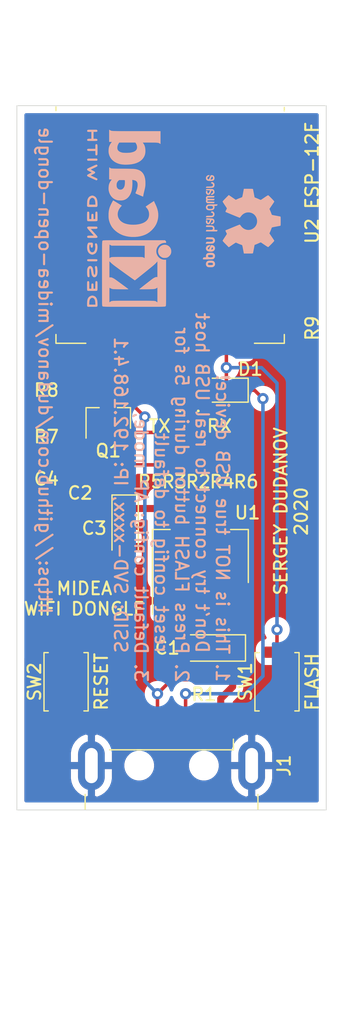
<source format=kicad_pcb>
(kicad_pcb (version 20171130) (host pcbnew "(5.1.6)-1")

  (general
    (thickness 1.6)
    (drawings 8)
    (tracks 100)
    (zones 0)
    (modules 24)
    (nets 14)
  )

  (page A4)
  (layers
    (0 F.Cu signal)
    (31 B.Cu signal)
    (32 B.Adhes user hide)
    (33 F.Adhes user hide)
    (34 B.Paste user hide)
    (35 F.Paste user hide)
    (36 B.SilkS user)
    (37 F.SilkS user)
    (38 B.Mask user hide)
    (39 F.Mask user)
    (40 Dwgs.User user hide)
    (41 Cmts.User user hide)
    (42 Eco1.User user hide)
    (43 Eco2.User user hide)
    (44 Edge.Cuts user)
    (45 Margin user hide)
    (46 B.CrtYd user hide)
    (47 F.CrtYd user hide)
    (48 B.Fab user hide)
    (49 F.Fab user hide)
  )

  (setup
    (last_trace_width 0.25)
    (user_trace_width 0.5)
    (trace_clearance 0.2)
    (zone_clearance 0.508)
    (zone_45_only no)
    (trace_min 0.2)
    (via_size 0.8)
    (via_drill 0.4)
    (via_min_size 0.4)
    (via_min_drill 0.3)
    (uvia_size 0.3)
    (uvia_drill 0.1)
    (uvias_allowed no)
    (uvia_min_size 0.2)
    (uvia_min_drill 0.1)
    (edge_width 0.05)
    (segment_width 0.2)
    (pcb_text_width 0.3)
    (pcb_text_size 1.5 1.5)
    (mod_edge_width 0.12)
    (mod_text_size 1 1)
    (mod_text_width 0.15)
    (pad_size 1.524 1.524)
    (pad_drill 0.762)
    (pad_to_mask_clearance 0.05)
    (aux_axis_origin 84.9 53.4)
    (grid_origin 84.9 53.4)
    (visible_elements 7FFFFFFF)
    (pcbplotparams
      (layerselection 0x010f0_ffffffff)
      (usegerberextensions false)
      (usegerberattributes false)
      (usegerberadvancedattributes false)
      (creategerberjobfile false)
      (excludeedgelayer true)
      (linewidth 0.100000)
      (plotframeref false)
      (viasonmask false)
      (mode 1)
      (useauxorigin true)
      (hpglpennumber 1)
      (hpglpenspeed 20)
      (hpglpendiameter 15.000000)
      (psnegative false)
      (psa4output false)
      (plotreference true)
      (plotvalue true)
      (plotinvisibletext false)
      (padsonsilk true)
      (subtractmaskfromsilk false)
      (outputformat 1)
      (mirror false)
      (drillshape 0)
      (scaleselection 1)
      (outputdirectory "gerber/"))
  )

  (net 0 "")
  (net 1 GND)
  (net 2 +5V)
  (net 3 +3V3)
  (net 4 /RESET)
  (net 5 /TXD_AC)
  (net 6 /RXD)
  (net 7 "Net-(D2-Pad2)")
  (net 8 "Net-(D3-Pad2)")
  (net 9 /TXD)
  (net 10 /RXD_AC)
  (net 11 /GPIO0)
  (net 12 /EN)
  (net 13 /GPIO15)

  (net_class Default "This is the default net class."
    (clearance 0.2)
    (trace_width 0.25)
    (via_dia 0.8)
    (via_drill 0.4)
    (uvia_dia 0.3)
    (uvia_drill 0.1)
    (add_net +3V3)
    (add_net +5V)
    (add_net /EN)
    (add_net /GPIO0)
    (add_net /GPIO15)
    (add_net /RESET)
    (add_net /RXD)
    (add_net /RXD_AC)
    (add_net /TXD)
    (add_net /TXD_AC)
    (add_net GND)
    (add_net "Net-(D2-Pad2)")
    (add_net "Net-(D3-Pad2)")
  )

  (net_class +5V ""
    (clearance 0.2)
    (trace_width 0.5)
    (via_dia 0.8)
    (via_drill 0.4)
    (uvia_dia 0.3)
    (uvia_drill 0.1)
  )

  (module Symbol:KiCad-Logo2_5mm_SilkScreen (layer B.Cu) (tedit 0) (tstamp 5F849368)
    (at 92.9 61.4 90)
    (descr "KiCad Logo")
    (tags "Logo KiCad")
    (attr virtual)
    (fp_text reference REF** (at 0 5.08 90) (layer B.SilkS) hide
      (effects (font (size 1 1) (thickness 0.15)) (justify mirror))
    )
    (fp_text value KiCad-Logo2_5mm_SilkScreen (at 0 -5.08 90) (layer B.Fab) hide
      (effects (font (size 1 1) (thickness 0.15)) (justify mirror))
    )
    (fp_poly (pts (xy 6.228823 -2.274533) (xy 6.260202 -2.296776) (xy 6.287911 -2.324485) (xy 6.287911 -2.63392)
      (xy 6.287838 -2.725799) (xy 6.287495 -2.79784) (xy 6.286692 -2.85278) (xy 6.285241 -2.89336)
      (xy 6.282952 -2.922317) (xy 6.279636 -2.942391) (xy 6.275105 -2.956321) (xy 6.269169 -2.966845)
      (xy 6.264514 -2.9731) (xy 6.233783 -2.997673) (xy 6.198496 -3.000341) (xy 6.166245 -2.985271)
      (xy 6.155588 -2.976374) (xy 6.148464 -2.964557) (xy 6.144167 -2.945526) (xy 6.141991 -2.914992)
      (xy 6.141228 -2.868662) (xy 6.141155 -2.832871) (xy 6.141155 -2.698045) (xy 5.644444 -2.698045)
      (xy 5.644444 -2.8207) (xy 5.643931 -2.876787) (xy 5.641876 -2.915333) (xy 5.637508 -2.941361)
      (xy 5.630056 -2.959897) (xy 5.621047 -2.9731) (xy 5.590144 -2.997604) (xy 5.555196 -3.000506)
      (xy 5.521738 -2.983089) (xy 5.512604 -2.973959) (xy 5.506152 -2.961855) (xy 5.501897 -2.943001)
      (xy 5.499352 -2.91362) (xy 5.498029 -2.869937) (xy 5.497443 -2.808175) (xy 5.497375 -2.794)
      (xy 5.496891 -2.677631) (xy 5.496641 -2.581727) (xy 5.496723 -2.504177) (xy 5.497231 -2.442869)
      (xy 5.498262 -2.39569) (xy 5.499913 -2.36053) (xy 5.502279 -2.335276) (xy 5.505457 -2.317817)
      (xy 5.509544 -2.306041) (xy 5.514634 -2.297835) (xy 5.520266 -2.291645) (xy 5.552128 -2.271844)
      (xy 5.585357 -2.274533) (xy 5.616735 -2.296776) (xy 5.629433 -2.311126) (xy 5.637526 -2.326978)
      (xy 5.642042 -2.349554) (xy 5.644006 -2.384078) (xy 5.644444 -2.435776) (xy 5.644444 -2.551289)
      (xy 6.141155 -2.551289) (xy 6.141155 -2.432756) (xy 6.141662 -2.378148) (xy 6.143698 -2.341275)
      (xy 6.148035 -2.317307) (xy 6.155447 -2.301415) (xy 6.163733 -2.291645) (xy 6.195594 -2.271844)
      (xy 6.228823 -2.274533)) (layer B.SilkS) (width 0.01))
    (fp_poly (pts (xy 4.963065 -2.269163) (xy 5.041772 -2.269542) (xy 5.102863 -2.270333) (xy 5.148817 -2.27167)
      (xy 5.182114 -2.273683) (xy 5.205236 -2.276506) (xy 5.220662 -2.280269) (xy 5.230871 -2.285105)
      (xy 5.235813 -2.288822) (xy 5.261457 -2.321358) (xy 5.264559 -2.355138) (xy 5.248711 -2.385826)
      (xy 5.238348 -2.398089) (xy 5.227196 -2.40645) (xy 5.211035 -2.411657) (xy 5.185642 -2.414457)
      (xy 5.146798 -2.415596) (xy 5.09028 -2.415821) (xy 5.07918 -2.415822) (xy 4.933244 -2.415822)
      (xy 4.933244 -2.686756) (xy 4.933148 -2.772154) (xy 4.932711 -2.837864) (xy 4.931712 -2.886774)
      (xy 4.929928 -2.921773) (xy 4.927137 -2.945749) (xy 4.923117 -2.961593) (xy 4.917645 -2.972191)
      (xy 4.910666 -2.980267) (xy 4.877734 -3.000112) (xy 4.843354 -2.998548) (xy 4.812176 -2.975906)
      (xy 4.809886 -2.9731) (xy 4.802429 -2.962492) (xy 4.796747 -2.950081) (xy 4.792601 -2.93285)
      (xy 4.78975 -2.907784) (xy 4.787954 -2.871867) (xy 4.786972 -2.822083) (xy 4.786564 -2.755417)
      (xy 4.786489 -2.679589) (xy 4.786489 -2.415822) (xy 4.647127 -2.415822) (xy 4.587322 -2.415418)
      (xy 4.545918 -2.41384) (xy 4.518748 -2.410547) (xy 4.501646 -2.404992) (xy 4.490443 -2.396631)
      (xy 4.489083 -2.395178) (xy 4.472725 -2.361939) (xy 4.474172 -2.324362) (xy 4.492978 -2.291645)
      (xy 4.50025 -2.285298) (xy 4.509627 -2.280266) (xy 4.523609 -2.276396) (xy 4.544696 -2.273537)
      (xy 4.575389 -2.271535) (xy 4.618189 -2.270239) (xy 4.675595 -2.269498) (xy 4.75011 -2.269158)
      (xy 4.844233 -2.269068) (xy 4.86426 -2.269067) (xy 4.963065 -2.269163)) (layer B.SilkS) (width 0.01))
    (fp_poly (pts (xy 4.188614 -2.275877) (xy 4.212327 -2.290647) (xy 4.238978 -2.312227) (xy 4.238978 -2.633773)
      (xy 4.238893 -2.72783) (xy 4.238529 -2.801932) (xy 4.237724 -2.858704) (xy 4.236313 -2.900768)
      (xy 4.234133 -2.930748) (xy 4.231021 -2.951267) (xy 4.226814 -2.964949) (xy 4.221348 -2.974416)
      (xy 4.217472 -2.979082) (xy 4.186034 -2.999575) (xy 4.150233 -2.998739) (xy 4.118873 -2.981264)
      (xy 4.092222 -2.959684) (xy 4.092222 -2.312227) (xy 4.118873 -2.290647) (xy 4.144594 -2.274949)
      (xy 4.1656 -2.269067) (xy 4.188614 -2.275877)) (layer B.SilkS) (width 0.01))
    (fp_poly (pts (xy 3.744665 -2.271034) (xy 3.764255 -2.278035) (xy 3.76501 -2.278377) (xy 3.791613 -2.298678)
      (xy 3.80627 -2.319561) (xy 3.809138 -2.329352) (xy 3.808996 -2.342361) (xy 3.804961 -2.360895)
      (xy 3.796146 -2.387257) (xy 3.781669 -2.423752) (xy 3.760645 -2.472687) (xy 3.732188 -2.536365)
      (xy 3.695415 -2.617093) (xy 3.675175 -2.661216) (xy 3.638625 -2.739985) (xy 3.604315 -2.812423)
      (xy 3.573552 -2.87588) (xy 3.547648 -2.927708) (xy 3.52791 -2.965259) (xy 3.51565 -2.985884)
      (xy 3.513224 -2.988733) (xy 3.482183 -3.001302) (xy 3.447121 -2.999619) (xy 3.419 -2.984332)
      (xy 3.417854 -2.983089) (xy 3.406668 -2.966154) (xy 3.387904 -2.93317) (xy 3.363875 -2.88838)
      (xy 3.336897 -2.836032) (xy 3.327201 -2.816742) (xy 3.254014 -2.67015) (xy 3.17424 -2.829393)
      (xy 3.145767 -2.884415) (xy 3.11935 -2.932132) (xy 3.097148 -2.968893) (xy 3.081319 -2.991044)
      (xy 3.075954 -2.995741) (xy 3.034257 -3.002102) (xy 2.999849 -2.988733) (xy 2.989728 -2.974446)
      (xy 2.972214 -2.942692) (xy 2.948735 -2.896597) (xy 2.92072 -2.839285) (xy 2.889599 -2.77388)
      (xy 2.856799 -2.703507) (xy 2.82375 -2.631291) (xy 2.791881 -2.560355) (xy 2.762619 -2.493825)
      (xy 2.737395 -2.434826) (xy 2.717636 -2.386481) (xy 2.704772 -2.351915) (xy 2.700231 -2.334253)
      (xy 2.700277 -2.333613) (xy 2.711326 -2.311388) (xy 2.73341 -2.288753) (xy 2.73471 -2.287768)
      (xy 2.761853 -2.272425) (xy 2.786958 -2.272574) (xy 2.796368 -2.275466) (xy 2.807834 -2.281718)
      (xy 2.82001 -2.294014) (xy 2.834357 -2.314908) (xy 2.852336 -2.346949) (xy 2.875407 -2.392688)
      (xy 2.90503 -2.454677) (xy 2.931745 -2.511898) (xy 2.96248 -2.578226) (xy 2.990021 -2.637874)
      (xy 3.012938 -2.687725) (xy 3.029798 -2.724664) (xy 3.039173 -2.745573) (xy 3.04054 -2.748845)
      (xy 3.046689 -2.743497) (xy 3.060822 -2.721109) (xy 3.081057 -2.684946) (xy 3.105515 -2.638277)
      (xy 3.115248 -2.619022) (xy 3.148217 -2.554004) (xy 3.173643 -2.506654) (xy 3.193612 -2.474219)
      (xy 3.21021 -2.453946) (xy 3.225524 -2.443082) (xy 3.24164 -2.438875) (xy 3.252143 -2.4384)
      (xy 3.27067 -2.440042) (xy 3.286904 -2.446831) (xy 3.303035 -2.461566) (xy 3.321251 -2.487044)
      (xy 3.343739 -2.526061) (xy 3.372689 -2.581414) (xy 3.388662 -2.612903) (xy 3.41457 -2.663087)
      (xy 3.437167 -2.704704) (xy 3.454458 -2.734242) (xy 3.46445 -2.748189) (xy 3.465809 -2.74877)
      (xy 3.472261 -2.737793) (xy 3.486708 -2.70929) (xy 3.507703 -2.666244) (xy 3.533797 -2.611638)
      (xy 3.563546 -2.548454) (xy 3.57818 -2.517071) (xy 3.61625 -2.436078) (xy 3.646905 -2.373756)
      (xy 3.671737 -2.328071) (xy 3.692337 -2.296989) (xy 3.710298 -2.278478) (xy 3.72721 -2.270504)
      (xy 3.744665 -2.271034)) (layer B.SilkS) (width 0.01))
    (fp_poly (pts (xy 1.018309 -2.269275) (xy 1.147288 -2.273636) (xy 1.256991 -2.286861) (xy 1.349226 -2.309741)
      (xy 1.425802 -2.34307) (xy 1.488527 -2.387638) (xy 1.539212 -2.444236) (xy 1.579663 -2.513658)
      (xy 1.580459 -2.515351) (xy 1.604601 -2.577483) (xy 1.613203 -2.632509) (xy 1.606231 -2.687887)
      (xy 1.583654 -2.751073) (xy 1.579372 -2.760689) (xy 1.550172 -2.816966) (xy 1.517356 -2.860451)
      (xy 1.475002 -2.897417) (xy 1.41719 -2.934135) (xy 1.413831 -2.936052) (xy 1.363504 -2.960227)
      (xy 1.306621 -2.978282) (xy 1.239527 -2.990839) (xy 1.158565 -2.998522) (xy 1.060082 -3.001953)
      (xy 1.025286 -3.002251) (xy 0.859594 -3.002845) (xy 0.836197 -2.9731) (xy 0.829257 -2.963319)
      (xy 0.823842 -2.951897) (xy 0.819765 -2.936095) (xy 0.816837 -2.913175) (xy 0.814867 -2.880396)
      (xy 0.814225 -2.856089) (xy 0.970844 -2.856089) (xy 1.064726 -2.856089) (xy 1.119664 -2.854483)
      (xy 1.17606 -2.850255) (xy 1.222345 -2.844292) (xy 1.225139 -2.84379) (xy 1.307348 -2.821736)
      (xy 1.371114 -2.7886) (xy 1.418452 -2.742847) (xy 1.451382 -2.682939) (xy 1.457108 -2.667061)
      (xy 1.462721 -2.642333) (xy 1.460291 -2.617902) (xy 1.448467 -2.5854) (xy 1.44134 -2.569434)
      (xy 1.418 -2.527006) (xy 1.38988 -2.49724) (xy 1.35894 -2.476511) (xy 1.296966 -2.449537)
      (xy 1.217651 -2.429998) (xy 1.125253 -2.418746) (xy 1.058333 -2.41627) (xy 0.970844 -2.415822)
      (xy 0.970844 -2.856089) (xy 0.814225 -2.856089) (xy 0.813668 -2.835021) (xy 0.81305 -2.774311)
      (xy 0.812825 -2.695526) (xy 0.8128 -2.63392) (xy 0.8128 -2.324485) (xy 0.840509 -2.296776)
      (xy 0.852806 -2.285544) (xy 0.866103 -2.277853) (xy 0.884672 -2.27304) (xy 0.912786 -2.270446)
      (xy 0.954717 -2.26941) (xy 1.014737 -2.26927) (xy 1.018309 -2.269275)) (layer B.SilkS) (width 0.01))
    (fp_poly (pts (xy 0.230343 -2.26926) (xy 0.306701 -2.270174) (xy 0.365217 -2.272311) (xy 0.408255 -2.276175)
      (xy 0.438183 -2.282267) (xy 0.457368 -2.29109) (xy 0.468176 -2.303146) (xy 0.472973 -2.318939)
      (xy 0.474127 -2.33897) (xy 0.474133 -2.341335) (xy 0.473131 -2.363992) (xy 0.468396 -2.381503)
      (xy 0.457333 -2.394574) (xy 0.437348 -2.403913) (xy 0.405846 -2.410227) (xy 0.360232 -2.414222)
      (xy 0.297913 -2.416606) (xy 0.216293 -2.418086) (xy 0.191277 -2.418414) (xy -0.0508 -2.421467)
      (xy -0.054186 -2.486378) (xy -0.057571 -2.551289) (xy 0.110576 -2.551289) (xy 0.176266 -2.551531)
      (xy 0.223172 -2.552556) (xy 0.255083 -2.554811) (xy 0.275791 -2.558742) (xy 0.289084 -2.564798)
      (xy 0.298755 -2.573424) (xy 0.298817 -2.573493) (xy 0.316356 -2.607112) (xy 0.315722 -2.643448)
      (xy 0.297314 -2.674423) (xy 0.293671 -2.677607) (xy 0.280741 -2.685812) (xy 0.263024 -2.691521)
      (xy 0.23657 -2.695162) (xy 0.197432 -2.697167) (xy 0.141662 -2.697964) (xy 0.105994 -2.698045)
      (xy -0.056445 -2.698045) (xy -0.056445 -2.856089) (xy 0.190161 -2.856089) (xy 0.27158 -2.856231)
      (xy 0.33341 -2.856814) (xy 0.378637 -2.858068) (xy 0.410248 -2.860227) (xy 0.431231 -2.863523)
      (xy 0.444573 -2.868189) (xy 0.453261 -2.874457) (xy 0.45545 -2.876733) (xy 0.471614 -2.90828)
      (xy 0.472797 -2.944168) (xy 0.459536 -2.975285) (xy 0.449043 -2.985271) (xy 0.438129 -2.990769)
      (xy 0.421217 -2.995022) (xy 0.395633 -2.99818) (xy 0.358701 -3.000392) (xy 0.307746 -3.001806)
      (xy 0.240094 -3.002572) (xy 0.153069 -3.002838) (xy 0.133394 -3.002845) (xy 0.044911 -3.002787)
      (xy -0.023773 -3.002467) (xy -0.075436 -3.001667) (xy -0.112855 -3.000167) (xy -0.13881 -2.997749)
      (xy -0.156078 -2.994194) (xy -0.167438 -2.989282) (xy -0.175668 -2.982795) (xy -0.180183 -2.978138)
      (xy -0.186979 -2.969889) (xy -0.192288 -2.959669) (xy -0.196294 -2.9448) (xy -0.199179 -2.922602)
      (xy -0.201126 -2.890393) (xy -0.202319 -2.845496) (xy -0.202939 -2.785228) (xy -0.203171 -2.706911)
      (xy -0.2032 -2.640994) (xy -0.203129 -2.548628) (xy -0.202792 -2.476117) (xy -0.202002 -2.420737)
      (xy -0.200574 -2.379765) (xy -0.198321 -2.350478) (xy -0.195057 -2.330153) (xy -0.190596 -2.316066)
      (xy -0.184752 -2.305495) (xy -0.179803 -2.298811) (xy -0.156406 -2.269067) (xy 0.133774 -2.269067)
      (xy 0.230343 -2.26926)) (layer B.SilkS) (width 0.01))
    (fp_poly (pts (xy -1.300114 -2.273448) (xy -1.276548 -2.287273) (xy -1.245735 -2.309881) (xy -1.206078 -2.342338)
      (xy -1.15598 -2.385708) (xy -1.093843 -2.441058) (xy -1.018072 -2.509451) (xy -0.931334 -2.588084)
      (xy -0.750711 -2.751878) (xy -0.745067 -2.532029) (xy -0.743029 -2.456351) (xy -0.741063 -2.399994)
      (xy -0.738734 -2.359706) (xy -0.735606 -2.332235) (xy -0.731245 -2.314329) (xy -0.725216 -2.302737)
      (xy -0.717084 -2.294208) (xy -0.712772 -2.290623) (xy -0.678241 -2.27167) (xy -0.645383 -2.274441)
      (xy -0.619318 -2.290633) (xy -0.592667 -2.312199) (xy -0.589352 -2.627151) (xy -0.588435 -2.719779)
      (xy -0.587968 -2.792544) (xy -0.588113 -2.848161) (xy -0.589032 -2.889342) (xy -0.590887 -2.918803)
      (xy -0.593839 -2.939255) (xy -0.59805 -2.953413) (xy -0.603682 -2.963991) (xy -0.609927 -2.972474)
      (xy -0.623439 -2.988207) (xy -0.636883 -2.998636) (xy -0.652124 -3.002639) (xy -0.671026 -2.999094)
      (xy -0.695455 -2.986879) (xy -0.727273 -2.964871) (xy -0.768348 -2.931949) (xy -0.820542 -2.886991)
      (xy -0.885722 -2.828875) (xy -0.959556 -2.762099) (xy -1.224845 -2.521458) (xy -1.230489 -2.740589)
      (xy -1.232531 -2.816128) (xy -1.234502 -2.872354) (xy -1.236839 -2.912524) (xy -1.239981 -2.939896)
      (xy -1.244364 -2.957728) (xy -1.250424 -2.969279) (xy -1.2586 -2.977807) (xy -1.262784 -2.981282)
      (xy -1.299765 -3.000372) (xy -1.334708 -2.997493) (xy -1.365136 -2.9731) (xy -1.372097 -2.963286)
      (xy -1.377523 -2.951826) (xy -1.381603 -2.935968) (xy -1.384529 -2.912963) (xy -1.386492 -2.880062)
      (xy -1.387683 -2.834516) (xy -1.388292 -2.773573) (xy -1.388511 -2.694486) (xy -1.388534 -2.635956)
      (xy -1.38846 -2.544407) (xy -1.388113 -2.472687) (xy -1.387301 -2.418045) (xy -1.385833 -2.377732)
      (xy -1.383519 -2.348998) (xy -1.380167 -2.329093) (xy -1.375588 -2.315268) (xy -1.369589 -2.304772)
      (xy -1.365136 -2.298811) (xy -1.35385 -2.284691) (xy -1.343301 -2.274029) (xy -1.331893 -2.267892)
      (xy -1.31803 -2.267343) (xy -1.300114 -2.273448)) (layer B.SilkS) (width 0.01))
    (fp_poly (pts (xy -1.950081 -2.274599) (xy -1.881565 -2.286095) (xy -1.828943 -2.303967) (xy -1.794708 -2.327499)
      (xy -1.785379 -2.340924) (xy -1.775893 -2.372148) (xy -1.782277 -2.400395) (xy -1.80243 -2.427182)
      (xy -1.833745 -2.439713) (xy -1.879183 -2.438696) (xy -1.914326 -2.431906) (xy -1.992419 -2.418971)
      (xy -2.072226 -2.417742) (xy -2.161555 -2.428241) (xy -2.186229 -2.43269) (xy -2.269291 -2.456108)
      (xy -2.334273 -2.490945) (xy -2.380461 -2.536604) (xy -2.407145 -2.592494) (xy -2.412663 -2.621388)
      (xy -2.409051 -2.680012) (xy -2.385729 -2.731879) (xy -2.344824 -2.775978) (xy -2.288459 -2.811299)
      (xy -2.21876 -2.836829) (xy -2.137852 -2.851559) (xy -2.04786 -2.854478) (xy -1.95091 -2.844575)
      (xy -1.945436 -2.843641) (xy -1.906875 -2.836459) (xy -1.885494 -2.829521) (xy -1.876227 -2.819227)
      (xy -1.874006 -2.801976) (xy -1.873956 -2.792841) (xy -1.873956 -2.754489) (xy -1.942431 -2.754489)
      (xy -2.0029 -2.750347) (xy -2.044165 -2.737147) (xy -2.068175 -2.71373) (xy -2.076877 -2.678936)
      (xy -2.076983 -2.674394) (xy -2.071892 -2.644654) (xy -2.054433 -2.623419) (xy -2.021939 -2.609366)
      (xy -1.971743 -2.601173) (xy -1.923123 -2.598161) (xy -1.852456 -2.596433) (xy -1.801198 -2.59907)
      (xy -1.766239 -2.6088) (xy -1.74447 -2.628353) (xy -1.73278 -2.660456) (xy -1.72806 -2.707838)
      (xy -1.7272 -2.770071) (xy -1.728609 -2.839535) (xy -1.732848 -2.886786) (xy -1.739936 -2.912012)
      (xy -1.741311 -2.913988) (xy -1.780228 -2.945508) (xy -1.837286 -2.97047) (xy -1.908869 -2.98834)
      (xy -1.991358 -2.998586) (xy -2.081139 -3.000673) (xy -2.174592 -2.994068) (xy -2.229556 -2.985956)
      (xy -2.315766 -2.961554) (xy -2.395892 -2.921662) (xy -2.462977 -2.869887) (xy -2.473173 -2.859539)
      (xy -2.506302 -2.816035) (xy -2.536194 -2.762118) (xy -2.559357 -2.705592) (xy -2.572298 -2.654259)
      (xy -2.573858 -2.634544) (xy -2.567218 -2.593419) (xy -2.549568 -2.542252) (xy -2.524297 -2.488394)
      (xy -2.494789 -2.439195) (xy -2.468719 -2.406334) (xy -2.407765 -2.357452) (xy -2.328969 -2.318545)
      (xy -2.235157 -2.290494) (xy -2.12915 -2.274179) (xy -2.032 -2.270192) (xy -1.950081 -2.274599)) (layer B.SilkS) (width 0.01))
    (fp_poly (pts (xy -2.923822 -2.291645) (xy -2.917242 -2.299218) (xy -2.912079 -2.308987) (xy -2.908164 -2.323571)
      (xy -2.905324 -2.345585) (xy -2.903387 -2.377648) (xy -2.902183 -2.422375) (xy -2.901539 -2.482385)
      (xy -2.901284 -2.560294) (xy -2.901245 -2.635956) (xy -2.901314 -2.729802) (xy -2.901638 -2.803689)
      (xy -2.902386 -2.860232) (xy -2.903732 -2.902049) (xy -2.905846 -2.931757) (xy -2.9089 -2.951973)
      (xy -2.913066 -2.965314) (xy -2.918516 -2.974398) (xy -2.923822 -2.980267) (xy -2.956826 -2.999947)
      (xy -2.991991 -2.998181) (xy -3.023455 -2.976717) (xy -3.030684 -2.968337) (xy -3.036334 -2.958614)
      (xy -3.040599 -2.944861) (xy -3.043673 -2.924389) (xy -3.045752 -2.894512) (xy -3.04703 -2.852541)
      (xy -3.047701 -2.795789) (xy -3.047959 -2.721567) (xy -3.048 -2.637537) (xy -3.048 -2.324485)
      (xy -3.020291 -2.296776) (xy -2.986137 -2.273463) (xy -2.953006 -2.272623) (xy -2.923822 -2.291645)) (layer B.SilkS) (width 0.01))
    (fp_poly (pts (xy -3.691703 -2.270351) (xy -3.616888 -2.275581) (xy -3.547306 -2.28375) (xy -3.487002 -2.29455)
      (xy -3.44002 -2.307673) (xy -3.410406 -2.322813) (xy -3.40586 -2.327269) (xy -3.390054 -2.36185)
      (xy -3.394847 -2.397351) (xy -3.419364 -2.427725) (xy -3.420534 -2.428596) (xy -3.434954 -2.437954)
      (xy -3.450008 -2.442876) (xy -3.471005 -2.443473) (xy -3.503257 -2.439861) (xy -3.552073 -2.432154)
      (xy -3.556 -2.431505) (xy -3.628739 -2.422569) (xy -3.707217 -2.418161) (xy -3.785927 -2.418119)
      (xy -3.859361 -2.422279) (xy -3.922011 -2.430479) (xy -3.96837 -2.442557) (xy -3.971416 -2.443771)
      (xy -4.005048 -2.462615) (xy -4.016864 -2.481685) (xy -4.007614 -2.500439) (xy -3.978047 -2.518337)
      (xy -3.928911 -2.534837) (xy -3.860957 -2.549396) (xy -3.815645 -2.556406) (xy -3.721456 -2.569889)
      (xy -3.646544 -2.582214) (xy -3.587717 -2.594449) (xy -3.541785 -2.607661) (xy -3.505555 -2.622917)
      (xy -3.475838 -2.641285) (xy -3.449442 -2.663831) (xy -3.42823 -2.685971) (xy -3.403065 -2.716819)
      (xy -3.390681 -2.743345) (xy -3.386808 -2.776026) (xy -3.386667 -2.787995) (xy -3.389576 -2.827712)
      (xy -3.401202 -2.857259) (xy -3.421323 -2.883486) (xy -3.462216 -2.923576) (xy -3.507817 -2.954149)
      (xy -3.561513 -2.976203) (xy -3.626692 -2.990735) (xy -3.706744 -2.998741) (xy -3.805057 -3.001218)
      (xy -3.821289 -3.001177) (xy -3.886849 -2.999818) (xy -3.951866 -2.99673) (xy -4.009252 -2.992356)
      (xy -4.051922 -2.98714) (xy -4.055372 -2.986541) (xy -4.097796 -2.976491) (xy -4.13378 -2.963796)
      (xy -4.15415 -2.95219) (xy -4.173107 -2.921572) (xy -4.174427 -2.885918) (xy -4.158085 -2.854144)
      (xy -4.154429 -2.850551) (xy -4.139315 -2.839876) (xy -4.120415 -2.835276) (xy -4.091162 -2.836059)
      (xy -4.055651 -2.840127) (xy -4.01597 -2.843762) (xy -3.960345 -2.846828) (xy -3.895406 -2.849053)
      (xy -3.827785 -2.850164) (xy -3.81 -2.850237) (xy -3.742128 -2.849964) (xy -3.692454 -2.848646)
      (xy -3.65661 -2.845827) (xy -3.630224 -2.84105) (xy -3.608926 -2.833857) (xy -3.596126 -2.827867)
      (xy -3.568 -2.811233) (xy -3.550068 -2.796168) (xy -3.547447 -2.791897) (xy -3.552976 -2.774263)
      (xy -3.57926 -2.757192) (xy -3.624478 -2.741458) (xy -3.686808 -2.727838) (xy -3.705171 -2.724804)
      (xy -3.80109 -2.709738) (xy -3.877641 -2.697146) (xy -3.93778 -2.686111) (xy -3.98446 -2.67572)
      (xy -4.020637 -2.665056) (xy -4.049265 -2.653205) (xy -4.073298 -2.639251) (xy -4.095692 -2.622281)
      (xy -4.119402 -2.601378) (xy -4.12738 -2.594049) (xy -4.155353 -2.566699) (xy -4.17016 -2.545029)
      (xy -4.175952 -2.520232) (xy -4.176889 -2.488983) (xy -4.166575 -2.427705) (xy -4.135752 -2.37564)
      (xy -4.084595 -2.332958) (xy -4.013283 -2.299825) (xy -3.9624 -2.284964) (xy -3.9071 -2.275366)
      (xy -3.840853 -2.269936) (xy -3.767706 -2.268367) (xy -3.691703 -2.270351)) (layer B.SilkS) (width 0.01))
    (fp_poly (pts (xy -4.712794 -2.269146) (xy -4.643386 -2.269518) (xy -4.590997 -2.270385) (xy -4.552847 -2.271946)
      (xy -4.526159 -2.274403) (xy -4.508153 -2.277957) (xy -4.496049 -2.28281) (xy -4.487069 -2.289161)
      (xy -4.483818 -2.292084) (xy -4.464043 -2.323142) (xy -4.460482 -2.358828) (xy -4.473491 -2.39051)
      (xy -4.479506 -2.396913) (xy -4.489235 -2.403121) (xy -4.504901 -2.40791) (xy -4.529408 -2.411514)
      (xy -4.565661 -2.414164) (xy -4.616565 -2.416095) (xy -4.685026 -2.417539) (xy -4.747617 -2.418418)
      (xy -4.995334 -2.421467) (xy -4.998719 -2.486378) (xy -5.002105 -2.551289) (xy -4.833958 -2.551289)
      (xy -4.760959 -2.551919) (xy -4.707517 -2.554553) (xy -4.670628 -2.560309) (xy -4.647288 -2.570304)
      (xy -4.634494 -2.585656) (xy -4.629242 -2.607482) (xy -4.628445 -2.627738) (xy -4.630923 -2.652592)
      (xy -4.640277 -2.670906) (xy -4.659383 -2.683637) (xy -4.691118 -2.691741) (xy -4.738359 -2.696176)
      (xy -4.803983 -2.697899) (xy -4.839801 -2.698045) (xy -5.000978 -2.698045) (xy -5.000978 -2.856089)
      (xy -4.752622 -2.856089) (xy -4.671213 -2.856202) (xy -4.609342 -2.856712) (xy -4.563968 -2.85787)
      (xy -4.532054 -2.85993) (xy -4.510559 -2.863146) (xy -4.496443 -2.867772) (xy -4.486668 -2.874059)
      (xy -4.481689 -2.878667) (xy -4.46461 -2.90556) (xy -4.459111 -2.929467) (xy -4.466963 -2.958667)
      (xy -4.481689 -2.980267) (xy -4.489546 -2.987066) (xy -4.499688 -2.992346) (xy -4.514844 -2.996298)
      (xy -4.537741 -2.999113) (xy -4.571109 -3.000982) (xy -4.617675 -3.002098) (xy -4.680167 -3.002651)
      (xy -4.761314 -3.002833) (xy -4.803422 -3.002845) (xy -4.893598 -3.002765) (xy -4.963924 -3.002398)
      (xy -5.017129 -3.001552) (xy -5.05594 -3.000036) (xy -5.083087 -2.997659) (xy -5.101298 -2.994229)
      (xy -5.1133 -2.989554) (xy -5.121822 -2.983444) (xy -5.125156 -2.980267) (xy -5.131755 -2.97267)
      (xy -5.136927 -2.96287) (xy -5.140846 -2.948239) (xy -5.143684 -2.926152) (xy -5.145615 -2.893982)
      (xy -5.146812 -2.849103) (xy -5.147448 -2.788889) (xy -5.147697 -2.710713) (xy -5.147734 -2.637923)
      (xy -5.1477 -2.544707) (xy -5.147465 -2.471431) (xy -5.14683 -2.415458) (xy -5.145594 -2.374151)
      (xy -5.143556 -2.344872) (xy -5.140517 -2.324984) (xy -5.136277 -2.31185) (xy -5.130635 -2.302832)
      (xy -5.123391 -2.295293) (xy -5.121606 -2.293612) (xy -5.112945 -2.286172) (xy -5.102882 -2.280409)
      (xy -5.088625 -2.276112) (xy -5.067383 -2.273064) (xy -5.036364 -2.271051) (xy -4.992777 -2.26986)
      (xy -4.933831 -2.269275) (xy -4.856734 -2.269083) (xy -4.802001 -2.269067) (xy -4.712794 -2.269146)) (layer B.SilkS) (width 0.01))
    (fp_poly (pts (xy -6.121371 -2.269066) (xy -6.081889 -2.269467) (xy -5.9662 -2.272259) (xy -5.869311 -2.28055)
      (xy -5.787919 -2.295232) (xy -5.718723 -2.317193) (xy -5.65842 -2.347322) (xy -5.603708 -2.38651)
      (xy -5.584167 -2.403532) (xy -5.55175 -2.443363) (xy -5.52252 -2.497413) (xy -5.499991 -2.557323)
      (xy -5.487679 -2.614739) (xy -5.4864 -2.635956) (xy -5.494417 -2.694769) (xy -5.515899 -2.759013)
      (xy -5.546999 -2.819821) (xy -5.583866 -2.86833) (xy -5.589854 -2.874182) (xy -5.640579 -2.915321)
      (xy -5.696125 -2.947435) (xy -5.759696 -2.971365) (xy -5.834494 -2.987953) (xy -5.923722 -2.998041)
      (xy -6.030582 -3.002469) (xy -6.079528 -3.002845) (xy -6.141762 -3.002545) (xy -6.185528 -3.001292)
      (xy -6.214931 -2.998554) (xy -6.234079 -2.993801) (xy -6.247077 -2.986501) (xy -6.254045 -2.980267)
      (xy -6.260626 -2.972694) (xy -6.265788 -2.962924) (xy -6.269703 -2.94834) (xy -6.272543 -2.926326)
      (xy -6.27448 -2.894264) (xy -6.275684 -2.849536) (xy -6.276328 -2.789526) (xy -6.276583 -2.711617)
      (xy -6.276622 -2.635956) (xy -6.27687 -2.535041) (xy -6.276817 -2.454427) (xy -6.275857 -2.415822)
      (xy -6.129867 -2.415822) (xy -6.129867 -2.856089) (xy -6.036734 -2.856004) (xy -5.980693 -2.854396)
      (xy -5.921999 -2.850256) (xy -5.873028 -2.844464) (xy -5.871538 -2.844226) (xy -5.792392 -2.82509)
      (xy -5.731002 -2.795287) (xy -5.684305 -2.752878) (xy -5.654635 -2.706961) (xy -5.636353 -2.656026)
      (xy -5.637771 -2.6082) (xy -5.658988 -2.556933) (xy -5.700489 -2.503899) (xy -5.757998 -2.4646)
      (xy -5.83275 -2.438331) (xy -5.882708 -2.429035) (xy -5.939416 -2.422507) (xy -5.999519 -2.417782)
      (xy -6.050639 -2.415817) (xy -6.053667 -2.415808) (xy -6.129867 -2.415822) (xy -6.275857 -2.415822)
      (xy -6.27526 -2.391851) (xy -6.270998 -2.345055) (xy -6.26283 -2.311778) (xy -6.249556 -2.289759)
      (xy -6.229974 -2.276739) (xy -6.202883 -2.270457) (xy -6.167082 -2.268653) (xy -6.121371 -2.269066)) (layer B.SilkS) (width 0.01))
    (fp_poly (pts (xy -2.273043 2.973429) (xy -2.176768 2.949191) (xy -2.090184 2.906359) (xy -2.015373 2.846581)
      (xy -1.954418 2.771506) (xy -1.909399 2.68278) (xy -1.883136 2.58647) (xy -1.877286 2.489205)
      (xy -1.89214 2.395346) (xy -1.92584 2.307489) (xy -1.976528 2.22823) (xy -2.042345 2.160164)
      (xy -2.121434 2.105888) (xy -2.211934 2.067998) (xy -2.2632 2.055574) (xy -2.307698 2.048053)
      (xy -2.341999 2.045081) (xy -2.37496 2.046906) (xy -2.415434 2.053775) (xy -2.448531 2.06075)
      (xy -2.541947 2.092259) (xy -2.625619 2.143383) (xy -2.697665 2.212571) (xy -2.7562 2.298272)
      (xy -2.770148 2.325511) (xy -2.786586 2.361878) (xy -2.796894 2.392418) (xy -2.80246 2.42455)
      (xy -2.804669 2.465693) (xy -2.804948 2.511778) (xy -2.800861 2.596135) (xy -2.787446 2.665414)
      (xy -2.762256 2.726039) (xy -2.722846 2.784433) (xy -2.684298 2.828698) (xy -2.612406 2.894516)
      (xy -2.537313 2.939947) (xy -2.454562 2.96715) (xy -2.376928 2.977424) (xy -2.273043 2.973429)) (layer B.SilkS) (width 0.01))
    (fp_poly (pts (xy 6.186507 0.527755) (xy 6.186526 0.293338) (xy 6.186552 0.080397) (xy 6.186625 -0.112168)
      (xy 6.186782 -0.285459) (xy 6.187064 -0.440576) (xy 6.187509 -0.57862) (xy 6.188156 -0.700692)
      (xy 6.189045 -0.807894) (xy 6.190213 -0.901326) (xy 6.191701 -0.98209) (xy 6.193546 -1.051286)
      (xy 6.195789 -1.110015) (xy 6.198469 -1.159379) (xy 6.201623 -1.200478) (xy 6.205292 -1.234413)
      (xy 6.209513 -1.262286) (xy 6.214327 -1.285198) (xy 6.219773 -1.304249) (xy 6.225888 -1.32054)
      (xy 6.232712 -1.335173) (xy 6.240285 -1.349249) (xy 6.248645 -1.363868) (xy 6.253839 -1.372974)
      (xy 6.288104 -1.433689) (xy 5.429955 -1.433689) (xy 5.429955 -1.337733) (xy 5.429224 -1.29437)
      (xy 5.427272 -1.261205) (xy 5.424463 -1.243424) (xy 5.423221 -1.241778) (xy 5.411799 -1.248662)
      (xy 5.389084 -1.266505) (xy 5.366385 -1.285879) (xy 5.3118 -1.326614) (xy 5.242321 -1.367617)
      (xy 5.16527 -1.405123) (xy 5.087965 -1.435364) (xy 5.057113 -1.445012) (xy 4.988616 -1.459578)
      (xy 4.905764 -1.469539) (xy 4.816371 -1.474583) (xy 4.728248 -1.474396) (xy 4.649207 -1.468666)
      (xy 4.611511 -1.462858) (xy 4.473414 -1.424797) (xy 4.346113 -1.367073) (xy 4.230292 -1.290211)
      (xy 4.126637 -1.194739) (xy 4.035833 -1.081179) (xy 3.969031 -0.970381) (xy 3.914164 -0.853625)
      (xy 3.872163 -0.734276) (xy 3.842167 -0.608283) (xy 3.823311 -0.471594) (xy 3.814732 -0.320158)
      (xy 3.814006 -0.242711) (xy 3.8161 -0.185934) (xy 4.645217 -0.185934) (xy 4.645424 -0.279002)
      (xy 4.648337 -0.366692) (xy 4.654 -0.443772) (xy 4.662455 -0.505009) (xy 4.665038 -0.51735)
      (xy 4.69684 -0.624633) (xy 4.738498 -0.711658) (xy 4.790363 -0.778642) (xy 4.852781 -0.825805)
      (xy 4.9261 -0.853365) (xy 5.010669 -0.861541) (xy 5.106835 -0.850551) (xy 5.170311 -0.834829)
      (xy 5.219454 -0.816639) (xy 5.273583 -0.790791) (xy 5.314244 -0.767089) (xy 5.3848 -0.720721)
      (xy 5.3848 0.42947) (xy 5.317392 0.473038) (xy 5.238867 0.51396) (xy 5.154681 0.540611)
      (xy 5.069557 0.552535) (xy 4.988216 0.549278) (xy 4.91538 0.530385) (xy 4.883426 0.514816)
      (xy 4.825501 0.471819) (xy 4.776544 0.415047) (xy 4.73539 0.342425) (xy 4.700874 0.251879)
      (xy 4.671833 0.141334) (xy 4.670552 0.135467) (xy 4.660381 0.073212) (xy 4.652739 -0.004594)
      (xy 4.64767 -0.09272) (xy 4.645217 -0.185934) (xy 3.8161 -0.185934) (xy 3.821857 -0.029895)
      (xy 3.843802 0.165941) (xy 3.879786 0.344668) (xy 3.929759 0.506155) (xy 3.993668 0.650274)
      (xy 4.071462 0.776894) (xy 4.163089 0.885885) (xy 4.268497 0.977117) (xy 4.313662 1.008068)
      (xy 4.414611 1.064215) (xy 4.517901 1.103826) (xy 4.627989 1.127986) (xy 4.74933 1.137781)
      (xy 4.841836 1.136735) (xy 4.97149 1.125769) (xy 5.084084 1.103954) (xy 5.182875 1.070286)
      (xy 5.271121 1.023764) (xy 5.319986 0.989552) (xy 5.349353 0.967638) (xy 5.371043 0.952667)
      (xy 5.379253 0.948267) (xy 5.380868 0.959096) (xy 5.382159 0.989749) (xy 5.383138 1.037474)
      (xy 5.383817 1.099521) (xy 5.38421 1.173138) (xy 5.38433 1.255573) (xy 5.384188 1.344075)
      (xy 5.383797 1.435893) (xy 5.383171 1.528276) (xy 5.38232 1.618472) (xy 5.38126 1.703729)
      (xy 5.380001 1.781297) (xy 5.378556 1.848424) (xy 5.376938 1.902359) (xy 5.375161 1.94035)
      (xy 5.374669 1.947333) (xy 5.367092 2.017749) (xy 5.355531 2.072898) (xy 5.337792 2.120019)
      (xy 5.311682 2.166353) (xy 5.305415 2.175933) (xy 5.280983 2.212622) (xy 6.186311 2.212622)
      (xy 6.186507 0.527755)) (layer B.SilkS) (width 0.01))
    (fp_poly (pts (xy 2.673574 1.133448) (xy 2.825492 1.113433) (xy 2.960756 1.079798) (xy 3.080239 1.032275)
      (xy 3.184815 0.970595) (xy 3.262424 0.907035) (xy 3.331265 0.832901) (xy 3.385006 0.753129)
      (xy 3.42791 0.660909) (xy 3.443384 0.617839) (xy 3.456244 0.578858) (xy 3.467446 0.542711)
      (xy 3.47712 0.507566) (xy 3.485396 0.47159) (xy 3.492403 0.43295) (xy 3.498272 0.389815)
      (xy 3.503131 0.340351) (xy 3.50711 0.282727) (xy 3.51034 0.215109) (xy 3.512949 0.135666)
      (xy 3.515067 0.042564) (xy 3.516824 -0.066027) (xy 3.518349 -0.191942) (xy 3.519772 -0.337012)
      (xy 3.521025 -0.479778) (xy 3.522351 -0.635968) (xy 3.523556 -0.771239) (xy 3.524766 -0.887246)
      (xy 3.526106 -0.985645) (xy 3.5277 -1.068093) (xy 3.529675 -1.136246) (xy 3.532156 -1.19176)
      (xy 3.535269 -1.236292) (xy 3.539138 -1.271498) (xy 3.543889 -1.299034) (xy 3.549648 -1.320556)
      (xy 3.556539 -1.337722) (xy 3.564689 -1.352186) (xy 3.574223 -1.365606) (xy 3.585266 -1.379638)
      (xy 3.589566 -1.385071) (xy 3.605386 -1.40791) (xy 3.612422 -1.423463) (xy 3.612444 -1.423922)
      (xy 3.601567 -1.426121) (xy 3.570582 -1.428147) (xy 3.521957 -1.429942) (xy 3.458163 -1.431451)
      (xy 3.381669 -1.432616) (xy 3.294944 -1.43338) (xy 3.200457 -1.433686) (xy 3.18955 -1.433689)
      (xy 2.766657 -1.433689) (xy 2.763395 -1.337622) (xy 2.760133 -1.241556) (xy 2.698044 -1.292543)
      (xy 2.600714 -1.360057) (xy 2.490813 -1.414749) (xy 2.404349 -1.444978) (xy 2.335278 -1.459666)
      (xy 2.251925 -1.469659) (xy 2.162159 -1.474646) (xy 2.073845 -1.474313) (xy 1.994851 -1.468351)
      (xy 1.958622 -1.462638) (xy 1.818603 -1.424776) (xy 1.692178 -1.369932) (xy 1.58026 -1.298924)
      (xy 1.483762 -1.212568) (xy 1.4036 -1.111679) (xy 1.340687 -0.997076) (xy 1.296312 -0.870984)
      (xy 1.283978 -0.814401) (xy 1.276368 -0.752202) (xy 1.272739 -0.677363) (xy 1.272245 -0.643467)
      (xy 1.27231 -0.640282) (xy 2.032248 -0.640282) (xy 2.041541 -0.715333) (xy 2.069728 -0.77916)
      (xy 2.118197 -0.834798) (xy 2.123254 -0.839211) (xy 2.171548 -0.874037) (xy 2.223257 -0.89662)
      (xy 2.283989 -0.90854) (xy 2.359352 -0.911383) (xy 2.377459 -0.910978) (xy 2.431278 -0.908325)
      (xy 2.471308 -0.902909) (xy 2.506324 -0.892745) (xy 2.545103 -0.87585) (xy 2.555745 -0.870672)
      (xy 2.616396 -0.834844) (xy 2.663215 -0.792212) (xy 2.675952 -0.776973) (xy 2.720622 -0.720462)
      (xy 2.720622 -0.524586) (xy 2.720086 -0.445939) (xy 2.718396 -0.387988) (xy 2.715428 -0.348875)
      (xy 2.711057 -0.326741) (xy 2.706972 -0.320274) (xy 2.691047 -0.317111) (xy 2.657264 -0.314488)
      (xy 2.61034 -0.312655) (xy 2.554993 -0.311857) (xy 2.546106 -0.311842) (xy 2.42533 -0.317096)
      (xy 2.32266 -0.333263) (xy 2.236106 -0.360961) (xy 2.163681 -0.400808) (xy 2.108751 -0.447758)
      (xy 2.064204 -0.505645) (xy 2.03948 -0.568693) (xy 2.032248 -0.640282) (xy 1.27231 -0.640282)
      (xy 1.274178 -0.549712) (xy 1.282522 -0.470812) (xy 1.298768 -0.39959) (xy 1.324405 -0.328864)
      (xy 1.348401 -0.276493) (xy 1.40702 -0.181196) (xy 1.485117 -0.09317) (xy 1.580315 -0.014017)
      (xy 1.690238 0.05466) (xy 1.81251 0.111259) (xy 1.944755 0.154179) (xy 2.009422 0.169118)
      (xy 2.145604 0.191223) (xy 2.294049 0.205806) (xy 2.445505 0.212187) (xy 2.572064 0.210555)
      (xy 2.73395 0.203776) (xy 2.72653 0.262755) (xy 2.707238 0.361908) (xy 2.676104 0.442628)
      (xy 2.632269 0.505534) (xy 2.574871 0.551244) (xy 2.503048 0.580378) (xy 2.415941 0.593553)
      (xy 2.312686 0.591389) (xy 2.274711 0.587388) (xy 2.13352 0.56222) (xy 1.996707 0.521186)
      (xy 1.902178 0.483185) (xy 1.857018 0.46381) (xy 1.818585 0.44824) (xy 1.792234 0.438595)
      (xy 1.784546 0.436548) (xy 1.774802 0.445626) (xy 1.758083 0.474595) (xy 1.734232 0.523783)
      (xy 1.703093 0.593516) (xy 1.664507 0.684121) (xy 1.65791 0.699911) (xy 1.627853 0.772228)
      (xy 1.600874 0.837575) (xy 1.578136 0.893094) (xy 1.560806 0.935928) (xy 1.550048 0.963219)
      (xy 1.546941 0.972058) (xy 1.55694 0.976813) (xy 1.583217 0.98209) (xy 1.611489 0.985769)
      (xy 1.641646 0.990526) (xy 1.689433 0.999972) (xy 1.750612 1.01318) (xy 1.820946 1.029224)
      (xy 1.896194 1.04718) (xy 1.924755 1.054203) (xy 2.029816 1.079791) (xy 2.11748 1.099853)
      (xy 2.192068 1.115031) (xy 2.257903 1.125965) (xy 2.319307 1.133296) (xy 2.380602 1.137665)
      (xy 2.44611 1.139713) (xy 2.504128 1.140111) (xy 2.673574 1.133448)) (layer B.SilkS) (width 0.01))
    (fp_poly (pts (xy 0.328429 2.050929) (xy 0.48857 2.029755) (xy 0.65251 1.989615) (xy 0.822313 1.930111)
      (xy 1.000043 1.850846) (xy 1.01131 1.845301) (xy 1.069005 1.817275) (xy 1.120552 1.793198)
      (xy 1.162191 1.774751) (xy 1.190162 1.763614) (xy 1.199733 1.761067) (xy 1.21895 1.756059)
      (xy 1.223561 1.751853) (xy 1.218458 1.74142) (xy 1.202418 1.715132) (xy 1.177288 1.675743)
      (xy 1.144914 1.626009) (xy 1.107143 1.568685) (xy 1.065822 1.506524) (xy 1.022798 1.442282)
      (xy 0.979917 1.378715) (xy 0.939026 1.318575) (xy 0.901971 1.26462) (xy 0.8706 1.219603)
      (xy 0.846759 1.186279) (xy 0.832294 1.167403) (xy 0.830309 1.165213) (xy 0.820191 1.169862)
      (xy 0.79785 1.187038) (xy 0.76728 1.21356) (xy 0.751536 1.228036) (xy 0.655047 1.303318)
      (xy 0.548336 1.358759) (xy 0.432832 1.393859) (xy 0.309962 1.40812) (xy 0.240561 1.406949)
      (xy 0.119423 1.389788) (xy 0.010205 1.353906) (xy -0.087418 1.299041) (xy -0.173772 1.22493)
      (xy -0.249185 1.131312) (xy -0.313982 1.017924) (xy -0.351399 0.931333) (xy -0.395252 0.795634)
      (xy -0.427572 0.64815) (xy -0.448443 0.492686) (xy -0.457949 0.333044) (xy -0.456173 0.173027)
      (xy -0.443197 0.016439) (xy -0.419106 -0.132918) (xy -0.383982 -0.27124) (xy -0.337908 -0.394724)
      (xy -0.321627 -0.428978) (xy -0.25338 -0.543064) (xy -0.172921 -0.639557) (xy -0.08143 -0.71767)
      (xy 0.019911 -0.776617) (xy 0.12992 -0.815612) (xy 0.247415 -0.833868) (xy 0.288883 -0.835211)
      (xy 0.410441 -0.82429) (xy 0.530878 -0.791474) (xy 0.648666 -0.737439) (xy 0.762277 -0.662865)
      (xy 0.853685 -0.584539) (xy 0.900215 -0.540008) (xy 1.081483 -0.837271) (xy 1.12658 -0.911433)
      (xy 1.167819 -0.979646) (xy 1.203735 -1.039459) (xy 1.232866 -1.08842) (xy 1.25375 -1.124079)
      (xy 1.264924 -1.143984) (xy 1.266375 -1.147079) (xy 1.258146 -1.156718) (xy 1.232567 -1.173999)
      (xy 1.192873 -1.197283) (xy 1.142297 -1.224934) (xy 1.084074 -1.255315) (xy 1.021437 -1.28679)
      (xy 0.957621 -1.317722) (xy 0.89586 -1.346473) (xy 0.839388 -1.371408) (xy 0.791438 -1.390889)
      (xy 0.767986 -1.399318) (xy 0.634221 -1.437133) (xy 0.496327 -1.462136) (xy 0.348622 -1.47514)
      (xy 0.221833 -1.477468) (xy 0.153878 -1.476373) (xy 0.088277 -1.474275) (xy 0.030847 -1.471434)
      (xy -0.012597 -1.468106) (xy -0.026702 -1.466422) (xy -0.165716 -1.437587) (xy -0.307243 -1.392468)
      (xy -0.444725 -1.33375) (xy -0.571606 -1.26412) (xy -0.649111 -1.211441) (xy -0.776519 -1.103239)
      (xy -0.894822 -0.976671) (xy -1.001828 -0.834866) (xy -1.095348 -0.680951) (xy -1.17319 -0.518053)
      (xy -1.217044 -0.400756) (xy -1.267292 -0.217128) (xy -1.300791 -0.022581) (xy -1.317551 0.178675)
      (xy -1.317584 0.382432) (xy -1.300899 0.584479) (xy -1.267507 0.780608) (xy -1.21742 0.966609)
      (xy -1.213603 0.978197) (xy -1.150719 1.14025) (xy -1.073972 1.288168) (xy -0.980758 1.426135)
      (xy -0.868473 1.558339) (xy -0.824608 1.603601) (xy -0.688466 1.727543) (xy -0.548509 1.830085)
      (xy -0.402589 1.912344) (xy -0.248558 1.975436) (xy -0.084268 2.020477) (xy 0.011289 2.037967)
      (xy 0.170023 2.053534) (xy 0.328429 2.050929)) (layer B.SilkS) (width 0.01))
    (fp_poly (pts (xy -2.9464 2.510946) (xy -2.935535 2.397007) (xy -2.903918 2.289384) (xy -2.853015 2.190385)
      (xy -2.784293 2.102316) (xy -2.699219 2.027484) (xy -2.602232 1.969616) (xy -2.495964 1.929995)
      (xy -2.38895 1.911427) (xy -2.2833 1.912566) (xy -2.181125 1.93207) (xy -2.084534 1.968594)
      (xy -1.995638 2.020795) (xy -1.916546 2.087327) (xy -1.849369 2.166848) (xy -1.796217 2.258013)
      (xy -1.759199 2.359477) (xy -1.740427 2.469898) (xy -1.738489 2.519794) (xy -1.738489 2.607733)
      (xy -1.68656 2.607733) (xy -1.650253 2.604889) (xy -1.623355 2.593089) (xy -1.596249 2.569351)
      (xy -1.557867 2.530969) (xy -1.557867 0.339398) (xy -1.557876 0.077261) (xy -1.557908 -0.163241)
      (xy -1.557972 -0.383048) (xy -1.558076 -0.583101) (xy -1.558227 -0.764344) (xy -1.558434 -0.927716)
      (xy -1.558706 -1.07416) (xy -1.55905 -1.204617) (xy -1.559474 -1.320029) (xy -1.559987 -1.421338)
      (xy -1.560597 -1.509484) (xy -1.561312 -1.58541) (xy -1.56214 -1.650057) (xy -1.563089 -1.704367)
      (xy -1.564167 -1.74928) (xy -1.565383 -1.78574) (xy -1.566745 -1.814687) (xy -1.568261 -1.837063)
      (xy -1.569938 -1.853809) (xy -1.571786 -1.865868) (xy -1.573813 -1.87418) (xy -1.576025 -1.879687)
      (xy -1.577108 -1.881537) (xy -1.581271 -1.888549) (xy -1.584805 -1.894996) (xy -1.588635 -1.9009)
      (xy -1.593682 -1.906286) (xy -1.600871 -1.911178) (xy -1.611123 -1.915598) (xy -1.625364 -1.919572)
      (xy -1.644514 -1.923121) (xy -1.669499 -1.92627) (xy -1.70124 -1.929042) (xy -1.740662 -1.931461)
      (xy -1.788686 -1.933551) (xy -1.846237 -1.935335) (xy -1.914237 -1.936837) (xy -1.99361 -1.93808)
      (xy -2.085279 -1.939089) (xy -2.190166 -1.939885) (xy -2.309196 -1.940494) (xy -2.44329 -1.940939)
      (xy -2.593373 -1.941243) (xy -2.760367 -1.94143) (xy -2.945196 -1.941524) (xy -3.148783 -1.941548)
      (xy -3.37205 -1.941525) (xy -3.615922 -1.94148) (xy -3.881321 -1.941437) (xy -3.919704 -1.941432)
      (xy -4.186682 -1.941389) (xy -4.432002 -1.941318) (xy -4.656583 -1.941213) (xy -4.861345 -1.941066)
      (xy -5.047206 -1.940869) (xy -5.215088 -1.940616) (xy -5.365908 -1.9403) (xy -5.500587 -1.939913)
      (xy -5.620044 -1.939447) (xy -5.725199 -1.938897) (xy -5.816971 -1.938253) (xy -5.896279 -1.937511)
      (xy -5.964043 -1.936661) (xy -6.021182 -1.935697) (xy -6.068617 -1.934611) (xy -6.107266 -1.933397)
      (xy -6.138049 -1.932047) (xy -6.161885 -1.930555) (xy -6.179694 -1.928911) (xy -6.192395 -1.927111)
      (xy -6.200908 -1.925145) (xy -6.205266 -1.923477) (xy -6.213728 -1.919906) (xy -6.221497 -1.91727)
      (xy -6.228602 -1.914634) (xy -6.235073 -1.911062) (xy -6.240939 -1.905621) (xy -6.246229 -1.897375)
      (xy -6.250974 -1.88539) (xy -6.255202 -1.868731) (xy -6.258943 -1.846463) (xy -6.262227 -1.817652)
      (xy -6.265083 -1.781363) (xy -6.26754 -1.736661) (xy -6.269629 -1.682611) (xy -6.271378 -1.618279)
      (xy -6.272817 -1.54273) (xy -6.273976 -1.45503) (xy -6.274883 -1.354243) (xy -6.275569 -1.239434)
      (xy -6.276063 -1.10967) (xy -6.276395 -0.964015) (xy -6.276593 -0.801535) (xy -6.276687 -0.621295)
      (xy -6.276708 -0.42236) (xy -6.276685 -0.203796) (xy -6.276646 0.035332) (xy -6.276622 0.29596)
      (xy -6.276622 0.338111) (xy -6.276636 0.601008) (xy -6.276661 0.842268) (xy -6.276671 1.062835)
      (xy -6.276642 1.263648) (xy -6.276548 1.445651) (xy -6.276362 1.609784) (xy -6.276059 1.756989)
      (xy -6.275614 1.888208) (xy -6.275034 1.998133) (xy -5.972197 1.998133) (xy -5.932407 1.940289)
      (xy -5.921236 1.924521) (xy -5.911166 1.910559) (xy -5.902138 1.897216) (xy -5.894097 1.883307)
      (xy -5.886986 1.867644) (xy -5.880747 1.849042) (xy -5.875325 1.826314) (xy -5.870662 1.798273)
      (xy -5.866701 1.763733) (xy -5.863385 1.721508) (xy -5.860659 1.670411) (xy -5.858464 1.609256)
      (xy -5.856745 1.536856) (xy -5.855444 1.452025) (xy -5.854505 1.353578) (xy -5.85387 1.240326)
      (xy -5.853484 1.111084) (xy -5.853288 0.964666) (xy -5.853227 0.799884) (xy -5.853243 0.615553)
      (xy -5.85328 0.410487) (xy -5.853289 0.287867) (xy -5.853265 0.070918) (xy -5.853231 -0.124642)
      (xy -5.853243 -0.299999) (xy -5.853358 -0.456341) (xy -5.85363 -0.594857) (xy -5.854118 -0.716734)
      (xy -5.854876 -0.82316) (xy -5.855962 -0.915322) (xy -5.857431 -0.994409) (xy -5.85934 -1.061608)
      (xy -5.861744 -1.118107) (xy -5.864701 -1.165093) (xy -5.868266 -1.203755) (xy -5.872495 -1.23528)
      (xy -5.877446 -1.260855) (xy -5.883173 -1.28167) (xy -5.889733 -1.298911) (xy -5.897183 -1.313765)
      (xy -5.905579 -1.327422) (xy -5.914976 -1.341069) (xy -5.925432 -1.355893) (xy -5.931523 -1.364783)
      (xy -5.970296 -1.4224) (xy -5.438732 -1.4224) (xy -5.315483 -1.422365) (xy -5.212987 -1.422215)
      (xy -5.12942 -1.421878) (xy -5.062956 -1.421286) (xy -5.011771 -1.420367) (xy -4.974041 -1.419051)
      (xy -4.94794 -1.417269) (xy -4.931644 -1.414951) (xy -4.923328 -1.412026) (xy -4.921168 -1.408424)
      (xy -4.923339 -1.404075) (xy -4.924535 -1.402645) (xy -4.949685 -1.365573) (xy -4.975583 -1.312772)
      (xy -4.999192 -1.25077) (xy -5.007461 -1.224357) (xy -5.012078 -1.206416) (xy -5.015979 -1.185355)
      (xy -5.019248 -1.159089) (xy -5.021966 -1.125532) (xy -5.024215 -1.082599) (xy -5.026077 -1.028204)
      (xy -5.027636 -0.960262) (xy -5.028972 -0.876688) (xy -5.030169 -0.775395) (xy -5.031308 -0.6543)
      (xy -5.031685 -0.6096) (xy -5.032702 -0.484449) (xy -5.03346 -0.380082) (xy -5.033903 -0.294707)
      (xy -5.03397 -0.226533) (xy -5.033605 -0.173765) (xy -5.032748 -0.134614) (xy -5.031341 -0.107285)
      (xy -5.029325 -0.089986) (xy -5.026643 -0.080926) (xy -5.023236 -0.078312) (xy -5.019044 -0.080351)
      (xy -5.014571 -0.084667) (xy -5.004216 -0.097602) (xy -4.982158 -0.126676) (xy -4.949957 -0.169759)
      (xy -4.909174 -0.224718) (xy -4.86137 -0.289423) (xy -4.808105 -0.361742) (xy -4.75094 -0.439544)
      (xy -4.691437 -0.520698) (xy -4.631155 -0.603072) (xy -4.571655 -0.684536) (xy -4.514498 -0.762957)
      (xy -4.461245 -0.836204) (xy -4.413457 -0.902147) (xy -4.372693 -0.958654) (xy -4.340516 -1.003593)
      (xy -4.318485 -1.034834) (xy -4.313917 -1.041466) (xy -4.290996 -1.078369) (xy -4.264188 -1.126359)
      (xy -4.238789 -1.175897) (xy -4.235568 -1.182577) (xy -4.21389 -1.230772) (xy -4.201304 -1.268334)
      (xy -4.195574 -1.30416) (xy -4.194456 -1.3462) (xy -4.19509 -1.4224) (xy -3.040651 -1.4224)
      (xy -3.131815 -1.328669) (xy -3.178612 -1.278775) (xy -3.228899 -1.222295) (xy -3.274944 -1.168026)
      (xy -3.295369 -1.142673) (xy -3.325807 -1.103128) (xy -3.365862 -1.049916) (xy -3.414361 -0.984667)
      (xy -3.470135 -0.909011) (xy -3.532011 -0.824577) (xy -3.598819 -0.732994) (xy -3.669387 -0.635892)
      (xy -3.742545 -0.534901) (xy -3.817121 -0.43165) (xy -3.891944 -0.327768) (xy -3.965843 -0.224885)
      (xy -4.037646 -0.124631) (xy -4.106184 -0.028636) (xy -4.170284 0.061473) (xy -4.228775 0.144064)
      (xy -4.280486 0.217508) (xy -4.324247 0.280176) (xy -4.358885 0.330439) (xy -4.38323 0.366666)
      (xy -4.396111 0.387229) (xy -4.397869 0.391332) (xy -4.38991 0.402658) (xy -4.369115 0.429838)
      (xy -4.336847 0.471171) (xy -4.29447 0.524956) (xy -4.243347 0.589494) (xy -4.184841 0.663082)
      (xy -4.120314 0.744022) (xy -4.051131 0.830612) (xy -3.978653 0.921152) (xy -3.904246 1.01394)
      (xy -3.844517 1.088298) (xy -2.833511 1.088298) (xy -2.827602 1.075341) (xy -2.813272 1.053092)
      (xy -2.812225 1.051609) (xy -2.793438 1.021456) (xy -2.773791 0.984625) (xy -2.769892 0.976489)
      (xy -2.766356 0.96806) (xy -2.76323 0.957941) (xy -2.760486 0.94474) (xy -2.758092 0.927062)
      (xy -2.756019 0.903516) (xy -2.754235 0.872707) (xy -2.752712 0.833243) (xy -2.751419 0.783731)
      (xy -2.750326 0.722777) (xy -2.749403 0.648989) (xy -2.748619 0.560972) (xy -2.747945 0.457335)
      (xy -2.74735 0.336684) (xy -2.746805 0.197626) (xy -2.746279 0.038768) (xy -2.745745 -0.140089)
      (xy -2.745206 -0.325207) (xy -2.744772 -0.489145) (xy -2.744509 -0.633303) (xy -2.744484 -0.759079)
      (xy -2.744765 -0.867871) (xy -2.745419 -0.961077) (xy -2.746514 -1.040097) (xy -2.748118 -1.106328)
      (xy -2.750297 -1.16117) (xy -2.753119 -1.206021) (xy -2.756651 -1.242278) (xy -2.760961 -1.271341)
      (xy -2.766117 -1.294609) (xy -2.772185 -1.313479) (xy -2.779233 -1.329351) (xy -2.787329 -1.343622)
      (xy -2.79654 -1.357691) (xy -2.80504 -1.370158) (xy -2.822176 -1.396452) (xy -2.832322 -1.414037)
      (xy -2.833511 -1.417257) (xy -2.822604 -1.418334) (xy -2.791411 -1.419335) (xy -2.742223 -1.420235)
      (xy -2.677333 -1.42101) (xy -2.59903 -1.421637) (xy -2.509607 -1.422091) (xy -2.411356 -1.422349)
      (xy -2.342445 -1.4224) (xy -2.237452 -1.42218) (xy -2.14061 -1.421548) (xy -2.054107 -1.420549)
      (xy -1.980132 -1.419227) (xy -1.920874 -1.417626) (xy -1.87852 -1.415791) (xy -1.85526 -1.413765)
      (xy -1.851378 -1.412493) (xy -1.859076 -1.397591) (xy -1.867074 -1.38956) (xy -1.880246 -1.372434)
      (xy -1.897485 -1.342183) (xy -1.909407 -1.317622) (xy -1.936045 -1.258711) (xy -1.93912 -0.081845)
      (xy -1.942195 1.095022) (xy -2.387853 1.095022) (xy -2.48567 1.094858) (xy -2.576064 1.094389)
      (xy -2.65663 1.093653) (xy -2.724962 1.092684) (xy -2.778656 1.09152) (xy -2.815305 1.090197)
      (xy -2.832504 1.088751) (xy -2.833511 1.088298) (xy -3.844517 1.088298) (xy -3.82927 1.107278)
      (xy -3.75509 1.199463) (xy -3.683069 1.288796) (xy -3.614569 1.373576) (xy -3.550955 1.452102)
      (xy -3.493588 1.522674) (xy -3.443833 1.583591) (xy -3.403052 1.633153) (xy -3.385888 1.653822)
      (xy -3.299596 1.754484) (xy -3.222997 1.837741) (xy -3.154183 1.905562) (xy -3.091248 1.959911)
      (xy -3.081867 1.967278) (xy -3.042356 1.997883) (xy -4.174116 1.998133) (xy -4.168827 1.950156)
      (xy -4.17213 1.892812) (xy -4.193661 1.824537) (xy -4.233635 1.744788) (xy -4.278943 1.672505)
      (xy -4.295161 1.64986) (xy -4.323214 1.612304) (xy -4.36143 1.561979) (xy -4.408137 1.501027)
      (xy -4.461661 1.431589) (xy -4.520331 1.355806) (xy -4.582475 1.27582) (xy -4.646421 1.193772)
      (xy -4.710495 1.111804) (xy -4.773027 1.032057) (xy -4.832343 0.956673) (xy -4.886771 0.887793)
      (xy -4.934639 0.827558) (xy -4.974275 0.778111) (xy -5.004006 0.741592) (xy -5.022161 0.720142)
      (xy -5.02522 0.716844) (xy -5.028079 0.724851) (xy -5.030293 0.755145) (xy -5.031857 0.807444)
      (xy -5.032767 0.881469) (xy -5.03302 0.976937) (xy -5.032613 1.093566) (xy -5.031704 1.213555)
      (xy -5.030382 1.345667) (xy -5.028857 1.457406) (xy -5.026881 1.550975) (xy -5.024206 1.628581)
      (xy -5.020582 1.692426) (xy -5.015761 1.744717) (xy -5.009494 1.787656) (xy -5.001532 1.823449)
      (xy -4.991627 1.8543) (xy -4.979531 1.882414) (xy -4.964993 1.909995) (xy -4.950311 1.935034)
      (xy -4.912314 1.998133) (xy -5.972197 1.998133) (xy -6.275034 1.998133) (xy -6.275001 2.004383)
      (xy -6.274195 2.106456) (xy -6.27317 2.195367) (xy -6.2719 2.272059) (xy -6.27036 2.337473)
      (xy -6.268524 2.392551) (xy -6.266367 2.438235) (xy -6.263863 2.475466) (xy -6.260987 2.505187)
      (xy -6.257713 2.528338) (xy -6.254015 2.545861) (xy -6.249869 2.558699) (xy -6.245247 2.567792)
      (xy -6.240126 2.574082) (xy -6.234478 2.578512) (xy -6.228279 2.582022) (xy -6.221504 2.585555)
      (xy -6.215508 2.589124) (xy -6.210275 2.5917) (xy -6.202099 2.594028) (xy -6.189886 2.596122)
      (xy -6.172541 2.597993) (xy -6.148969 2.599653) (xy -6.118077 2.601116) (xy -6.078768 2.602392)
      (xy -6.02995 2.603496) (xy -5.970527 2.604439) (xy -5.899404 2.605233) (xy -5.815488 2.605891)
      (xy -5.717683 2.606425) (xy -5.604894 2.606847) (xy -5.476029 2.607171) (xy -5.329991 2.607408)
      (xy -5.165686 2.60757) (xy -4.98202 2.60767) (xy -4.777897 2.60772) (xy -4.566753 2.607733)
      (xy -2.9464 2.607733) (xy -2.9464 2.510946)) (layer B.SilkS) (width 0.01))
  )

  (module Symbol:OSHW-Logo2_7.3x6mm_SilkScreen (layer B.Cu) (tedit 0) (tstamp 5F84902E)
    (at 100.9 61.6 90)
    (descr "Open Source Hardware Symbol")
    (tags "Logo Symbol OSHW")
    (attr virtual)
    (fp_text reference REF** (at 0 0 90) (layer B.SilkS) hide
      (effects (font (size 1 1) (thickness 0.15)) (justify mirror))
    )
    (fp_text value OSHW-Logo2_7.3x6mm_SilkScreen (at 0.75 0 90) (layer B.Fab) hide
      (effects (font (size 1 1) (thickness 0.15)) (justify mirror))
    )
    (fp_poly (pts (xy 0.10391 2.757652) (xy 0.182454 2.757222) (xy 0.239298 2.756058) (xy 0.278105 2.753793)
      (xy 0.302538 2.75006) (xy 0.316262 2.744494) (xy 0.32294 2.736727) (xy 0.326236 2.726395)
      (xy 0.326556 2.725057) (xy 0.331562 2.700921) (xy 0.340829 2.653299) (xy 0.353392 2.587259)
      (xy 0.368287 2.507872) (xy 0.384551 2.420204) (xy 0.385119 2.417125) (xy 0.40141 2.331211)
      (xy 0.416652 2.255304) (xy 0.429861 2.193955) (xy 0.440054 2.151718) (xy 0.446248 2.133145)
      (xy 0.446543 2.132816) (xy 0.464788 2.123747) (xy 0.502405 2.108633) (xy 0.551271 2.090738)
      (xy 0.551543 2.090642) (xy 0.613093 2.067507) (xy 0.685657 2.038035) (xy 0.754057 2.008403)
      (xy 0.757294 2.006938) (xy 0.868702 1.956374) (xy 1.115399 2.12484) (xy 1.191077 2.176197)
      (xy 1.259631 2.222111) (xy 1.317088 2.25997) (xy 1.359476 2.287163) (xy 1.382825 2.301079)
      (xy 1.385042 2.302111) (xy 1.40201 2.297516) (xy 1.433701 2.275345) (xy 1.481352 2.234553)
      (xy 1.546198 2.174095) (xy 1.612397 2.109773) (xy 1.676214 2.046388) (xy 1.733329 1.988549)
      (xy 1.780305 1.939825) (xy 1.813703 1.90379) (xy 1.830085 1.884016) (xy 1.830694 1.882998)
      (xy 1.832505 1.869428) (xy 1.825683 1.847267) (xy 1.80854 1.813522) (xy 1.779393 1.7652)
      (xy 1.736555 1.699308) (xy 1.679448 1.614483) (xy 1.628766 1.539823) (xy 1.583461 1.47286)
      (xy 1.54615 1.417484) (xy 1.519452 1.37758) (xy 1.505985 1.357038) (xy 1.505137 1.355644)
      (xy 1.506781 1.335962) (xy 1.519245 1.297707) (xy 1.540048 1.248111) (xy 1.547462 1.232272)
      (xy 1.579814 1.16171) (xy 1.614328 1.081647) (xy 1.642365 1.012371) (xy 1.662568 0.960955)
      (xy 1.678615 0.921881) (xy 1.687888 0.901459) (xy 1.689041 0.899886) (xy 1.706096 0.897279)
      (xy 1.746298 0.890137) (xy 1.804302 0.879477) (xy 1.874763 0.866315) (xy 1.952335 0.851667)
      (xy 2.031672 0.836551) (xy 2.107431 0.821982) (xy 2.174264 0.808978) (xy 2.226828 0.798555)
      (xy 2.259776 0.79173) (xy 2.267857 0.789801) (xy 2.276205 0.785038) (xy 2.282506 0.774282)
      (xy 2.287045 0.753902) (xy 2.290104 0.720266) (xy 2.291967 0.669745) (xy 2.292918 0.598708)
      (xy 2.29324 0.503524) (xy 2.293257 0.464508) (xy 2.293257 0.147201) (xy 2.217057 0.132161)
      (xy 2.174663 0.124005) (xy 2.1114 0.112101) (xy 2.034962 0.097884) (xy 1.953043 0.08279)
      (xy 1.9304 0.078645) (xy 1.854806 0.063947) (xy 1.788953 0.049495) (xy 1.738366 0.036625)
      (xy 1.708574 0.026678) (xy 1.703612 0.023713) (xy 1.691426 0.002717) (xy 1.673953 -0.037967)
      (xy 1.654577 -0.090322) (xy 1.650734 -0.1016) (xy 1.625339 -0.171523) (xy 1.593817 -0.250418)
      (xy 1.562969 -0.321266) (xy 1.562817 -0.321595) (xy 1.511447 -0.432733) (xy 1.680399 -0.681253)
      (xy 1.849352 -0.929772) (xy 1.632429 -1.147058) (xy 1.566819 -1.211726) (xy 1.506979 -1.268733)
      (xy 1.456267 -1.315033) (xy 1.418046 -1.347584) (xy 1.395675 -1.363343) (xy 1.392466 -1.364343)
      (xy 1.373626 -1.356469) (xy 1.33518 -1.334578) (xy 1.28133 -1.301267) (xy 1.216276 -1.259131)
      (xy 1.14594 -1.211943) (xy 1.074555 -1.16381) (xy 1.010908 -1.121928) (xy 0.959041 -1.088871)
      (xy 0.922995 -1.067218) (xy 0.906867 -1.059543) (xy 0.887189 -1.066037) (xy 0.849875 -1.08315)
      (xy 0.802621 -1.107326) (xy 0.797612 -1.110013) (xy 0.733977 -1.141927) (xy 0.690341 -1.157579)
      (xy 0.663202 -1.157745) (xy 0.649057 -1.143204) (xy 0.648975 -1.143) (xy 0.641905 -1.125779)
      (xy 0.625042 -1.084899) (xy 0.599695 -1.023525) (xy 0.567171 -0.944819) (xy 0.528778 -0.851947)
      (xy 0.485822 -0.748072) (xy 0.444222 -0.647502) (xy 0.398504 -0.536516) (xy 0.356526 -0.433703)
      (xy 0.319548 -0.342215) (xy 0.288827 -0.265201) (xy 0.265622 -0.205815) (xy 0.25119 -0.167209)
      (xy 0.246743 -0.1528) (xy 0.257896 -0.136272) (xy 0.287069 -0.10993) (xy 0.325971 -0.080887)
      (xy 0.436757 0.010961) (xy 0.523351 0.116241) (xy 0.584716 0.232734) (xy 0.619815 0.358224)
      (xy 0.627608 0.490493) (xy 0.621943 0.551543) (xy 0.591078 0.678205) (xy 0.53792 0.790059)
      (xy 0.465767 0.885999) (xy 0.377917 0.964924) (xy 0.277665 1.02573) (xy 0.16831 1.067313)
      (xy 0.053147 1.088572) (xy -0.064525 1.088401) (xy -0.18141 1.065699) (xy -0.294211 1.019362)
      (xy -0.399631 0.948287) (xy -0.443632 0.908089) (xy -0.528021 0.804871) (xy -0.586778 0.692075)
      (xy -0.620296 0.57299) (xy -0.628965 0.450905) (xy -0.613177 0.329107) (xy -0.573322 0.210884)
      (xy -0.509793 0.099525) (xy -0.422979 -0.001684) (xy -0.325971 -0.080887) (xy -0.285563 -0.111162)
      (xy -0.257018 -0.137219) (xy -0.246743 -0.152825) (xy -0.252123 -0.169843) (xy -0.267425 -0.2105)
      (xy -0.291388 -0.271642) (xy -0.322756 -0.350119) (xy -0.360268 -0.44278) (xy -0.402667 -0.546472)
      (xy -0.444337 -0.647526) (xy -0.49031 -0.758607) (xy -0.532893 -0.861541) (xy -0.570779 -0.953165)
      (xy -0.60266 -1.030316) (xy -0.627229 -1.089831) (xy -0.64318 -1.128544) (xy -0.64909 -1.143)
      (xy -0.663052 -1.157685) (xy -0.69006 -1.157642) (xy -0.733587 -1.142099) (xy -0.79711 -1.110284)
      (xy -0.797612 -1.110013) (xy -0.84544 -1.085323) (xy -0.884103 -1.067338) (xy -0.905905 -1.059614)
      (xy -0.906867 -1.059543) (xy -0.923279 -1.067378) (xy -0.959513 -1.089165) (xy -1.011526 -1.122328)
      (xy -1.075275 -1.164291) (xy -1.14594 -1.211943) (xy -1.217884 -1.260191) (xy -1.282726 -1.302151)
      (xy -1.336265 -1.335227) (xy -1.374303 -1.356821) (xy -1.392467 -1.364343) (xy -1.409192 -1.354457)
      (xy -1.44282 -1.326826) (xy -1.48999 -1.284495) (xy -1.547342 -1.230505) (xy -1.611516 -1.167899)
      (xy -1.632503 -1.146983) (xy -1.849501 -0.929623) (xy -1.684332 -0.68722) (xy -1.634136 -0.612781)
      (xy -1.590081 -0.545972) (xy -1.554638 -0.490665) (xy -1.530281 -0.450729) (xy -1.519478 -0.430036)
      (xy -1.519162 -0.428563) (xy -1.524857 -0.409058) (xy -1.540174 -0.369822) (xy -1.562463 -0.31743)
      (xy -1.578107 -0.282355) (xy -1.607359 -0.215201) (xy -1.634906 -0.147358) (xy -1.656263 -0.090034)
      (xy -1.662065 -0.072572) (xy -1.678548 -0.025938) (xy -1.69466 0.010095) (xy -1.70351 0.023713)
      (xy -1.72304 0.032048) (xy -1.765666 0.043863) (xy -1.825855 0.057819) (xy -1.898078 0.072578)
      (xy -1.9304 0.078645) (xy -2.012478 0.093727) (xy -2.091205 0.108331) (xy -2.158891 0.12102)
      (xy -2.20784 0.130358) (xy -2.217057 0.132161) (xy -2.293257 0.147201) (xy -2.293257 0.464508)
      (xy -2.293086 0.568846) (xy -2.292384 0.647787) (xy -2.290866 0.704962) (xy -2.288251 0.744001)
      (xy -2.284254 0.768535) (xy -2.278591 0.782195) (xy -2.27098 0.788611) (xy -2.267857 0.789801)
      (xy -2.249022 0.79402) (xy -2.207412 0.802438) (xy -2.14837 0.814039) (xy -2.077243 0.827805)
      (xy -1.999375 0.84272) (xy -1.920113 0.857768) (xy -1.844802 0.871931) (xy -1.778787 0.884194)
      (xy -1.727413 0.893539) (xy -1.696025 0.89895) (xy -1.689041 0.899886) (xy -1.682715 0.912404)
      (xy -1.66871 0.945754) (xy -1.649645 0.993623) (xy -1.642366 1.012371) (xy -1.613004 1.084805)
      (xy -1.578429 1.16483) (xy -1.547463 1.232272) (xy -1.524677 1.283841) (xy -1.509518 1.326215)
      (xy -1.504458 1.352166) (xy -1.505264 1.355644) (xy -1.515959 1.372064) (xy -1.54038 1.408583)
      (xy -1.575905 1.461313) (xy -1.619913 1.526365) (xy -1.669783 1.599849) (xy -1.679644 1.614355)
      (xy -1.737508 1.700296) (xy -1.780044 1.765739) (xy -1.808946 1.813696) (xy -1.82591 1.84718)
      (xy -1.832633 1.869205) (xy -1.83081 1.882783) (xy -1.830764 1.882869) (xy -1.816414 1.900703)
      (xy -1.784677 1.935183) (xy -1.73899 1.982732) (xy -1.682796 2.039778) (xy -1.619532 2.102745)
      (xy -1.612398 2.109773) (xy -1.53267 2.18698) (xy -1.471143 2.24367) (xy -1.426579 2.28089)
      (xy -1.397743 2.299685) (xy -1.385042 2.302111) (xy -1.366506 2.291529) (xy -1.328039 2.267084)
      (xy -1.273614 2.231388) (xy -1.207202 2.187053) (xy -1.132775 2.136689) (xy -1.115399 2.12484)
      (xy -0.868703 1.956374) (xy -0.757294 2.006938) (xy -0.689543 2.036405) (xy -0.616817 2.066041)
      (xy -0.554297 2.08967) (xy -0.551543 2.090642) (xy -0.50264 2.108543) (xy -0.464943 2.12368)
      (xy -0.446575 2.13279) (xy -0.446544 2.132816) (xy -0.440715 2.149283) (xy -0.430808 2.189781)
      (xy -0.417805 2.249758) (xy -0.402691 2.32466) (xy -0.386448 2.409936) (xy -0.385119 2.417125)
      (xy -0.368825 2.504986) (xy -0.353867 2.58474) (xy -0.341209 2.651319) (xy -0.331814 2.699653)
      (xy -0.326646 2.724675) (xy -0.326556 2.725057) (xy -0.323411 2.735701) (xy -0.317296 2.743738)
      (xy -0.304547 2.749533) (xy -0.2815 2.753453) (xy -0.244491 2.755865) (xy -0.189856 2.757135)
      (xy -0.113933 2.757629) (xy -0.013056 2.757714) (xy 0 2.757714) (xy 0.10391 2.757652)) (layer B.SilkS) (width 0.01))
    (fp_poly (pts (xy 3.153595 -1.966966) (xy 3.211021 -2.004497) (xy 3.238719 -2.038096) (xy 3.260662 -2.099064)
      (xy 3.262405 -2.147308) (xy 3.258457 -2.211816) (xy 3.109686 -2.276934) (xy 3.037349 -2.310202)
      (xy 2.990084 -2.336964) (xy 2.965507 -2.360144) (xy 2.961237 -2.382667) (xy 2.974889 -2.407455)
      (xy 2.989943 -2.423886) (xy 3.033746 -2.450235) (xy 3.081389 -2.452081) (xy 3.125145 -2.431546)
      (xy 3.157289 -2.390752) (xy 3.163038 -2.376347) (xy 3.190576 -2.331356) (xy 3.222258 -2.312182)
      (xy 3.265714 -2.295779) (xy 3.265714 -2.357966) (xy 3.261872 -2.400283) (xy 3.246823 -2.435969)
      (xy 3.21528 -2.476943) (xy 3.210592 -2.482267) (xy 3.175506 -2.51872) (xy 3.145347 -2.538283)
      (xy 3.107615 -2.547283) (xy 3.076335 -2.55023) (xy 3.020385 -2.550965) (xy 2.980555 -2.54166)
      (xy 2.955708 -2.527846) (xy 2.916656 -2.497467) (xy 2.889625 -2.464613) (xy 2.872517 -2.423294)
      (xy 2.863238 -2.367521) (xy 2.859693 -2.291305) (xy 2.85941 -2.252622) (xy 2.860372 -2.206247)
      (xy 2.948007 -2.206247) (xy 2.949023 -2.231126) (xy 2.951556 -2.2352) (xy 2.968274 -2.229665)
      (xy 3.004249 -2.215017) (xy 3.052331 -2.19419) (xy 3.062386 -2.189714) (xy 3.123152 -2.158814)
      (xy 3.156632 -2.131657) (xy 3.16399 -2.10622) (xy 3.146391 -2.080481) (xy 3.131856 -2.069109)
      (xy 3.07941 -2.046364) (xy 3.030322 -2.050122) (xy 2.989227 -2.077884) (xy 2.960758 -2.127152)
      (xy 2.951631 -2.166257) (xy 2.948007 -2.206247) (xy 2.860372 -2.206247) (xy 2.861285 -2.162249)
      (xy 2.868196 -2.095384) (xy 2.881884 -2.046695) (xy 2.904096 -2.010849) (xy 2.936574 -1.982513)
      (xy 2.950733 -1.973355) (xy 3.015053 -1.949507) (xy 3.085473 -1.948006) (xy 3.153595 -1.966966)) (layer B.SilkS) (width 0.01))
    (fp_poly (pts (xy 2.6526 -1.958752) (xy 2.669948 -1.966334) (xy 2.711356 -1.999128) (xy 2.746765 -2.046547)
      (xy 2.768664 -2.097151) (xy 2.772229 -2.122098) (xy 2.760279 -2.156927) (xy 2.734067 -2.175357)
      (xy 2.705964 -2.186516) (xy 2.693095 -2.188572) (xy 2.686829 -2.173649) (xy 2.674456 -2.141175)
      (xy 2.669028 -2.126502) (xy 2.63859 -2.075744) (xy 2.59452 -2.050427) (xy 2.53801 -2.051206)
      (xy 2.533825 -2.052203) (xy 2.503655 -2.066507) (xy 2.481476 -2.094393) (xy 2.466327 -2.139287)
      (xy 2.45725 -2.204615) (xy 2.453286 -2.293804) (xy 2.452914 -2.341261) (xy 2.45273 -2.416071)
      (xy 2.451522 -2.467069) (xy 2.448309 -2.499471) (xy 2.442109 -2.518495) (xy 2.43194 -2.529356)
      (xy 2.416819 -2.537272) (xy 2.415946 -2.53767) (xy 2.386828 -2.549981) (xy 2.372403 -2.554514)
      (xy 2.370186 -2.540809) (xy 2.368289 -2.502925) (xy 2.366847 -2.445715) (xy 2.365998 -2.374027)
      (xy 2.365829 -2.321565) (xy 2.366692 -2.220047) (xy 2.37007 -2.143032) (xy 2.377142 -2.086023)
      (xy 2.389088 -2.044526) (xy 2.40709 -2.014043) (xy 2.432327 -1.99008) (xy 2.457247 -1.973355)
      (xy 2.517171 -1.951097) (xy 2.586911 -1.946076) (xy 2.6526 -1.958752)) (layer B.SilkS) (width 0.01))
    (fp_poly (pts (xy 2.144876 -1.956335) (xy 2.186667 -1.975344) (xy 2.219469 -1.998378) (xy 2.243503 -2.024133)
      (xy 2.260097 -2.057358) (xy 2.270577 -2.1028) (xy 2.276271 -2.165207) (xy 2.278507 -2.249327)
      (xy 2.278743 -2.304721) (xy 2.278743 -2.520826) (xy 2.241774 -2.53767) (xy 2.212656 -2.549981)
      (xy 2.198231 -2.554514) (xy 2.195472 -2.541025) (xy 2.193282 -2.504653) (xy 2.191942 -2.451542)
      (xy 2.191657 -2.409372) (xy 2.190434 -2.348447) (xy 2.187136 -2.300115) (xy 2.182321 -2.270518)
      (xy 2.178496 -2.264229) (xy 2.152783 -2.270652) (xy 2.112418 -2.287125) (xy 2.065679 -2.309458)
      (xy 2.020845 -2.333457) (xy 1.986193 -2.35493) (xy 1.970002 -2.369685) (xy 1.969938 -2.369845)
      (xy 1.97133 -2.397152) (xy 1.983818 -2.423219) (xy 2.005743 -2.444392) (xy 2.037743 -2.451474)
      (xy 2.065092 -2.450649) (xy 2.103826 -2.450042) (xy 2.124158 -2.459116) (xy 2.136369 -2.483092)
      (xy 2.137909 -2.487613) (xy 2.143203 -2.521806) (xy 2.129047 -2.542568) (xy 2.092148 -2.552462)
      (xy 2.052289 -2.554292) (xy 1.980562 -2.540727) (xy 1.943432 -2.521355) (xy 1.897576 -2.475845)
      (xy 1.873256 -2.419983) (xy 1.871073 -2.360957) (xy 1.891629 -2.305953) (xy 1.922549 -2.271486)
      (xy 1.95342 -2.252189) (xy 2.001942 -2.227759) (xy 2.058485 -2.202985) (xy 2.06791 -2.199199)
      (xy 2.130019 -2.171791) (xy 2.165822 -2.147634) (xy 2.177337 -2.123619) (xy 2.16658 -2.096635)
      (xy 2.148114 -2.075543) (xy 2.104469 -2.049572) (xy 2.056446 -2.047624) (xy 2.012406 -2.067637)
      (xy 1.980709 -2.107551) (xy 1.976549 -2.117848) (xy 1.952327 -2.155724) (xy 1.916965 -2.183842)
      (xy 1.872343 -2.206917) (xy 1.872343 -2.141485) (xy 1.874969 -2.101506) (xy 1.88623 -2.069997)
      (xy 1.911199 -2.036378) (xy 1.935169 -2.010484) (xy 1.972441 -1.973817) (xy 2.001401 -1.954121)
      (xy 2.032505 -1.94622) (xy 2.067713 -1.944914) (xy 2.144876 -1.956335)) (layer B.SilkS) (width 0.01))
    (fp_poly (pts (xy 1.779833 -1.958663) (xy 1.782048 -1.99685) (xy 1.783784 -2.054886) (xy 1.784899 -2.12818)
      (xy 1.785257 -2.205055) (xy 1.785257 -2.465196) (xy 1.739326 -2.511127) (xy 1.707675 -2.539429)
      (xy 1.67989 -2.550893) (xy 1.641915 -2.550168) (xy 1.62684 -2.548321) (xy 1.579726 -2.542948)
      (xy 1.540756 -2.539869) (xy 1.531257 -2.539585) (xy 1.499233 -2.541445) (xy 1.453432 -2.546114)
      (xy 1.435674 -2.548321) (xy 1.392057 -2.551735) (xy 1.362745 -2.54432) (xy 1.33368 -2.521427)
      (xy 1.323188 -2.511127) (xy 1.277257 -2.465196) (xy 1.277257 -1.978602) (xy 1.314226 -1.961758)
      (xy 1.346059 -1.949282) (xy 1.364683 -1.944914) (xy 1.369458 -1.958718) (xy 1.373921 -1.997286)
      (xy 1.377775 -2.056356) (xy 1.380722 -2.131663) (xy 1.382143 -2.195286) (xy 1.386114 -2.445657)
      (xy 1.420759 -2.450556) (xy 1.452268 -2.447131) (xy 1.467708 -2.436041) (xy 1.472023 -2.415308)
      (xy 1.475708 -2.371145) (xy 1.478469 -2.309146) (xy 1.480012 -2.234909) (xy 1.480235 -2.196706)
      (xy 1.480457 -1.976783) (xy 1.526166 -1.960849) (xy 1.558518 -1.950015) (xy 1.576115 -1.944962)
      (xy 1.576623 -1.944914) (xy 1.578388 -1.958648) (xy 1.580329 -1.99673) (xy 1.582282 -2.054482)
      (xy 1.584084 -2.127227) (xy 1.585343 -2.195286) (xy 1.589314 -2.445657) (xy 1.6764 -2.445657)
      (xy 1.680396 -2.21724) (xy 1.684392 -1.988822) (xy 1.726847 -1.966868) (xy 1.758192 -1.951793)
      (xy 1.776744 -1.944951) (xy 1.777279 -1.944914) (xy 1.779833 -1.958663)) (layer B.SilkS) (width 0.01))
    (fp_poly (pts (xy 1.190117 -2.065358) (xy 1.189933 -2.173837) (xy 1.189219 -2.257287) (xy 1.187675 -2.319704)
      (xy 1.185001 -2.365085) (xy 1.180894 -2.397429) (xy 1.175055 -2.420733) (xy 1.167182 -2.438995)
      (xy 1.161221 -2.449418) (xy 1.111855 -2.505945) (xy 1.049264 -2.541377) (xy 0.980013 -2.55409)
      (xy 0.910668 -2.542463) (xy 0.869375 -2.521568) (xy 0.826025 -2.485422) (xy 0.796481 -2.441276)
      (xy 0.778655 -2.383462) (xy 0.770463 -2.306313) (xy 0.769302 -2.249714) (xy 0.769458 -2.245647)
      (xy 0.870857 -2.245647) (xy 0.871476 -2.31055) (xy 0.874314 -2.353514) (xy 0.88084 -2.381622)
      (xy 0.892523 -2.401953) (xy 0.906483 -2.417288) (xy 0.953365 -2.44689) (xy 1.003701 -2.449419)
      (xy 1.051276 -2.424705) (xy 1.054979 -2.421356) (xy 1.070783 -2.403935) (xy 1.080693 -2.383209)
      (xy 1.086058 -2.352362) (xy 1.088228 -2.304577) (xy 1.088571 -2.251748) (xy 1.087827 -2.185381)
      (xy 1.084748 -2.141106) (xy 1.078061 -2.112009) (xy 1.066496 -2.091173) (xy 1.057013 -2.080107)
      (xy 1.01296 -2.052198) (xy 0.962224 -2.048843) (xy 0.913796 -2.070159) (xy 0.90445 -2.078073)
      (xy 0.88854 -2.095647) (xy 0.87861 -2.116587) (xy 0.873278 -2.147782) (xy 0.871163 -2.196122)
      (xy 0.870857 -2.245647) (xy 0.769458 -2.245647) (xy 0.77281 -2.158568) (xy 0.784726 -2.090086)
      (xy 0.807135 -2.0386) (xy 0.842124 -1.998443) (xy 0.869375 -1.977861) (xy 0.918907 -1.955625)
      (xy 0.976316 -1.945304) (xy 1.029682 -1.948067) (xy 1.059543 -1.959212) (xy 1.071261 -1.962383)
      (xy 1.079037 -1.950557) (xy 1.084465 -1.918866) (xy 1.088571 -1.870593) (xy 1.093067 -1.816829)
      (xy 1.099313 -1.784482) (xy 1.110676 -1.765985) (xy 1.130528 -1.75377) (xy 1.143 -1.748362)
      (xy 1.190171 -1.728601) (xy 1.190117 -2.065358)) (layer B.SilkS) (width 0.01))
    (fp_poly (pts (xy 0.529926 -1.949755) (xy 0.595858 -1.974084) (xy 0.649273 -2.017117) (xy 0.670164 -2.047409)
      (xy 0.692939 -2.102994) (xy 0.692466 -2.143186) (xy 0.668562 -2.170217) (xy 0.659717 -2.174813)
      (xy 0.62153 -2.189144) (xy 0.602028 -2.185472) (xy 0.595422 -2.161407) (xy 0.595086 -2.148114)
      (xy 0.582992 -2.09921) (xy 0.551471 -2.064999) (xy 0.507659 -2.048476) (xy 0.458695 -2.052634)
      (xy 0.418894 -2.074227) (xy 0.40545 -2.086544) (xy 0.395921 -2.101487) (xy 0.389485 -2.124075)
      (xy 0.385317 -2.159328) (xy 0.382597 -2.212266) (xy 0.380502 -2.287907) (xy 0.37996 -2.311857)
      (xy 0.377981 -2.39379) (xy 0.375731 -2.451455) (xy 0.372357 -2.489608) (xy 0.367006 -2.513004)
      (xy 0.358824 -2.526398) (xy 0.346959 -2.534545) (xy 0.339362 -2.538144) (xy 0.307102 -2.550452)
      (xy 0.288111 -2.554514) (xy 0.281836 -2.540948) (xy 0.278006 -2.499934) (xy 0.2766 -2.430999)
      (xy 0.277598 -2.333669) (xy 0.277908 -2.318657) (xy 0.280101 -2.229859) (xy 0.282693 -2.165019)
      (xy 0.286382 -2.119067) (xy 0.291864 -2.086935) (xy 0.299835 -2.063553) (xy 0.310993 -2.043852)
      (xy 0.31683 -2.03541) (xy 0.350296 -1.998057) (xy 0.387727 -1.969003) (xy 0.392309 -1.966467)
      (xy 0.459426 -1.946443) (xy 0.529926 -1.949755)) (layer B.SilkS) (width 0.01))
    (fp_poly (pts (xy 0.039744 -1.950968) (xy 0.096616 -1.972087) (xy 0.097267 -1.972493) (xy 0.13244 -1.99838)
      (xy 0.158407 -2.028633) (xy 0.17667 -2.068058) (xy 0.188732 -2.121462) (xy 0.196096 -2.193651)
      (xy 0.200264 -2.289432) (xy 0.200629 -2.303078) (xy 0.205876 -2.508842) (xy 0.161716 -2.531678)
      (xy 0.129763 -2.54711) (xy 0.11047 -2.554423) (xy 0.109578 -2.554514) (xy 0.106239 -2.541022)
      (xy 0.103587 -2.504626) (xy 0.101956 -2.451452) (xy 0.1016 -2.408393) (xy 0.101592 -2.338641)
      (xy 0.098403 -2.294837) (xy 0.087288 -2.273944) (xy 0.063501 -2.272925) (xy 0.022296 -2.288741)
      (xy -0.039914 -2.317815) (xy -0.085659 -2.341963) (xy -0.109187 -2.362913) (xy -0.116104 -2.385747)
      (xy -0.116114 -2.386877) (xy -0.104701 -2.426212) (xy -0.070908 -2.447462) (xy -0.019191 -2.450539)
      (xy 0.018061 -2.450006) (xy 0.037703 -2.460735) (xy 0.049952 -2.486505) (xy 0.057002 -2.519337)
      (xy 0.046842 -2.537966) (xy 0.043017 -2.540632) (xy 0.007001 -2.55134) (xy -0.043434 -2.552856)
      (xy -0.095374 -2.545759) (xy -0.132178 -2.532788) (xy -0.183062 -2.489585) (xy -0.211986 -2.429446)
      (xy -0.217714 -2.382462) (xy -0.213343 -2.340082) (xy -0.197525 -2.305488) (xy -0.166203 -2.274763)
      (xy -0.115322 -2.24399) (xy -0.040824 -2.209252) (xy -0.036286 -2.207288) (xy 0.030821 -2.176287)
      (xy 0.072232 -2.150862) (xy 0.089981 -2.128014) (xy 0.086107 -2.104745) (xy 0.062643 -2.078056)
      (xy 0.055627 -2.071914) (xy 0.00863 -2.0481) (xy -0.040067 -2.049103) (xy -0.082478 -2.072451)
      (xy -0.110616 -2.115675) (xy -0.113231 -2.12416) (xy -0.138692 -2.165308) (xy -0.170999 -2.185128)
      (xy -0.217714 -2.20477) (xy -0.217714 -2.15395) (xy -0.203504 -2.080082) (xy -0.161325 -2.012327)
      (xy -0.139376 -1.989661) (xy -0.089483 -1.960569) (xy -0.026033 -1.9474) (xy 0.039744 -1.950968)) (layer B.SilkS) (width 0.01))
    (fp_poly (pts (xy -0.624114 -1.851289) (xy -0.619861 -1.910613) (xy -0.614975 -1.945572) (xy -0.608205 -1.96082)
      (xy -0.598298 -1.961015) (xy -0.595086 -1.959195) (xy -0.552356 -1.946015) (xy -0.496773 -1.946785)
      (xy -0.440263 -1.960333) (xy -0.404918 -1.977861) (xy -0.368679 -2.005861) (xy -0.342187 -2.037549)
      (xy -0.324001 -2.077813) (xy -0.312678 -2.131543) (xy -0.306778 -2.203626) (xy -0.304857 -2.298951)
      (xy -0.304823 -2.317237) (xy -0.3048 -2.522646) (xy -0.350509 -2.53858) (xy -0.382973 -2.54942)
      (xy -0.400785 -2.554468) (xy -0.401309 -2.554514) (xy -0.403063 -2.540828) (xy -0.404556 -2.503076)
      (xy -0.405674 -2.446224) (xy -0.406303 -2.375234) (xy -0.4064 -2.332073) (xy -0.406602 -2.246973)
      (xy -0.407642 -2.185981) (xy -0.410169 -2.144177) (xy -0.414836 -2.116642) (xy -0.422293 -2.098456)
      (xy -0.433189 -2.084698) (xy -0.439993 -2.078073) (xy -0.486728 -2.051375) (xy -0.537728 -2.049375)
      (xy -0.583999 -2.071955) (xy -0.592556 -2.080107) (xy -0.605107 -2.095436) (xy -0.613812 -2.113618)
      (xy -0.619369 -2.139909) (xy -0.622474 -2.179562) (xy -0.623824 -2.237832) (xy -0.624114 -2.318173)
      (xy -0.624114 -2.522646) (xy -0.669823 -2.53858) (xy -0.702287 -2.54942) (xy -0.720099 -2.554468)
      (xy -0.720623 -2.554514) (xy -0.721963 -2.540623) (xy -0.723172 -2.501439) (xy -0.724199 -2.4407)
      (xy -0.724998 -2.362141) (xy -0.725519 -2.269498) (xy -0.725714 -2.166509) (xy -0.725714 -1.769342)
      (xy -0.678543 -1.749444) (xy -0.631371 -1.729547) (xy -0.624114 -1.851289)) (layer B.SilkS) (width 0.01))
    (fp_poly (pts (xy -1.831697 -1.931239) (xy -1.774473 -1.969735) (xy -1.730251 -2.025335) (xy -1.703833 -2.096086)
      (xy -1.69849 -2.148162) (xy -1.699097 -2.169893) (xy -1.704178 -2.186531) (xy -1.718145 -2.201437)
      (xy -1.745411 -2.217973) (xy -1.790388 -2.239498) (xy -1.857489 -2.269374) (xy -1.857829 -2.269524)
      (xy -1.919593 -2.297813) (xy -1.970241 -2.322933) (xy -2.004596 -2.342179) (xy -2.017482 -2.352848)
      (xy -2.017486 -2.352934) (xy -2.006128 -2.376166) (xy -1.979569 -2.401774) (xy -1.949077 -2.420221)
      (xy -1.93363 -2.423886) (xy -1.891485 -2.411212) (xy -1.855192 -2.379471) (xy -1.837483 -2.344572)
      (xy -1.820448 -2.318845) (xy -1.787078 -2.289546) (xy -1.747851 -2.264235) (xy -1.713244 -2.250471)
      (xy -1.706007 -2.249714) (xy -1.697861 -2.26216) (xy -1.69737 -2.293972) (xy -1.703357 -2.336866)
      (xy -1.714643 -2.382558) (xy -1.73005 -2.422761) (xy -1.730829 -2.424322) (xy -1.777196 -2.489062)
      (xy -1.837289 -2.533097) (xy -1.905535 -2.554711) (xy -1.976362 -2.552185) (xy -2.044196 -2.523804)
      (xy -2.047212 -2.521808) (xy -2.100573 -2.473448) (xy -2.13566 -2.410352) (xy -2.155078 -2.327387)
      (xy -2.157684 -2.304078) (xy -2.162299 -2.194055) (xy -2.156767 -2.142748) (xy -2.017486 -2.142748)
      (xy -2.015676 -2.174753) (xy -2.005778 -2.184093) (xy -1.981102 -2.177105) (xy -1.942205 -2.160587)
      (xy -1.898725 -2.139881) (xy -1.897644 -2.139333) (xy -1.860791 -2.119949) (xy -1.846 -2.107013)
      (xy -1.849647 -2.093451) (xy -1.865005 -2.075632) (xy -1.904077 -2.049845) (xy -1.946154 -2.04795)
      (xy -1.983897 -2.066717) (xy -2.009966 -2.102915) (xy -2.017486 -2.142748) (xy -2.156767 -2.142748)
      (xy -2.152806 -2.106027) (xy -2.12845 -2.036212) (xy -2.094544 -1.987302) (xy -2.033347 -1.937878)
      (xy -1.965937 -1.913359) (xy -1.89712 -1.911797) (xy -1.831697 -1.931239)) (layer B.SilkS) (width 0.01))
    (fp_poly (pts (xy -2.958885 -1.921962) (xy -2.890855 -1.957733) (xy -2.840649 -2.015301) (xy -2.822815 -2.052312)
      (xy -2.808937 -2.107882) (xy -2.801833 -2.178096) (xy -2.80116 -2.254727) (xy -2.806573 -2.329552)
      (xy -2.81773 -2.394342) (xy -2.834286 -2.440873) (xy -2.839374 -2.448887) (xy -2.899645 -2.508707)
      (xy -2.971231 -2.544535) (xy -3.048908 -2.55502) (xy -3.127452 -2.53881) (xy -3.149311 -2.529092)
      (xy -3.191878 -2.499143) (xy -3.229237 -2.459433) (xy -3.232768 -2.454397) (xy -3.247119 -2.430124)
      (xy -3.256606 -2.404178) (xy -3.26221 -2.370022) (xy -3.264914 -2.321119) (xy -3.265701 -2.250935)
      (xy -3.265714 -2.2352) (xy -3.265678 -2.230192) (xy -3.120571 -2.230192) (xy -3.119727 -2.29643)
      (xy -3.116404 -2.340386) (xy -3.109417 -2.368779) (xy -3.097584 -2.388325) (xy -3.091543 -2.394857)
      (xy -3.056814 -2.41968) (xy -3.023097 -2.418548) (xy -2.989005 -2.397016) (xy -2.968671 -2.374029)
      (xy -2.956629 -2.340478) (xy -2.949866 -2.287569) (xy -2.949402 -2.281399) (xy -2.948248 -2.185513)
      (xy -2.960312 -2.114299) (xy -2.98543 -2.068194) (xy -3.02344 -2.047635) (xy -3.037008 -2.046514)
      (xy -3.072636 -2.052152) (xy -3.097006 -2.071686) (xy -3.111907 -2.109042) (xy -3.119125 -2.16815)
      (xy -3.120571 -2.230192) (xy -3.265678 -2.230192) (xy -3.265174 -2.160413) (xy -3.262904 -2.108159)
      (xy -3.257932 -2.071949) (xy -3.249287 -2.045299) (xy -3.235995 -2.021722) (xy -3.233057 -2.017338)
      (xy -3.183687 -1.958249) (xy -3.129891 -1.923947) (xy -3.064398 -1.910331) (xy -3.042158 -1.909665)
      (xy -2.958885 -1.921962)) (layer B.SilkS) (width 0.01))
    (fp_poly (pts (xy -1.283907 -1.92778) (xy -1.237328 -1.954723) (xy -1.204943 -1.981466) (xy -1.181258 -2.009484)
      (xy -1.164941 -2.043748) (xy -1.154661 -2.089227) (xy -1.149086 -2.150892) (xy -1.146884 -2.233711)
      (xy -1.146629 -2.293246) (xy -1.146629 -2.512391) (xy -1.208314 -2.540044) (xy -1.27 -2.567697)
      (xy -1.277257 -2.32767) (xy -1.280256 -2.238028) (xy -1.283402 -2.172962) (xy -1.287299 -2.128026)
      (xy -1.292553 -2.09877) (xy -1.299769 -2.080748) (xy -1.30955 -2.069511) (xy -1.312688 -2.067079)
      (xy -1.360239 -2.048083) (xy -1.408303 -2.0556) (xy -1.436914 -2.075543) (xy -1.448553 -2.089675)
      (xy -1.456609 -2.10822) (xy -1.461729 -2.136334) (xy -1.464559 -2.179173) (xy -1.465744 -2.241895)
      (xy -1.465943 -2.307261) (xy -1.465982 -2.389268) (xy -1.467386 -2.447316) (xy -1.472086 -2.486465)
      (xy -1.482013 -2.51178) (xy -1.499097 -2.528323) (xy -1.525268 -2.541156) (xy -1.560225 -2.554491)
      (xy -1.598404 -2.569007) (xy -1.593859 -2.311389) (xy -1.592029 -2.218519) (xy -1.589888 -2.149889)
      (xy -1.586819 -2.100711) (xy -1.582206 -2.066198) (xy -1.575432 -2.041562) (xy -1.565881 -2.022016)
      (xy -1.554366 -2.00477) (xy -1.49881 -1.94968) (xy -1.43102 -1.917822) (xy -1.357287 -1.910191)
      (xy -1.283907 -1.92778)) (layer B.SilkS) (width 0.01))
    (fp_poly (pts (xy -2.400256 -1.919918) (xy -2.344799 -1.947568) (xy -2.295852 -1.99848) (xy -2.282371 -2.017338)
      (xy -2.267686 -2.042015) (xy -2.258158 -2.068816) (xy -2.252707 -2.104587) (xy -2.250253 -2.156169)
      (xy -2.249714 -2.224267) (xy -2.252148 -2.317588) (xy -2.260606 -2.387657) (xy -2.276826 -2.439931)
      (xy -2.302546 -2.479869) (xy -2.339503 -2.512929) (xy -2.342218 -2.514886) (xy -2.37864 -2.534908)
      (xy -2.422498 -2.544815) (xy -2.478276 -2.547257) (xy -2.568952 -2.547257) (xy -2.56899 -2.635283)
      (xy -2.569834 -2.684308) (xy -2.574976 -2.713065) (xy -2.588413 -2.730311) (xy -2.614142 -2.744808)
      (xy -2.620321 -2.747769) (xy -2.649236 -2.761648) (xy -2.671624 -2.770414) (xy -2.688271 -2.771171)
      (xy -2.699964 -2.761023) (xy -2.70749 -2.737073) (xy -2.711634 -2.696426) (xy -2.713185 -2.636186)
      (xy -2.712929 -2.553455) (xy -2.711651 -2.445339) (xy -2.711252 -2.413) (xy -2.709815 -2.301524)
      (xy -2.708528 -2.228603) (xy -2.569029 -2.228603) (xy -2.568245 -2.290499) (xy -2.56476 -2.330997)
      (xy -2.556876 -2.357708) (xy -2.542895 -2.378244) (xy -2.533403 -2.38826) (xy -2.494596 -2.417567)
      (xy -2.460237 -2.419952) (xy -2.424784 -2.39575) (xy -2.423886 -2.394857) (xy -2.409461 -2.376153)
      (xy -2.400687 -2.350732) (xy -2.396261 -2.311584) (xy -2.394882 -2.251697) (xy -2.394857 -2.23843)
      (xy -2.398188 -2.155901) (xy -2.409031 -2.098691) (xy -2.42866 -2.063766) (xy -2.45835 -2.048094)
      (xy -2.475509 -2.046514) (xy -2.516234 -2.053926) (xy -2.544168 -2.07833) (xy -2.560983 -2.12298)
      (xy -2.56835 -2.19113) (xy -2.569029 -2.228603) (xy -2.708528 -2.228603) (xy -2.708292 -2.215245)
      (xy -2.706323 -2.150333) (xy -2.70355 -2.102958) (xy -2.699612 -2.06929) (xy -2.694151 -2.045498)
      (xy -2.686808 -2.027753) (xy -2.677223 -2.012224) (xy -2.673113 -2.006381) (xy -2.618595 -1.951185)
      (xy -2.549664 -1.91989) (xy -2.469928 -1.911165) (xy -2.400256 -1.919918)) (layer B.SilkS) (width 0.01))
  )

  (module RF_Module:ESP-12E placed (layer F.Cu) (tedit 5F41154C) (tstamp 5F313DF9)
    (at 95.8 58.15)
    (descr "Wi-Fi Module, http://wiki.ai-thinker.com/_media/esp8266/docs/aithinker_esp_12f_datasheet_en.pdf")
    (tags "Wi-Fi Module")
    (path /5F300B56)
    (attr smd)
    (fp_text reference U2 (at 10.1 4.15 90) (layer F.SilkS)
      (effects (font (size 0.9 0.9) (thickness 0.15)))
    )
    (fp_text value ESP-12F (at 10.1 -0.5 90) (layer F.SilkS)
      (effects (font (size 0.9 0.9) (thickness 0.15)))
    )
    (fp_line (start 5.56 -4.8) (end 8.12 -7.36) (layer Dwgs.User) (width 0.1))
    (fp_line (start 2.56 -4.8) (end 8.12 -10.36) (layer Dwgs.User) (width 0.1))
    (fp_line (start -0.44 -4.8) (end 6.88 -12.12) (layer Dwgs.User) (width 0.1))
    (fp_line (start -3.44 -4.8) (end 3.88 -12.12) (layer Dwgs.User) (width 0.1))
    (fp_line (start -6.44 -4.8) (end 0.88 -12.12) (layer Dwgs.User) (width 0.1))
    (fp_line (start -8.12 -6.12) (end -2.12 -12.12) (layer Dwgs.User) (width 0.1))
    (fp_line (start -8.12 -9.12) (end -5.12 -12.12) (layer Dwgs.User) (width 0.1))
    (fp_line (start -8.12 -4.8) (end -8.12 -12.12) (layer Dwgs.User) (width 0.1))
    (fp_line (start 8.12 -4.8) (end -8.12 -4.8) (layer Dwgs.User) (width 0.1))
    (fp_line (start 8.12 -12.12) (end 8.12 -4.8) (layer Dwgs.User) (width 0.1))
    (fp_line (start -8.12 -12.12) (end 8.12 -12.12) (layer Dwgs.User) (width 0.1))
    (fp_line (start -8.12 -4.4) (end -8.12 -4.66) (layer F.SilkS) (width 0.1))
    (fp_line (start -8.12 12.12) (end -8.12 11.5) (layer F.SilkS) (width 0.1))
    (fp_line (start -6 12.12) (end -8.12 12.12) (layer F.SilkS) (width 0.1))
    (fp_line (start 8.12 12.12) (end 6 12.12) (layer F.SilkS) (width 0.1))
    (fp_line (start 8.12 11.5) (end 8.12 12.12) (layer F.SilkS) (width 0.1))
    (fp_line (start 8.12 -4.62) (end 8.12 -4.38) (layer F.SilkS) (width 0.1))
    (fp_line (start -9.05 13.1) (end -9.05 -12.2) (layer F.CrtYd) (width 0.1))
    (fp_line (start 9.05 13.1) (end -9.05 13.1) (layer F.CrtYd) (width 0.1))
    (fp_line (start 9.05 -12.2) (end 9.05 13.1) (layer F.CrtYd) (width 0.1))
    (fp_line (start -9.05 -12.2) (end 9.05 -12.2) (layer F.CrtYd) (width 0.1))
    (fp_line (start -8 -4) (end -8 -12) (layer F.Fab) (width 0.1))
    (fp_line (start -7.5 -3.5) (end -8 -4) (layer F.Fab) (width 0.1))
    (fp_line (start -8 -3) (end -7.5 -3.5) (layer F.Fab) (width 0.1))
    (fp_line (start -8 12) (end -8 -3) (layer F.Fab) (width 0.1))
    (fp_line (start 8 12) (end -8 12) (layer F.Fab) (width 0.1))
    (fp_line (start 8 -12) (end 8 12) (layer F.Fab) (width 0.1))
    (fp_line (start -8 -12) (end 8 -12) (layer F.Fab) (width 0.1))
    (fp_text user Antenna (at -0.06 -7 180) (layer Cmts.User)
      (effects (font (size 0.9 0.9) (thickness 0.15)))
    )
    (fp_text user "KEEP-OUT ZONE" (at 0.03 -9.55 180) (layer Cmts.User)
      (effects (font (size 0.9 0.9) (thickness 0.15)))
    )
    (fp_text user %R (at 0.49 -0.8) (layer F.Fab)
      (effects (font (size 0.9 0.9) (thickness 0.15)))
    )
    (pad 1 smd rect (at -7.6 -3.5) (size 2.5 1) (layers F.Cu F.Paste F.Mask)
      (net 4 /RESET))
    (pad 2 smd rect (at -7.6 -1.5) (size 2.5 1) (layers F.Cu F.Paste F.Mask))
    (pad 3 smd rect (at -7.6 0.5) (size 2.5 1) (layers F.Cu F.Paste F.Mask)
      (net 12 /EN))
    (pad 4 smd rect (at -7.6 2.5) (size 2.5 1) (layers F.Cu F.Paste F.Mask))
    (pad 5 smd rect (at -7.6 4.5) (size 2.5 1) (layers F.Cu F.Paste F.Mask))
    (pad 6 smd rect (at -7.6 6.5) (size 2.5 1) (layers F.Cu F.Paste F.Mask))
    (pad 7 smd rect (at -7.6 8.5) (size 2.5 1) (layers F.Cu F.Paste F.Mask))
    (pad 8 smd rect (at -7.6 10.5) (size 2.5 1) (layers F.Cu F.Paste F.Mask)
      (net 3 +3V3))
    (pad 9 smd rect (at -5 12) (size 1 1.8) (layers F.Cu F.Paste F.Mask))
    (pad 10 smd rect (at -3 12) (size 1 1.8) (layers F.Cu F.Paste F.Mask))
    (pad 11 smd rect (at -1 12) (size 1 1.8) (layers F.Cu F.Paste F.Mask))
    (pad 12 smd rect (at 1 12) (size 1 1.8) (layers F.Cu F.Paste F.Mask))
    (pad 13 smd rect (at 3 12) (size 1 1.8) (layers F.Cu F.Paste F.Mask))
    (pad 14 smd rect (at 5 12) (size 1 1.8) (layers F.Cu F.Paste F.Mask))
    (pad 15 smd rect (at 7.6 10.5) (size 2.5 1) (layers F.Cu F.Paste F.Mask)
      (net 1 GND))
    (pad 16 smd rect (at 7.6 8.5) (size 2.5 1) (layers F.Cu F.Paste F.Mask)
      (net 13 /GPIO15))
    (pad 17 smd rect (at 7.6 6.5) (size 2.5 1) (layers F.Cu F.Paste F.Mask))
    (pad 18 smd rect (at 7.6 4.5) (size 2.5 1) (layers F.Cu F.Paste F.Mask)
      (net 11 /GPIO0))
    (pad 19 smd rect (at 7.6 2.5) (size 2.5 1) (layers F.Cu F.Paste F.Mask))
    (pad 20 smd rect (at 7.6 0.5) (size 2.5 1) (layers F.Cu F.Paste F.Mask))
    (pad 21 smd rect (at 7.6 -1.5) (size 2.5 1) (layers F.Cu F.Paste F.Mask)
      (net 6 /RXD))
    (pad 22 smd rect (at 7.6 -3.5) (size 2.5 1) (layers F.Cu F.Paste F.Mask)
      (net 9 /TXD))
    (model ${KISYS3DMOD}/RF_Module.3dshapes/ESP-12E.wrl
      (at (xyz 0 0 0))
      (scale (xyz 1 1 1))
      (rotate (xyz 0 0 0))
    )
  )

  (module Resistor_SMD:R_0402_1005Metric placed (layer F.Cu) (tedit 5B301BBD) (tstamp 5F3229AE)
    (at 86.985 75.7)
    (descr "Resistor SMD 0402 (1005 Metric), square (rectangular) end terminal, IPC_7351 nominal, (Body size source: http://www.tortai-tech.com/upload/download/2011102023233369053.pdf), generated with kicad-footprint-generator")
    (tags resistor)
    (path /5F39FCA5)
    (attr smd)
    (fp_text reference R7 (at 0.015 1.2) (layer F.SilkS)
      (effects (font (size 0.9 0.9) (thickness 0.15)))
    )
    (fp_text value 10K (at 0 1.17) (layer F.Fab)
      (effects (font (size 0.9 0.9) (thickness 0.15)))
    )
    (fp_line (start -0.5 0.25) (end -0.5 -0.25) (layer F.Fab) (width 0.1))
    (fp_line (start -0.5 -0.25) (end 0.5 -0.25) (layer F.Fab) (width 0.1))
    (fp_line (start 0.5 -0.25) (end 0.5 0.25) (layer F.Fab) (width 0.1))
    (fp_line (start 0.5 0.25) (end -0.5 0.25) (layer F.Fab) (width 0.1))
    (fp_line (start -0.93 0.47) (end -0.93 -0.47) (layer F.CrtYd) (width 0.1))
    (fp_line (start -0.93 -0.47) (end 0.93 -0.47) (layer F.CrtYd) (width 0.1))
    (fp_line (start 0.93 -0.47) (end 0.93 0.47) (layer F.CrtYd) (width 0.1))
    (fp_line (start 0.93 0.47) (end -0.93 0.47) (layer F.CrtYd) (width 0.1))
    (fp_text user %R (at 0 0) (layer F.Fab)
      (effects (font (size 0.9 0.9) (thickness 0.15)))
    )
    (pad 2 smd roundrect (at 0.485 0) (size 0.59 0.64) (layers F.Cu F.Paste F.Mask) (roundrect_rratio 0.25)
      (net 3 +3V3))
    (pad 1 smd roundrect (at -0.485 0) (size 0.59 0.64) (layers F.Cu F.Paste F.Mask) (roundrect_rratio 0.25)
      (net 4 /RESET))
    (model ${KISYS3DMOD}/Resistor_SMD.3dshapes/R_0402_1005Metric.wrl
      (at (xyz 0 0 0))
      (scale (xyz 1 1 1))
      (rotate (xyz 0 0 0))
    )
  )

  (module Capacitor_Tantalum_SMD:CP_EIA-3216-10_Kemet-I placed (layer F.Cu) (tedit 5B301BBE) (tstamp 5F317372)
    (at 98.85 91.9 180)
    (descr "Tantalum Capacitor SMD Kemet-I (3216-10 Metric), IPC_7351 nominal, (Body size from: http://www.kemet.com/Lists/ProductCatalog/Attachments/253/KEM_TC101_STD.pdf), generated with kicad-footprint-generator")
    (tags "capacitor tantalum")
    (path /5F36275E)
    (attr smd)
    (fp_text reference C1 (at 3.25 0) (layer F.SilkS)
      (effects (font (size 0.9 0.9) (thickness 0.15)))
    )
    (fp_text value 10uF (at 0 1.75) (layer F.Fab)
      (effects (font (size 0.9 0.9) (thickness 0.15)))
    )
    (fp_line (start 2.3 1.05) (end -2.3 1.05) (layer F.CrtYd) (width 0.1))
    (fp_line (start 2.3 -1.05) (end 2.3 1.05) (layer F.CrtYd) (width 0.1))
    (fp_line (start -2.3 -1.05) (end 2.3 -1.05) (layer F.CrtYd) (width 0.1))
    (fp_line (start -2.3 1.05) (end -2.3 -1.05) (layer F.CrtYd) (width 0.1))
    (fp_line (start -2.31 0.935) (end 1.6 0.935) (layer F.SilkS) (width 0.1))
    (fp_line (start -2.31 -0.935) (end -2.31 0.935) (layer F.SilkS) (width 0.1))
    (fp_line (start 1.6 -0.935) (end -2.31 -0.935) (layer F.SilkS) (width 0.1))
    (fp_line (start 1.6 0.8) (end 1.6 -0.8) (layer F.Fab) (width 0.1))
    (fp_line (start -1.6 0.8) (end 1.6 0.8) (layer F.Fab) (width 0.1))
    (fp_line (start -1.6 -0.4) (end -1.6 0.8) (layer F.Fab) (width 0.1))
    (fp_line (start -1.2 -0.8) (end -1.6 -0.4) (layer F.Fab) (width 0.1))
    (fp_line (start 1.6 -0.8) (end -1.2 -0.8) (layer F.Fab) (width 0.1))
    (fp_text user %R (at 0 0) (layer F.Fab)
      (effects (font (size 0.9 0.9) (thickness 0.15)))
    )
    (pad 2 smd roundrect (at 1.35 0 180) (size 1.4 1.35) (layers F.Cu F.Paste F.Mask) (roundrect_rratio 0.185185)
      (net 1 GND))
    (pad 1 smd roundrect (at -1.35 0 180) (size 1.4 1.35) (layers F.Cu F.Paste F.Mask) (roundrect_rratio 0.185185)
      (net 2 +5V))
    (model ${KISYS3DMOD}/Capacitor_Tantalum_SMD.3dshapes/CP_EIA-3216-10_Kemet-I.wrl
      (at (xyz 0 0 0))
      (scale (xyz 1 1 1))
      (rotate (xyz 0 0 0))
    )
  )

  (module Resistor_SMD:R_0402_1005Metric placed (layer F.Cu) (tedit 5B301BBD) (tstamp 5F3229CC)
    (at 105.9 67.135 270)
    (descr "Resistor SMD 0402 (1005 Metric), square (rectangular) end terminal, IPC_7351 nominal, (Body size source: http://www.tortai-tech.com/upload/download/2011102023233369053.pdf), generated with kicad-footprint-generator")
    (tags resistor)
    (path /5F3A39D3)
    (attr smd)
    (fp_text reference R9 (at 2.065 0 90) (layer F.SilkS)
      (effects (font (size 0.9 0.9) (thickness 0.15)))
    )
    (fp_text value 10K (at 0 1.17 90) (layer F.Fab)
      (effects (font (size 0.9 0.9) (thickness 0.15)))
    )
    (fp_line (start -0.5 0.25) (end -0.5 -0.25) (layer F.Fab) (width 0.1))
    (fp_line (start -0.5 -0.25) (end 0.5 -0.25) (layer F.Fab) (width 0.1))
    (fp_line (start 0.5 -0.25) (end 0.5 0.25) (layer F.Fab) (width 0.1))
    (fp_line (start 0.5 0.25) (end -0.5 0.25) (layer F.Fab) (width 0.1))
    (fp_line (start -0.93 0.47) (end -0.93 -0.47) (layer F.CrtYd) (width 0.1))
    (fp_line (start -0.93 -0.47) (end 0.93 -0.47) (layer F.CrtYd) (width 0.1))
    (fp_line (start 0.93 -0.47) (end 0.93 0.47) (layer F.CrtYd) (width 0.1))
    (fp_line (start 0.93 0.47) (end -0.93 0.47) (layer F.CrtYd) (width 0.1))
    (fp_text user %R (at 0 0 90) (layer F.Fab)
      (effects (font (size 0.9 0.9) (thickness 0.15)))
    )
    (pad 2 smd roundrect (at 0.485 0 270) (size 0.59 0.64) (layers F.Cu F.Paste F.Mask) (roundrect_rratio 0.25)
      (net 1 GND))
    (pad 1 smd roundrect (at -0.485 0 270) (size 0.59 0.64) (layers F.Cu F.Paste F.Mask) (roundrect_rratio 0.25)
      (net 13 /GPIO15))
    (model ${KISYS3DMOD}/Resistor_SMD.3dshapes/R_0402_1005Metric.wrl
      (at (xyz 0 0 0))
      (scale (xyz 1 1 1))
      (rotate (xyz 0 0 0))
    )
  )

  (module Resistor_SMD:R_0402_1005Metric placed (layer F.Cu) (tedit 5B301BBD) (tstamp 5F3229BD)
    (at 86.985 72.5)
    (descr "Resistor SMD 0402 (1005 Metric), square (rectangular) end terminal, IPC_7351 nominal, (Body size source: http://www.tortai-tech.com/upload/download/2011102023233369053.pdf), generated with kicad-footprint-generator")
    (tags resistor)
    (path /5F3A1B7E)
    (attr smd)
    (fp_text reference R8 (at 0.015 1.1) (layer F.SilkS)
      (effects (font (size 0.9 0.9) (thickness 0.15)))
    )
    (fp_text value 10K (at 0 1.17) (layer F.Fab)
      (effects (font (size 0.9 0.9) (thickness 0.15)))
    )
    (fp_line (start -0.5 0.25) (end -0.5 -0.25) (layer F.Fab) (width 0.1))
    (fp_line (start -0.5 -0.25) (end 0.5 -0.25) (layer F.Fab) (width 0.1))
    (fp_line (start 0.5 -0.25) (end 0.5 0.25) (layer F.Fab) (width 0.1))
    (fp_line (start 0.5 0.25) (end -0.5 0.25) (layer F.Fab) (width 0.1))
    (fp_line (start -0.93 0.47) (end -0.93 -0.47) (layer F.CrtYd) (width 0.1))
    (fp_line (start -0.93 -0.47) (end 0.93 -0.47) (layer F.CrtYd) (width 0.1))
    (fp_line (start 0.93 -0.47) (end 0.93 0.47) (layer F.CrtYd) (width 0.1))
    (fp_line (start 0.93 0.47) (end -0.93 0.47) (layer F.CrtYd) (width 0.1))
    (fp_text user %R (at 0 0) (layer F.Fab)
      (effects (font (size 0.9 0.9) (thickness 0.15)))
    )
    (pad 2 smd roundrect (at 0.485 0) (size 0.59 0.64) (layers F.Cu F.Paste F.Mask) (roundrect_rratio 0.25)
      (net 3 +3V3))
    (pad 1 smd roundrect (at -0.485 0) (size 0.59 0.64) (layers F.Cu F.Paste F.Mask) (roundrect_rratio 0.25)
      (net 12 /EN))
    (model ${KISYS3DMOD}/Resistor_SMD.3dshapes/R_0402_1005Metric.wrl
      (at (xyz 0 0 0))
      (scale (xyz 1 1 1))
      (rotate (xyz 0 0 0))
    )
  )

  (module Resistor_SMD:R_0402_1005Metric placed (layer F.Cu) (tedit 5B301BBD) (tstamp 5F413400)
    (at 100.4 78.415 270)
    (descr "Resistor SMD 0402 (1005 Metric), square (rectangular) end terminal, IPC_7351 nominal, (Body size source: http://www.tortai-tech.com/upload/download/2011102023233369053.pdf), generated with kicad-footprint-generator")
    (tags resistor)
    (path /5F396E13)
    (attr smd)
    (fp_text reference R6 (at 1.685 -0.8 180) (layer F.SilkS)
      (effects (font (size 0.9 0.9) (thickness 0.15)))
    )
    (fp_text value 10K (at 0 1.17 90) (layer F.Fab)
      (effects (font (size 0.9 0.9) (thickness 0.15)))
    )
    (fp_line (start -0.5 0.25) (end -0.5 -0.25) (layer F.Fab) (width 0.1))
    (fp_line (start -0.5 -0.25) (end 0.5 -0.25) (layer F.Fab) (width 0.1))
    (fp_line (start 0.5 -0.25) (end 0.5 0.25) (layer F.Fab) (width 0.1))
    (fp_line (start 0.5 0.25) (end -0.5 0.25) (layer F.Fab) (width 0.1))
    (fp_line (start -0.93 0.47) (end -0.93 -0.47) (layer F.CrtYd) (width 0.1))
    (fp_line (start -0.93 -0.47) (end 0.93 -0.47) (layer F.CrtYd) (width 0.1))
    (fp_line (start 0.93 -0.47) (end 0.93 0.47) (layer F.CrtYd) (width 0.1))
    (fp_line (start 0.93 0.47) (end -0.93 0.47) (layer F.CrtYd) (width 0.1))
    (fp_text user %R (at 0 0 90) (layer F.Fab)
      (effects (font (size 0.9 0.9) (thickness 0.15)))
    )
    (pad 2 smd roundrect (at 0.485 0 270) (size 0.59 0.64) (layers F.Cu F.Paste F.Mask) (roundrect_rratio 0.25)
      (net 3 +3V3))
    (pad 1 smd roundrect (at -0.485 0 270) (size 0.59 0.64) (layers F.Cu F.Paste F.Mask) (roundrect_rratio 0.25)
      (net 11 /GPIO0))
    (model ${KISYS3DMOD}/Resistor_SMD.3dshapes/R_0402_1005Metric.wrl
      (at (xyz 0 0 0))
      (scale (xyz 1 1 1))
      (rotate (xyz 0 0 0))
    )
  )

  (module Package_TO_SOT_SMD:SOT-223-3_TabPin2 placed (layer F.Cu) (tedit 5A02FF57) (tstamp 5F4122AA)
    (at 97.95 85.4 90)
    (descr "module CMS SOT223 4 pins")
    (tags "CMS SOT")
    (path /5F33482F)
    (attr smd)
    (fp_text reference U1 (at 3.1 3.35 180) (layer F.SilkS)
      (effects (font (size 0.9 0.9) (thickness 0.15)))
    )
    (fp_text value AMS1117-3.3 (at 0 4.5 90) (layer F.Fab)
      (effects (font (size 0.9 0.9) (thickness 0.15)))
    )
    (fp_line (start 1.85 -3.35) (end 1.85 3.35) (layer F.Fab) (width 0.1))
    (fp_line (start -1.85 3.35) (end 1.85 3.35) (layer F.Fab) (width 0.1))
    (fp_line (start -4.1 -3.41) (end 1.91 -3.41) (layer F.SilkS) (width 0.1))
    (fp_line (start -0.85 -3.35) (end 1.85 -3.35) (layer F.Fab) (width 0.1))
    (fp_line (start -1.85 3.41) (end 1.91 3.41) (layer F.SilkS) (width 0.1))
    (fp_line (start -1.85 -2.35) (end -1.85 3.35) (layer F.Fab) (width 0.1))
    (fp_line (start -1.85 -2.35) (end -0.85 -3.35) (layer F.Fab) (width 0.1))
    (fp_line (start -4.4 -3.6) (end -4.4 3.6) (layer F.CrtYd) (width 0.1))
    (fp_line (start -4.4 3.6) (end 4.4 3.6) (layer F.CrtYd) (width 0.1))
    (fp_line (start 4.4 3.6) (end 4.4 -3.6) (layer F.CrtYd) (width 0.1))
    (fp_line (start 4.4 -3.6) (end -4.4 -3.6) (layer F.CrtYd) (width 0.1))
    (fp_line (start 1.91 -3.41) (end 1.91 -2.15) (layer F.SilkS) (width 0.1))
    (fp_line (start 1.91 3.41) (end 1.91 2.15) (layer F.SilkS) (width 0.1))
    (fp_text user %R (at 0 0) (layer F.Fab)
      (effects (font (size 0.9 0.9) (thickness 0.15)))
    )
    (pad 1 smd rect (at -3.15 -2.3 90) (size 2 1.5) (layers F.Cu F.Paste F.Mask)
      (net 1 GND))
    (pad 3 smd rect (at -3.15 2.3 90) (size 2 1.5) (layers F.Cu F.Paste F.Mask)
      (net 2 +5V))
    (pad 2 smd rect (at -3.15 0 90) (size 2 1.5) (layers F.Cu F.Paste F.Mask)
      (net 3 +3V3))
    (pad 2 smd rect (at 3.15 0 90) (size 2 3.8) (layers F.Cu F.Paste F.Mask)
      (net 3 +3V3))
    (model ${KISYS3DMOD}/Package_TO_SOT_SMD.3dshapes/SOT-223.wrl
      (at (xyz 0 0 0))
      (scale (xyz 1 1 1))
      (rotate (xyz 0 0 0))
    )
  )

  (module Capacitor_SMD:C_0402_1005Metric placed (layer F.Cu) (tedit 5B301BBE) (tstamp 5F415A61)
    (at 86.985 78.7)
    (descr "Capacitor SMD 0402 (1005 Metric), square (rectangular) end terminal, IPC_7351 nominal, (Body size source: http://www.tortai-tech.com/upload/download/2011102023233369053.pdf), generated with kicad-footprint-generator")
    (tags capacitor)
    (path /5F3F2F10)
    (attr smd)
    (fp_text reference C4 (at 0.015 1.2) (layer F.SilkS)
      (effects (font (size 0.9 0.9) (thickness 0.15)))
    )
    (fp_text value 470pF (at 0 1.17) (layer F.Fab)
      (effects (font (size 0.9 0.9) (thickness 0.15)))
    )
    (fp_line (start 0.93 0.47) (end -0.93 0.47) (layer F.CrtYd) (width 0.1))
    (fp_line (start 0.93 -0.47) (end 0.93 0.47) (layer F.CrtYd) (width 0.1))
    (fp_line (start -0.93 -0.47) (end 0.93 -0.47) (layer F.CrtYd) (width 0.1))
    (fp_line (start -0.93 0.47) (end -0.93 -0.47) (layer F.CrtYd) (width 0.1))
    (fp_line (start 0.5 0.25) (end -0.5 0.25) (layer F.Fab) (width 0.1))
    (fp_line (start 0.5 -0.25) (end 0.5 0.25) (layer F.Fab) (width 0.1))
    (fp_line (start -0.5 -0.25) (end 0.5 -0.25) (layer F.Fab) (width 0.1))
    (fp_line (start -0.5 0.25) (end -0.5 -0.25) (layer F.Fab) (width 0.1))
    (fp_text user %R (at 0 0) (layer F.Fab)
      (effects (font (size 0.9 0.9) (thickness 0.15)))
    )
    (pad 2 smd roundrect (at 0.485 0) (size 0.59 0.64) (layers F.Cu F.Paste F.Mask) (roundrect_rratio 0.25)
      (net 1 GND))
    (pad 1 smd roundrect (at -0.485 0) (size 0.59 0.64) (layers F.Cu F.Paste F.Mask) (roundrect_rratio 0.25)
      (net 4 /RESET))
    (model ${KISYS3DMOD}/Capacitor_SMD.3dshapes/C_0402_1005Metric.wrl
      (at (xyz 0 0 0))
      (scale (xyz 1 1 1))
      (rotate (xyz 0 0 0))
    )
  )

  (module Capacitor_Tantalum_SMD:CP_EIA-3216-10_Kemet-I placed (layer F.Cu) (tedit 5B301BBE) (tstamp 5F3173FC)
    (at 92.6 83.35 270)
    (descr "Tantalum Capacitor SMD Kemet-I (3216-10 Metric), IPC_7351 nominal, (Body size from: http://www.kemet.com/Lists/ProductCatalog/Attachments/253/KEM_TC101_STD.pdf), generated with kicad-footprint-generator")
    (tags "capacitor tantalum")
    (path /5F346299)
    (attr smd)
    (fp_text reference C3 (at 0.05 2.2 180) (layer F.SilkS)
      (effects (font (size 0.9 0.9) (thickness 0.15)))
    )
    (fp_text value 47uF (at 0 1.75 90) (layer F.Fab)
      (effects (font (size 0.9 0.9) (thickness 0.15)))
    )
    (fp_line (start 2.3 1.05) (end -2.3 1.05) (layer F.CrtYd) (width 0.1))
    (fp_line (start 2.3 -1.05) (end 2.3 1.05) (layer F.CrtYd) (width 0.1))
    (fp_line (start -2.3 -1.05) (end 2.3 -1.05) (layer F.CrtYd) (width 0.1))
    (fp_line (start -2.3 1.05) (end -2.3 -1.05) (layer F.CrtYd) (width 0.1))
    (fp_line (start -2.31 0.935) (end 1.6 0.935) (layer F.SilkS) (width 0.1))
    (fp_line (start -2.31 -0.935) (end -2.31 0.935) (layer F.SilkS) (width 0.1))
    (fp_line (start 1.6 -0.935) (end -2.31 -0.935) (layer F.SilkS) (width 0.1))
    (fp_line (start 1.6 0.8) (end 1.6 -0.8) (layer F.Fab) (width 0.1))
    (fp_line (start -1.6 0.8) (end 1.6 0.8) (layer F.Fab) (width 0.1))
    (fp_line (start -1.6 -0.4) (end -1.6 0.8) (layer F.Fab) (width 0.1))
    (fp_line (start -1.2 -0.8) (end -1.6 -0.4) (layer F.Fab) (width 0.1))
    (fp_line (start 1.6 -0.8) (end -1.2 -0.8) (layer F.Fab) (width 0.1))
    (fp_text user %R (at 0 0 90) (layer F.Fab)
      (effects (font (size 0.9 0.9) (thickness 0.15)))
    )
    (pad 2 smd roundrect (at 1.35 0 270) (size 1.4 1.35) (layers F.Cu F.Paste F.Mask) (roundrect_rratio 0.185185)
      (net 1 GND))
    (pad 1 smd roundrect (at -1.35 0 270) (size 1.4 1.35) (layers F.Cu F.Paste F.Mask) (roundrect_rratio 0.185185)
      (net 3 +3V3))
    (model ${KISYS3DMOD}/Capacitor_Tantalum_SMD.3dshapes/CP_EIA-3216-10_Kemet-I.wrl
      (at (xyz 0 0 0))
      (scale (xyz 1 1 1))
      (rotate (xyz 0 0 0))
    )
  )

  (module Button_Switch_SMD:SW_Push_SPST_NO_Alps_SKRK locked placed (layer F.Cu) (tedit 5C2A8900) (tstamp 5F3176D5)
    (at 88.4 94.3 90)
    (descr http://www.alps.com/prod/info/E/HTML/Tact/SurfaceMount/SKRK/SKRKAHE020.html)
    (tags "SMD SMT button")
    (path /5F3F18DC)
    (attr smd)
    (fp_text reference SW2 (at 0 -2.25 90) (layer F.SilkS)
      (effects (font (size 0.9 0.9) (thickness 0.15)))
    )
    (fp_text value RESET (at 0 2.5 90) (layer F.SilkS)
      (effects (font (size 0.9 0.9) (thickness 0.15)))
    )
    (fp_line (start -2.07 -1.57) (end 2.07 -1.57) (layer F.SilkS) (width 0.1))
    (fp_line (start 2.07 1.27) (end 2.07 1.57) (layer F.SilkS) (width 0.1))
    (fp_line (start 2.07 1.57) (end -2.07 1.57) (layer F.SilkS) (width 0.1))
    (fp_line (start -2.07 -1.27) (end -2.07 -1.57) (layer F.SilkS) (width 0.1))
    (fp_circle (center 0 0) (end 1 0) (layer F.Fab) (width 0.1))
    (fp_line (start -2.75 -1.7) (end 2.75 -1.7) (layer F.CrtYd) (width 0.1))
    (fp_line (start 2.75 -1.7) (end 2.75 1.7) (layer F.CrtYd) (width 0.1))
    (fp_line (start 2.75 1.7) (end -2.75 1.7) (layer F.CrtYd) (width 0.1))
    (fp_line (start -2.75 1.7) (end -2.75 -1.7) (layer F.CrtYd) (width 0.1))
    (fp_line (start 1.95 1.45) (end -1.95 1.45) (layer F.Fab) (width 0.1))
    (fp_line (start -1.95 1.45) (end -1.95 -1.45) (layer F.Fab) (width 0.1))
    (fp_line (start -1.95 -1.45) (end 1.95 -1.45) (layer F.Fab) (width 0.1))
    (fp_line (start 1.95 -1.45) (end 1.95 1.45) (layer F.Fab) (width 0.1))
    (fp_line (start -2.07 1.57) (end -2.07 1.27) (layer F.SilkS) (width 0.1))
    (fp_line (start 2.07 -1.57) (end 2.07 -1.27) (layer F.SilkS) (width 0.1))
    (fp_text user %R (at 0 0 90) (layer F.Fab)
      (effects (font (size 0.9 0.9) (thickness 0.15)))
    )
    (pad 1 smd roundrect (at -2.1 0 90) (size 0.8 2) (layers F.Cu F.Paste F.Mask) (roundrect_rratio 0.25)
      (net 1 GND))
    (pad 2 smd roundrect (at 2.1 0 90) (size 0.8 2) (layers F.Cu F.Paste F.Mask) (roundrect_rratio 0.25)
      (net 4 /RESET))
    (model ${KISYS3DMOD}/Button_Switch_SMD.3dshapes/SW_Push_SPST_NO_Alps_SKRK.wrl
      (at (xyz 0 0 0))
      (scale (xyz 1 1 1))
      (rotate (xyz 0 0 0))
    )
  )

  (module Button_Switch_SMD:SW_Push_SPST_NO_Alps_SKRK locked placed (layer F.Cu) (tedit 5C2A8900) (tstamp 5F317432)
    (at 103.4 94.3 90)
    (descr http://www.alps.com/prod/info/E/HTML/Tact/SurfaceMount/SKRK/SKRKAHE020.html)
    (tags "SMD SMT button")
    (path /5F333A67)
    (attr smd)
    (fp_text reference SW1 (at 0 -2.25 90) (layer F.SilkS)
      (effects (font (size 0.9 0.9) (thickness 0.15)))
    )
    (fp_text value FLASH (at 0 2.5 90) (layer F.SilkS)
      (effects (font (size 0.9 0.9) (thickness 0.15)))
    )
    (fp_line (start -2.07 -1.57) (end 2.07 -1.57) (layer F.SilkS) (width 0.1))
    (fp_line (start 2.07 1.27) (end 2.07 1.57) (layer F.SilkS) (width 0.1))
    (fp_line (start 2.07 1.57) (end -2.07 1.57) (layer F.SilkS) (width 0.1))
    (fp_line (start -2.07 -1.27) (end -2.07 -1.57) (layer F.SilkS) (width 0.1))
    (fp_circle (center 0 0) (end 1 0) (layer F.Fab) (width 0.1))
    (fp_line (start -2.75 -1.7) (end 2.75 -1.7) (layer F.CrtYd) (width 0.1))
    (fp_line (start 2.75 -1.7) (end 2.75 1.7) (layer F.CrtYd) (width 0.1))
    (fp_line (start 2.75 1.7) (end -2.75 1.7) (layer F.CrtYd) (width 0.1))
    (fp_line (start -2.75 1.7) (end -2.75 -1.7) (layer F.CrtYd) (width 0.1))
    (fp_line (start 1.95 1.45) (end -1.95 1.45) (layer F.Fab) (width 0.1))
    (fp_line (start -1.95 1.45) (end -1.95 -1.45) (layer F.Fab) (width 0.1))
    (fp_line (start -1.95 -1.45) (end 1.95 -1.45) (layer F.Fab) (width 0.1))
    (fp_line (start 1.95 -1.45) (end 1.95 1.45) (layer F.Fab) (width 0.1))
    (fp_line (start -2.07 1.57) (end -2.07 1.27) (layer F.SilkS) (width 0.1))
    (fp_line (start 2.07 -1.57) (end 2.07 -1.27) (layer F.SilkS) (width 0.1))
    (fp_text user %R (at 0 0 90) (layer F.Fab)
      (effects (font (size 0.9 0.9) (thickness 0.15)))
    )
    (pad 1 smd roundrect (at -2.1 0 90) (size 0.8 2) (layers F.Cu F.Paste F.Mask) (roundrect_rratio 0.25)
      (net 1 GND))
    (pad 2 smd roundrect (at 2.1 0 90) (size 0.8 2) (layers F.Cu F.Paste F.Mask) (roundrect_rratio 0.25)
      (net 11 /GPIO0))
    (model ${KISYS3DMOD}/Button_Switch_SMD.3dshapes/SW_Push_SPST_NO_Alps_SKRK.wrl
      (at (xyz 0 0 0))
      (scale (xyz 1 1 1))
      (rotate (xyz 0 0 0))
    )
  )

  (module Capacitor_SMD:C_0402_1005Metric placed (layer F.Cu) (tedit 5B301BBE) (tstamp 5F317348)
    (at 89.4 79.215 90)
    (descr "Capacitor SMD 0402 (1005 Metric), square (rectangular) end terminal, IPC_7351 nominal, (Body size source: http://www.tortai-tech.com/upload/download/2011102023233369053.pdf), generated with kicad-footprint-generator")
    (tags capacitor)
    (path /5F383507)
    (attr smd)
    (fp_text reference C2 (at -1.685 0 180) (layer F.SilkS)
      (effects (font (size 0.9 0.9) (thickness 0.15)))
    )
    (fp_text value 100nF (at 0 1.17 90) (layer F.Fab)
      (effects (font (size 0.9 0.9) (thickness 0.15)))
    )
    (fp_line (start 0.93 0.47) (end -0.93 0.47) (layer F.CrtYd) (width 0.1))
    (fp_line (start 0.93 -0.47) (end 0.93 0.47) (layer F.CrtYd) (width 0.1))
    (fp_line (start -0.93 -0.47) (end 0.93 -0.47) (layer F.CrtYd) (width 0.1))
    (fp_line (start -0.93 0.47) (end -0.93 -0.47) (layer F.CrtYd) (width 0.1))
    (fp_line (start 0.5 0.25) (end -0.5 0.25) (layer F.Fab) (width 0.1))
    (fp_line (start 0.5 -0.25) (end 0.5 0.25) (layer F.Fab) (width 0.1))
    (fp_line (start -0.5 -0.25) (end 0.5 -0.25) (layer F.Fab) (width 0.1))
    (fp_line (start -0.5 0.25) (end -0.5 -0.25) (layer F.Fab) (width 0.1))
    (fp_text user %R (at 0 0 90) (layer F.Fab)
      (effects (font (size 0.9 0.9) (thickness 0.15)))
    )
    (pad 1 smd roundrect (at -0.485 0 90) (size 0.59 0.64) (layers F.Cu F.Paste F.Mask) (roundrect_rratio 0.25)
      (net 1 GND))
    (pad 2 smd roundrect (at 0.485 0 90) (size 0.59 0.64) (layers F.Cu F.Paste F.Mask) (roundrect_rratio 0.25)
      (net 3 +3V3))
    (model ${KISYS3DMOD}/Capacitor_SMD.3dshapes/C_0402_1005Metric.wrl
      (at (xyz 0 0 0))
      (scale (xyz 1 1 1))
      (rotate (xyz 0 0 0))
    )
  )

  (module Diode_SMD:D_SOD-323 placed (layer F.Cu) (tedit 58641739) (tstamp 5F31730C)
    (at 99.85 73.6 180)
    (descr SOD-323)
    (tags SOD-323)
    (path /5F336AC3)
    (attr smd)
    (fp_text reference D1 (at -1.65 1.5) (layer F.SilkS)
      (effects (font (size 0.9 0.9) (thickness 0.15)))
    )
    (fp_text value 1N5819 (at 0.1 1.9) (layer F.Fab)
      (effects (font (size 0.9 0.9) (thickness 0.15)))
    )
    (fp_line (start -1.5 -0.85) (end 1.05 -0.85) (layer F.SilkS) (width 0.1))
    (fp_line (start -1.5 0.85) (end 1.05 0.85) (layer F.SilkS) (width 0.1))
    (fp_line (start -1.6 -0.95) (end -1.6 0.95) (layer F.CrtYd) (width 0.1))
    (fp_line (start -1.6 0.95) (end 1.6 0.95) (layer F.CrtYd) (width 0.1))
    (fp_line (start 1.6 -0.95) (end 1.6 0.95) (layer F.CrtYd) (width 0.1))
    (fp_line (start -1.6 -0.95) (end 1.6 -0.95) (layer F.CrtYd) (width 0.1))
    (fp_line (start -0.9 -0.7) (end 0.9 -0.7) (layer F.Fab) (width 0.1))
    (fp_line (start 0.9 -0.7) (end 0.9 0.7) (layer F.Fab) (width 0.1))
    (fp_line (start 0.9 0.7) (end -0.9 0.7) (layer F.Fab) (width 0.1))
    (fp_line (start -0.9 0.7) (end -0.9 -0.7) (layer F.Fab) (width 0.1))
    (fp_line (start -0.3 -0.35) (end -0.3 0.35) (layer F.Fab) (width 0.1))
    (fp_line (start -0.3 0) (end -0.5 0) (layer F.Fab) (width 0.1))
    (fp_line (start -0.3 0) (end 0.2 -0.35) (layer F.Fab) (width 0.1))
    (fp_line (start 0.2 -0.35) (end 0.2 0.35) (layer F.Fab) (width 0.1))
    (fp_line (start 0.2 0.35) (end -0.3 0) (layer F.Fab) (width 0.1))
    (fp_line (start 0.2 0) (end 0.45 0) (layer F.Fab) (width 0.1))
    (fp_line (start -1.5 -0.85) (end -1.5 0.85) (layer F.SilkS) (width 0.1))
    (fp_text user %R (at -2.7 0.7) (layer F.Fab)
      (effects (font (size 0.9 0.9) (thickness 0.15)))
    )
    (pad 1 smd rect (at -1.05 0 180) (size 0.6 0.45) (layers F.Cu F.Paste F.Mask)
      (net 5 /TXD_AC))
    (pad 2 smd rect (at 1.05 0 180) (size 0.6 0.45) (layers F.Cu F.Paste F.Mask)
      (net 6 /RXD))
    (model ${KISYS3DMOD}/Diode_SMD.3dshapes/D_SOD-323.wrl
      (at (xyz 0 0 0))
      (scale (xyz 1 1 1))
      (rotate (xyz 0 0 0))
    )
  )

  (module LED_SMD:LED_0402_1005Metric placed (layer F.Cu) (tedit 5B301BBE) (tstamp 5F317477)
    (at 97.8 76.165 270)
    (descr "LED SMD 0402 (1005 Metric), square (rectangular) end terminal, IPC_7351 nominal, (Body size source: http://www.tortai-tech.com/upload/download/2011102023233369053.pdf), generated with kicad-footprint-generator")
    (tags LED)
    (path /5F441D1F)
    (attr smd)
    (fp_text reference D2 (at -1.765 -0.25 180) (layer F.SilkS) hide
      (effects (font (size 0.9 0.9) (thickness 0.15)))
    )
    (fp_text value RX (at -0.015 -1.5 180) (layer F.SilkS)
      (effects (font (size 0.9 0.9) (thickness 0.15)))
    )
    (fp_line (start 0.93 0.47) (end -0.93 0.47) (layer F.CrtYd) (width 0.1))
    (fp_line (start 0.93 -0.47) (end 0.93 0.47) (layer F.CrtYd) (width 0.1))
    (fp_line (start -0.93 -0.47) (end 0.93 -0.47) (layer F.CrtYd) (width 0.1))
    (fp_line (start -0.93 0.47) (end -0.93 -0.47) (layer F.CrtYd) (width 0.1))
    (fp_line (start -0.3 0.25) (end -0.3 -0.25) (layer F.Fab) (width 0.1))
    (fp_line (start -0.4 0.25) (end -0.4 -0.25) (layer F.Fab) (width 0.1))
    (fp_line (start 0.5 0.25) (end -0.5 0.25) (layer F.Fab) (width 0.1))
    (fp_line (start 0.5 -0.25) (end 0.5 0.25) (layer F.Fab) (width 0.1))
    (fp_line (start -0.5 -0.25) (end 0.5 -0.25) (layer F.Fab) (width 0.1))
    (fp_line (start -0.5 0.25) (end -0.5 -0.25) (layer F.Fab) (width 0.1))
    (fp_circle (center -1.09 0) (end -1.04 0) (layer F.SilkS) (width 0.1))
    (fp_text user %R (at 0 0 90) (layer F.Fab)
      (effects (font (size 0.9 0.9) (thickness 0.15)))
    )
    (pad 1 smd roundrect (at -0.485 0 270) (size 0.59 0.64) (layers F.Cu F.Paste F.Mask) (roundrect_rratio 0.25)
      (net 6 /RXD))
    (pad 2 smd roundrect (at 0.485 0 270) (size 0.59 0.64) (layers F.Cu F.Paste F.Mask) (roundrect_rratio 0.25)
      (net 7 "Net-(D2-Pad2)"))
    (model ${KISYS3DMOD}/LED_SMD.3dshapes/LED_0402_1005Metric.wrl
      (at (xyz 0 0 0))
      (scale (xyz 1 1 1))
      (rotate (xyz 0 0 0))
    )
  )

  (module LED_SMD:LED_0402_1005Metric placed (layer F.Cu) (tedit 5B301BBE) (tstamp 5F3174D4)
    (at 96.5 76.165 270)
    (descr "LED SMD 0402 (1005 Metric), square (rectangular) end terminal, IPC_7351 nominal, (Body size source: http://www.tortai-tech.com/upload/download/2011102023233369053.pdf), generated with kicad-footprint-generator")
    (tags LED)
    (path /5F45F871)
    (attr smd)
    (fp_text reference D3 (at -1.765 0.2 180) (layer F.SilkS) hide
      (effects (font (size 0.9 0.9) (thickness 0.15)))
    )
    (fp_text value TX (at -0.015 1.45 180) (layer F.SilkS)
      (effects (font (size 0.9 0.9) (thickness 0.15)))
    )
    (fp_circle (center -1.09 0) (end -1.04 0) (layer F.SilkS) (width 0.1))
    (fp_line (start -0.5 0.25) (end -0.5 -0.25) (layer F.Fab) (width 0.1))
    (fp_line (start -0.5 -0.25) (end 0.5 -0.25) (layer F.Fab) (width 0.1))
    (fp_line (start 0.5 -0.25) (end 0.5 0.25) (layer F.Fab) (width 0.1))
    (fp_line (start 0.5 0.25) (end -0.5 0.25) (layer F.Fab) (width 0.1))
    (fp_line (start -0.4 0.25) (end -0.4 -0.25) (layer F.Fab) (width 0.1))
    (fp_line (start -0.3 0.25) (end -0.3 -0.25) (layer F.Fab) (width 0.1))
    (fp_line (start -0.93 0.47) (end -0.93 -0.47) (layer F.CrtYd) (width 0.1))
    (fp_line (start -0.93 -0.47) (end 0.93 -0.47) (layer F.CrtYd) (width 0.1))
    (fp_line (start 0.93 -0.47) (end 0.93 0.47) (layer F.CrtYd) (width 0.1))
    (fp_line (start 0.93 0.47) (end -0.93 0.47) (layer F.CrtYd) (width 0.1))
    (fp_text user %R (at 0 0 90) (layer F.Fab)
      (effects (font (size 0.9 0.9) (thickness 0.15)))
    )
    (pad 2 smd roundrect (at 0.485 0 270) (size 0.59 0.64) (layers F.Cu F.Paste F.Mask) (roundrect_rratio 0.25)
      (net 8 "Net-(D3-Pad2)"))
    (pad 1 smd roundrect (at -0.485 0 270) (size 0.59 0.64) (layers F.Cu F.Paste F.Mask) (roundrect_rratio 0.25)
      (net 9 /TXD))
    (model ${KISYS3DMOD}/LED_SMD.3dshapes/LED_0402_1005Metric.wrl
      (at (xyz 0 0 0))
      (scale (xyz 1 1 1))
      (rotate (xyz 0 0 0))
    )
  )

  (module Connector_USB:USB_A_CNCTech_1001-011-01101_Horizontal locked placed (layer F.Cu) (tedit 5E754393) (tstamp 5F313CD8)
    (at 95.9 107.15 270)
    (descr "USB type A Plug, Horizontal, http://cnctech.us/pdfs/1001-011-01101.pdf")
    (tags USB-A)
    (path /5F31D6BA)
    (attr smd)
    (fp_text reference J1 (at -6.9 -8 90) (layer F.SilkS)
      (effects (font (size 0.9 0.9) (thickness 0.15)))
    )
    (fp_text value "USB Type A" (at 0 8 270) (layer F.Fab)
      (effects (font (size 0.9 0.9) (thickness 0.15)))
    )
    (fp_line (start -7.25 -4) (end -7.25 -3.05) (layer F.Fab) (width 0.1))
    (fp_line (start -7.75 -3.5) (end -7.25 -4) (layer F.Fab) (width 0.1))
    (fp_line (start -7.75 -3.5) (end -7.25 -3) (layer F.Fab) (width 0.1))
    (fp_line (start -8.02 -4.4) (end -8.775 -4.4) (layer F.SilkS) (width 0.1))
    (fp_line (start -11.4 4.55) (end -9.15 4.55) (layer F.CrtYd) (width 0.1))
    (fp_line (start -9.15 4.55) (end -9.15 7.15) (layer F.CrtYd) (width 0.1))
    (fp_line (start -9.15 7.15) (end -4.65 7.15) (layer F.CrtYd) (width 0.1))
    (fp_line (start -4.65 7.15) (end -4.65 6.52) (layer F.CrtYd) (width 0.1))
    (fp_line (start -4.65 6.52) (end 11.4 6.52) (layer F.CrtYd) (width 0.1))
    (fp_line (start 11.4 6.52) (end 11.4 -6.52) (layer F.CrtYd) (width 0.1))
    (fp_line (start -4.65 -6.52) (end 11.4 -6.52) (layer F.CrtYd) (width 0.1))
    (fp_line (start -4.65 -6.52) (end -4.65 -7.15) (layer F.CrtYd) (width 0.1))
    (fp_line (start -9.15 -7.15) (end -4.65 -7.15) (layer F.CrtYd) (width 0.1))
    (fp_line (start -9.15 -7.15) (end -9.15 -4.55) (layer F.CrtYd) (width 0.1))
    (fp_line (start -11.4 -4.55) (end -9.15 -4.55) (layer F.CrtYd) (width 0.1))
    (fp_line (start -11.4 4.55) (end -11.4 -4.55) (layer F.CrtYd) (width 0.1))
    (fp_line (start -4.85 6.145) (end -3.8 6.145) (layer F.SilkS) (width 0.1))
    (fp_line (start -4.85 -6.145) (end -3.8 -6.145) (layer F.SilkS) (width 0.1))
    (fp_line (start -3.8 6.025) (end -3.8 -6.025) (layer Dwgs.User) (width 0.1))
    (fp_line (start -8.02 -4.4) (end -8.02 4.4) (layer F.SilkS) (width 0.1))
    (fp_circle (center -6.9 2.3) (end -6.9 2.8) (layer F.Fab) (width 0.1))
    (fp_circle (center -6.9 -2.3) (end -6.9 -2.8) (layer F.Fab) (width 0.1))
    (fp_line (start -10.4 -3.25) (end -7.9 -3.25) (layer F.Fab) (width 0.1))
    (fp_line (start -10.4 -3.25) (end -10.4 -3.75) (layer F.Fab) (width 0.1))
    (fp_line (start -10.4 -3.75) (end -7.9 -3.75) (layer F.Fab) (width 0.1))
    (fp_line (start -10.4 -1.25) (end -7.9 -1.25) (layer F.Fab) (width 0.1))
    (fp_line (start -10.4 -0.75) (end -7.9 -0.75) (layer F.Fab) (width 0.1))
    (fp_line (start -10.4 -0.75) (end -10.4 -1.25) (layer F.Fab) (width 0.1))
    (fp_line (start -10.4 1.25) (end -7.9 1.25) (layer F.Fab) (width 0.1))
    (fp_line (start -10.4 1.25) (end -10.4 0.75) (layer F.Fab) (width 0.1))
    (fp_line (start -10.4 0.75) (end -7.9 0.75) (layer F.Fab) (width 0.1))
    (fp_line (start -10.4 3.75) (end -7.9 3.75) (layer F.Fab) (width 0.1))
    (fp_line (start -10.4 3.25) (end -7.9 3.25) (layer F.Fab) (width 0.1))
    (fp_line (start -10.4 3.75) (end -10.4 3.25) (layer F.Fab) (width 0.1))
    (fp_line (start 10.9 6.025) (end 10.9 -6.025) (layer F.Fab) (width 0.1))
    (fp_line (start -7.9 6.025) (end 10.9 6.025) (layer F.Fab) (width 0.1))
    (fp_line (start -7.9 -6.025) (end 10.9 -6.025) (layer F.Fab) (width 0.1))
    (fp_line (start -7.9 6.025) (end -7.9 -6.025) (layer F.Fab) (width 0.1))
    (fp_text user "PCB Edge" (at -4.55 -0.05) (layer Dwgs.User)
      (effects (font (size 0.9 0.9) (thickness 0.15)))
    )
    (fp_text user %R (at -6 0) (layer F.Fab)
      (effects (font (size 0.9 0.9) (thickness 0.15)))
    )
    (pad 2 smd rect (at -9.65 -1 270) (size 2.5 1.1) (layers F.Cu F.Paste F.Mask)
      (net 5 /TXD_AC))
    (pad 3 smd rect (at -9.65 1 270) (size 2.5 1.1) (layers F.Cu F.Paste F.Mask)
      (net 10 /RXD_AC))
    (pad 1 smd rect (at -9.65 -3.5 270) (size 2.5 1.1) (layers F.Cu F.Paste F.Mask)
      (net 2 +5V))
    (pad 4 smd rect (at -9.65 3.5 270) (size 2.5 1.1) (layers F.Cu F.Paste F.Mask)
      (net 1 GND))
    (pad 5 thru_hole oval (at -6.9 -5.7 270) (size 3.5 1.9) (drill oval 2.5 0.9) (layers *.Cu *.Mask)
      (net 1 GND))
    (pad 5 thru_hole oval (at -6.9 5.7 270) (size 3.5 1.9) (drill oval 2.5 0.9) (layers *.Cu *.Mask)
      (net 1 GND))
    (pad "" np_thru_hole circle (at -6.9 -2.3 270) (size 1.1 1.1) (drill 1.1) (layers *.Cu *.Mask))
    (pad "" np_thru_hole circle (at -6.9 2.3 270) (size 1.1 1.1) (drill 1.1) (layers *.Cu *.Mask))
    (model ${KISYS3DMOD}/Connector_USB.3dshapes/USB_A_CNCTech_1001-011-01101_Horizontal.wrl
      (at (xyz 0 0 0))
      (scale (xyz 1 1 1))
      (rotate (xyz 0 0 0))
    )
  )

  (module Package_TO_SOT_SMD:SOT-23 placed (layer F.Cu) (tedit 5A02FF57) (tstamp 5F31755E)
    (at 91.4 75.6 90)
    (descr "SOT-23, Standard")
    (tags SOT-23)
    (path /5F335489)
    (attr smd)
    (fp_text reference Q1 (at -2.3 0 180) (layer F.SilkS)
      (effects (font (size 0.9 0.9) (thickness 0.15)))
    )
    (fp_text value BSS138 (at 0 2.5 90) (layer F.Fab)
      (effects (font (size 0.9 0.9) (thickness 0.15)))
    )
    (fp_line (start 0.76 1.58) (end -0.7 1.58) (layer F.SilkS) (width 0.1))
    (fp_line (start 0.76 -1.58) (end -1.4 -1.58) (layer F.SilkS) (width 0.1))
    (fp_line (start -1.7 1.75) (end -1.7 -1.75) (layer F.CrtYd) (width 0.1))
    (fp_line (start 1.7 1.75) (end -1.7 1.75) (layer F.CrtYd) (width 0.1))
    (fp_line (start 1.7 -1.75) (end 1.7 1.75) (layer F.CrtYd) (width 0.1))
    (fp_line (start -1.7 -1.75) (end 1.7 -1.75) (layer F.CrtYd) (width 0.1))
    (fp_line (start 0.76 -1.58) (end 0.76 -0.65) (layer F.SilkS) (width 0.1))
    (fp_line (start 0.76 1.58) (end 0.76 0.65) (layer F.SilkS) (width 0.1))
    (fp_line (start -0.7 1.52) (end 0.7 1.52) (layer F.Fab) (width 0.1))
    (fp_line (start 0.7 -1.52) (end 0.7 1.52) (layer F.Fab) (width 0.1))
    (fp_line (start -0.7 -0.95) (end -0.15 -1.52) (layer F.Fab) (width 0.1))
    (fp_line (start -0.15 -1.52) (end 0.7 -1.52) (layer F.Fab) (width 0.1))
    (fp_line (start -0.7 -0.95) (end -0.7 1.5) (layer F.Fab) (width 0.1))
    (fp_text user %R (at 0 0) (layer F.Fab)
      (effects (font (size 0.9 0.9) (thickness 0.15)))
    )
    (pad 1 smd rect (at -1 -0.95 90) (size 0.9 0.8) (layers F.Cu F.Paste F.Mask)
      (net 3 +3V3))
    (pad 2 smd rect (at -1 0.95 90) (size 0.9 0.8) (layers F.Cu F.Paste F.Mask)
      (net 9 /TXD))
    (pad 3 smd rect (at 1 0 90) (size 0.9 0.8) (layers F.Cu F.Paste F.Mask)
      (net 10 /RXD_AC))
    (model ${KISYS3DMOD}/Package_TO_SOT_SMD.3dshapes/SOT-23.wrl
      (at (xyz 0 0 0))
      (scale (xyz 1 1 1))
      (rotate (xyz 0 0 0))
    )
  )

  (module Resistor_SMD:R_0402_1005Metric placed (layer F.Cu) (tedit 5B301BBD) (tstamp 5F32456A)
    (at 98.165 94.15 180)
    (descr "Resistor SMD 0402 (1005 Metric), square (rectangular) end terminal, IPC_7351 nominal, (Body size source: http://www.tortai-tech.com/upload/download/2011102023233369053.pdf), generated with kicad-footprint-generator")
    (tags resistor)
    (path /5F33F66A)
    (attr smd)
    (fp_text reference R1 (at -0.035 -1.05) (layer F.SilkS)
      (effects (font (size 0.9 0.9) (thickness 0.15)))
    )
    (fp_text value 10K (at 0 1.17) (layer F.Fab)
      (effects (font (size 0.9 0.9) (thickness 0.15)))
    )
    (fp_line (start 0.93 0.47) (end -0.93 0.47) (layer F.CrtYd) (width 0.1))
    (fp_line (start 0.93 -0.47) (end 0.93 0.47) (layer F.CrtYd) (width 0.1))
    (fp_line (start -0.93 -0.47) (end 0.93 -0.47) (layer F.CrtYd) (width 0.1))
    (fp_line (start -0.93 0.47) (end -0.93 -0.47) (layer F.CrtYd) (width 0.1))
    (fp_line (start 0.5 0.25) (end -0.5 0.25) (layer F.Fab) (width 0.1))
    (fp_line (start 0.5 -0.25) (end 0.5 0.25) (layer F.Fab) (width 0.1))
    (fp_line (start -0.5 -0.25) (end 0.5 -0.25) (layer F.Fab) (width 0.1))
    (fp_line (start -0.5 0.25) (end -0.5 -0.25) (layer F.Fab) (width 0.1))
    (fp_text user %R (at 0 0) (layer F.Fab)
      (effects (font (size 0.9 0.9) (thickness 0.15)))
    )
    (pad 1 smd roundrect (at -0.485 0 180) (size 0.59 0.64) (layers F.Cu F.Paste F.Mask) (roundrect_rratio 0.25)
      (net 2 +5V))
    (pad 2 smd roundrect (at 0.485 0 180) (size 0.59 0.64) (layers F.Cu F.Paste F.Mask) (roundrect_rratio 0.25)
      (net 10 /RXD_AC))
    (model ${KISYS3DMOD}/Resistor_SMD.3dshapes/R_0402_1005Metric.wrl
      (at (xyz 0 0 0))
      (scale (xyz 1 1 1))
      (rotate (xyz 0 0 0))
    )
  )

  (module Resistor_SMD:R_0402_1005Metric placed (layer F.Cu) (tedit 5B301BBD) (tstamp 5F413358)
    (at 97.8 78.415 90)
    (descr "Resistor SMD 0402 (1005 Metric), square (rectangular) end terminal, IPC_7351 nominal, (Body size source: http://www.tortai-tech.com/upload/download/2011102023233369053.pdf), generated with kicad-footprint-generator")
    (tags resistor)
    (path /5F444D26)
    (attr smd)
    (fp_text reference R2 (at -1.685 0 180) (layer F.SilkS)
      (effects (font (size 0.9 0.9) (thickness 0.15)))
    )
    (fp_text value 2.2K (at 0 1.17 90) (layer F.Fab)
      (effects (font (size 0.9 0.9) (thickness 0.15)))
    )
    (fp_line (start -0.5 0.25) (end -0.5 -0.25) (layer F.Fab) (width 0.1))
    (fp_line (start -0.5 -0.25) (end 0.5 -0.25) (layer F.Fab) (width 0.1))
    (fp_line (start 0.5 -0.25) (end 0.5 0.25) (layer F.Fab) (width 0.1))
    (fp_line (start 0.5 0.25) (end -0.5 0.25) (layer F.Fab) (width 0.1))
    (fp_line (start -0.93 0.47) (end -0.93 -0.47) (layer F.CrtYd) (width 0.1))
    (fp_line (start -0.93 -0.47) (end 0.93 -0.47) (layer F.CrtYd) (width 0.1))
    (fp_line (start 0.93 -0.47) (end 0.93 0.47) (layer F.CrtYd) (width 0.1))
    (fp_line (start 0.93 0.47) (end -0.93 0.47) (layer F.CrtYd) (width 0.1))
    (fp_text user %R (at 0 0 90) (layer F.Fab)
      (effects (font (size 0.9 0.9) (thickness 0.15)))
    )
    (pad 2 smd roundrect (at 0.485 0 90) (size 0.59 0.64) (layers F.Cu F.Paste F.Mask) (roundrect_rratio 0.25)
      (net 7 "Net-(D2-Pad2)"))
    (pad 1 smd roundrect (at -0.485 0 90) (size 0.59 0.64) (layers F.Cu F.Paste F.Mask) (roundrect_rratio 0.25)
      (net 3 +3V3))
    (model ${KISYS3DMOD}/Resistor_SMD.3dshapes/R_0402_1005Metric.wrl
      (at (xyz 0 0 0))
      (scale (xyz 1 1 1))
      (rotate (xyz 0 0 0))
    )
  )

  (module Resistor_SMD:R_0402_1005Metric placed (layer F.Cu) (tedit 5B301BBD) (tstamp 5F413382)
    (at 96.5 78.415 90)
    (descr "Resistor SMD 0402 (1005 Metric), square (rectangular) end terminal, IPC_7351 nominal, (Body size source: http://www.tortai-tech.com/upload/download/2011102023233369053.pdf), generated with kicad-footprint-generator")
    (tags resistor)
    (path /5F45F877)
    (attr smd)
    (fp_text reference R3 (at -1.685 -0.4 180) (layer F.SilkS)
      (effects (font (size 0.9 0.9) (thickness 0.15)))
    )
    (fp_text value 2.2K (at 0 1.17 90) (layer F.Fab)
      (effects (font (size 0.9 0.9) (thickness 0.15)))
    )
    (fp_line (start 0.93 0.47) (end -0.93 0.47) (layer F.CrtYd) (width 0.1))
    (fp_line (start 0.93 -0.47) (end 0.93 0.47) (layer F.CrtYd) (width 0.1))
    (fp_line (start -0.93 -0.47) (end 0.93 -0.47) (layer F.CrtYd) (width 0.1))
    (fp_line (start -0.93 0.47) (end -0.93 -0.47) (layer F.CrtYd) (width 0.1))
    (fp_line (start 0.5 0.25) (end -0.5 0.25) (layer F.Fab) (width 0.1))
    (fp_line (start 0.5 -0.25) (end 0.5 0.25) (layer F.Fab) (width 0.1))
    (fp_line (start -0.5 -0.25) (end 0.5 -0.25) (layer F.Fab) (width 0.1))
    (fp_line (start -0.5 0.25) (end -0.5 -0.25) (layer F.Fab) (width 0.1))
    (fp_text user %R (at 0 0 90) (layer F.Fab)
      (effects (font (size 0.9 0.9) (thickness 0.15)))
    )
    (pad 1 smd roundrect (at -0.485 0 90) (size 0.59 0.64) (layers F.Cu F.Paste F.Mask) (roundrect_rratio 0.25)
      (net 3 +3V3))
    (pad 2 smd roundrect (at 0.485 0 90) (size 0.59 0.64) (layers F.Cu F.Paste F.Mask) (roundrect_rratio 0.25)
      (net 8 "Net-(D3-Pad2)"))
    (model ${KISYS3DMOD}/Resistor_SMD.3dshapes/R_0402_1005Metric.wrl
      (at (xyz 0 0 0))
      (scale (xyz 1 1 1))
      (rotate (xyz 0 0 0))
    )
  )

  (module Resistor_SMD:R_0402_1005Metric placed (layer F.Cu) (tedit 5B301BBD) (tstamp 5F4133D6)
    (at 99.1 78.415 90)
    (descr "Resistor SMD 0402 (1005 Metric), square (rectangular) end terminal, IPC_7351 nominal, (Body size source: http://www.tortai-tech.com/upload/download/2011102023233369053.pdf), generated with kicad-footprint-generator")
    (tags resistor)
    (path /5F338A2B)
    (attr smd)
    (fp_text reference R4 (at -1.685 0.4 180) (layer F.SilkS)
      (effects (font (size 0.9 0.9) (thickness 0.15)))
    )
    (fp_text value 10K (at 0 1.17 90) (layer F.Fab)
      (effects (font (size 0.9 0.9) (thickness 0.15)))
    )
    (fp_line (start 0.93 0.47) (end -0.93 0.47) (layer F.CrtYd) (width 0.1))
    (fp_line (start 0.93 -0.47) (end 0.93 0.47) (layer F.CrtYd) (width 0.1))
    (fp_line (start -0.93 -0.47) (end 0.93 -0.47) (layer F.CrtYd) (width 0.1))
    (fp_line (start -0.93 0.47) (end -0.93 -0.47) (layer F.CrtYd) (width 0.1))
    (fp_line (start 0.5 0.25) (end -0.5 0.25) (layer F.Fab) (width 0.1))
    (fp_line (start 0.5 -0.25) (end 0.5 0.25) (layer F.Fab) (width 0.1))
    (fp_line (start -0.5 -0.25) (end 0.5 -0.25) (layer F.Fab) (width 0.1))
    (fp_line (start -0.5 0.25) (end -0.5 -0.25) (layer F.Fab) (width 0.1))
    (fp_text user %R (at 0 0 90) (layer F.Fab)
      (effects (font (size 0.9 0.9) (thickness 0.15)))
    )
    (pad 1 smd roundrect (at -0.485 0 90) (size 0.59 0.64) (layers F.Cu F.Paste F.Mask) (roundrect_rratio 0.25)
      (net 3 +3V3))
    (pad 2 smd roundrect (at 0.485 0 90) (size 0.59 0.64) (layers F.Cu F.Paste F.Mask) (roundrect_rratio 0.25)
      (net 6 /RXD))
    (model ${KISYS3DMOD}/Resistor_SMD.3dshapes/R_0402_1005Metric.wrl
      (at (xyz 0 0 0))
      (scale (xyz 1 1 1))
      (rotate (xyz 0 0 0))
    )
  )

  (module Resistor_SMD:R_0402_1005Metric placed (layer F.Cu) (tedit 5B301BBD) (tstamp 5F4133AC)
    (at 95.2 78.415 90)
    (descr "Resistor SMD 0402 (1005 Metric), square (rectangular) end terminal, IPC_7351 nominal, (Body size source: http://www.tortai-tech.com/upload/download/2011102023233369053.pdf), generated with kicad-footprint-generator")
    (tags resistor)
    (path /5F33BBF4)
    (attr smd)
    (fp_text reference R5 (at -1.685 -0.8) (layer F.SilkS)
      (effects (font (size 0.9 0.9) (thickness 0.15)))
    )
    (fp_text value 10K (at 0 1.17 90) (layer F.Fab)
      (effects (font (size 0.9 0.9) (thickness 0.15)))
    )
    (fp_line (start -0.5 0.25) (end -0.5 -0.25) (layer F.Fab) (width 0.1))
    (fp_line (start -0.5 -0.25) (end 0.5 -0.25) (layer F.Fab) (width 0.1))
    (fp_line (start 0.5 -0.25) (end 0.5 0.25) (layer F.Fab) (width 0.1))
    (fp_line (start 0.5 0.25) (end -0.5 0.25) (layer F.Fab) (width 0.1))
    (fp_line (start -0.93 0.47) (end -0.93 -0.47) (layer F.CrtYd) (width 0.1))
    (fp_line (start -0.93 -0.47) (end 0.93 -0.47) (layer F.CrtYd) (width 0.1))
    (fp_line (start 0.93 -0.47) (end 0.93 0.47) (layer F.CrtYd) (width 0.1))
    (fp_line (start 0.93 0.47) (end -0.93 0.47) (layer F.CrtYd) (width 0.1))
    (fp_text user %R (at 0 0 90) (layer F.Fab)
      (effects (font (size 0.9 0.9) (thickness 0.15)))
    )
    (pad 2 smd roundrect (at 0.485 0 90) (size 0.59 0.64) (layers F.Cu F.Paste F.Mask) (roundrect_rratio 0.25)
      (net 9 /TXD))
    (pad 1 smd roundrect (at -0.485 0 90) (size 0.59 0.64) (layers F.Cu F.Paste F.Mask) (roundrect_rratio 0.25)
      (net 3 +3V3))
    (model ${KISYS3DMOD}/Resistor_SMD.3dshapes/R_0402_1005Metric.wrl
      (at (xyz 0 0 0))
      (scale (xyz 1 1 1))
      (rotate (xyz 0 0 0))
    )
  )

  (gr_text https://github.com/dudanov/midea-open-dongle (at 86.9 72.2 270) (layer B.SilkS)
    (effects (font (size 0.9 0.9) (thickness 0.15)) (justify mirror))
  )
  (gr_line (start 84.9 53.4) (end 84.9 103.4) (layer Edge.Cuts) (width 0.05) (tstamp 5F418C16))
  (gr_line (start 106.9 53.4) (end 84.9 53.4) (layer Edge.Cuts) (width 0.05) (tstamp 5F418C15))
  (gr_line (start 106.9 53.4) (end 106.9 103.4) (layer Edge.Cuts) (width 0.05) (tstamp 5F418C09))
  (gr_line (start 84.9 103.4) (end 106.9 103.4) (layer Edge.Cuts) (width 0.05) (tstamp 5F418BFF))
  (gr_text "1. This is NOT true USB device!\n   Don't try connect to real USB host\n2. Press FLASH button during 5s for\n   reset config to default\n3. Default config: AP mode,\n   SSID: SVD-xxxx, IP: 192.168.4.1" (at 95.9 94.4 270) (layer B.SilkS)
    (effects (font (size 0.9 0.9) (thickness 0.15)) (justify left mirror))
  )
  (gr_text "SERGEY DUDANOV\n2020" (at 104.4 82.2 90) (layer F.SilkS) (tstamp 5F411804)
    (effects (font (size 0.9 0.9) (thickness 0.15)))
  )
  (gr_text "MIDEA\nWIFI DONGLE" (at 89.7 88.4) (layer F.SilkS) (tstamp 5F329CDD)
    (effects (font (size 0.9 0.9) (thickness 0.15)))
  )

  (segment (start 100.25 94.65) (end 99.4 95.5) (width 0.5) (layer F.Cu) (net 2))
  (segment (start 99.4 95.5) (end 99.4 97.5) (width 0.5) (layer F.Cu) (net 2))
  (segment (start 100.25 88.55) (end 100.25 94.15) (width 0.5) (layer F.Cu) (net 2))
  (segment (start 100.25 94.15) (end 100.25 94.65) (width 0.5) (layer F.Cu) (net 2))
  (segment (start 98.65 94.15) (end 100.25 94.15) (width 0.25) (layer F.Cu) (net 2))
  (segment (start 97.7 82) (end 97.95 82.25) (width 0.5) (layer F.Cu) (net 3))
  (segment (start 92.6 82) (end 97.7 82) (width 0.5) (layer F.Cu) (net 3))
  (segment (start 95.2 78.9) (end 100.4 78.9) (width 0.25) (layer F.Cu) (net 3))
  (segment (start 87.47 72.5) (end 88.2 72.5) (width 0.25) (layer F.Cu) (net 3))
  (segment (start 88.2 68.65) (end 88.2 72.5) (width 0.5) (layer F.Cu) (net 3))
  (segment (start 87.47 75.7) (end 88.2 75.7) (width 0.25) (layer F.Cu) (net 3))
  (segment (start 88.2 72.5) (end 88.2 75.7) (width 0.5) (layer F.Cu) (net 3))
  (segment (start 89.4 77.8) (end 90.4 77.8) (width 0.5) (layer F.Cu) (net 3))
  (segment (start 89.4 78.7) (end 89.4 77.8) (width 0.5) (layer F.Cu) (net 3))
  (segment (start 89.1 77.8) (end 89.4 77.8) (width 0.5) (layer F.Cu) (net 3))
  (segment (start 88.6 77.8) (end 89.1 77.8) (width 0.5) (layer F.Cu) (net 3))
  (segment (start 88.2 75.7) (end 88.2 77.4) (width 0.5) (layer F.Cu) (net 3))
  (segment (start 88.2 77.4) (end 88.6 77.8) (width 0.5) (layer F.Cu) (net 3))
  (segment (start 90.45 77.75) (end 90.4 77.8) (width 0.25) (layer F.Cu) (net 3))
  (segment (start 90.45 76.6) (end 90.45 77.75) (width 0.25) (layer F.Cu) (net 3))
  (segment (start 92.6 78.8) (end 92.6 82) (width 0.5) (layer F.Cu) (net 3))
  (segment (start 90.4 77.8) (end 91.6 77.8) (width 0.5) (layer F.Cu) (net 3))
  (segment (start 91.6 77.8) (end 92.6 78.8) (width 0.5) (layer F.Cu) (net 3))
  (segment (start 92.7 78.9) (end 92.6 78.8) (width 0.25) (layer F.Cu) (net 3))
  (segment (start 95.2 78.9) (end 92.7 78.9) (width 0.25) (layer F.Cu) (net 3))
  (segment (start 88.4 92.2) (end 86.2 92.2) (width 0.25) (layer F.Cu) (net 4))
  (segment (start 86.15 54.65) (end 88.2 54.65) (width 0.25) (layer F.Cu) (net 4))
  (segment (start 85.65 55.15) (end 86.15 54.65) (width 0.25) (layer F.Cu) (net 4))
  (segment (start 86.2 92.2) (end 85.65 91.65) (width 0.25) (layer F.Cu) (net 4))
  (segment (start 85.65 75.65) (end 85.65 55.15) (width 0.25) (layer F.Cu) (net 4))
  (segment (start 85.65 91.65) (end 85.65 82.95) (width 0.25) (layer F.Cu) (net 4))
  (segment (start 85.65 82.95) (end 85.65 82.75) (width 0.25) (layer F.Cu) (net 4))
  (segment (start 85.7 75.7) (end 85.65 75.65) (width 0.25) (layer F.Cu) (net 4))
  (segment (start 86.5 75.7) (end 85.7 75.7) (width 0.25) (layer F.Cu) (net 4))
  (segment (start 85.7 80.8) (end 85.65 80.85) (width 0.25) (layer F.Cu) (net 4))
  (segment (start 86.5 78.7) (end 85.77 78.7) (width 0.25) (layer F.Cu) (net 4))
  (segment (start 85.65 75.65) (end 85.65 80.85) (width 0.25) (layer F.Cu) (net 4))
  (segment (start 85.65 80.85) (end 85.65 82.95) (width 0.25) (layer F.Cu) (net 4))
  (segment (start 96.9 97.5) (end 96.9 96.8) (width 0.25) (layer F.Cu) (net 5))
  (segment (start 96.9 97.5) (end 96.9 95.15) (width 0.25) (layer F.Cu) (net 5))
  (via (at 96.9 95.15) (size 0.8) (drill 0.4) (layers F.Cu B.Cu) (net 5))
  (segment (start 101.15 95.15) (end 96.9 95.15) (width 0.25) (layer B.Cu) (net 5))
  (segment (start 102.4 74.2) (end 101.8 73.6) (width 0.25) (layer F.Cu) (net 5))
  (via (at 102.4 74.2) (size 0.8) (drill 0.4) (layers F.Cu B.Cu) (net 5))
  (segment (start 101.8 73.6) (end 100.9 73.6) (width 0.25) (layer F.Cu) (net 5))
  (segment (start 102.4 74.2) (end 102.4 93.9) (width 0.25) (layer B.Cu) (net 5))
  (segment (start 102.4 93.9) (end 101.15 95.15) (width 0.25) (layer B.Cu) (net 5))
  (segment (start 101.1 57.2) (end 101.65 56.65) (width 0.25) (layer F.Cu) (net 6))
  (segment (start 101.65 56.65) (end 103.4 56.65) (width 0.25) (layer F.Cu) (net 6))
  (segment (start 101.1 62.1) (end 101.1 57.2) (width 0.25) (layer F.Cu) (net 6))
  (segment (start 97.8 65.4) (end 101.1 62.1) (width 0.25) (layer F.Cu) (net 6))
  (segment (start 98.8 73.6) (end 97.8 73.6) (width 0.25) (layer F.Cu) (net 6))
  (segment (start 97.8 75.68) (end 97.8 73.6) (width 0.25) (layer F.Cu) (net 6))
  (segment (start 97.8 73.6) (end 97.8 65.4) (width 0.25) (layer F.Cu) (net 6))
  (segment (start 98.6 75.68) (end 97.9 75.68) (width 0.25) (layer F.Cu) (net 6))
  (segment (start 99.1 77.915) (end 99.1 76.1) (width 0.25) (layer F.Cu) (net 6))
  (segment (start 99.1 76.1) (end 98.6 75.68) (width 0.25) (layer F.Cu) (net 6))
  (segment (start 97.8 76.65) (end 97.8 77.915) (width 0.25) (layer F.Cu) (net 7))
  (segment (start 96.5 76.65) (end 96.5 77.93) (width 0.25) (layer F.Cu) (net 8))
  (segment (start 96.37 75.65) (end 96.4 75.68) (width 0.25) (layer F.Cu) (net 9))
  (segment (start 95.2 77.93) (end 95.2 76.6) (width 0.25) (layer F.Cu) (net 9))
  (segment (start 96.47 75.65) (end 96.5 75.68) (width 0.25) (layer F.Cu) (net 9))
  (segment (start 95.2 76.1) (end 95.2 76.6) (width 0.25) (layer F.Cu) (net 9))
  (segment (start 95.8 74.2) (end 95.2 74.8) (width 0.25) (layer F.Cu) (net 9))
  (segment (start 101.35 54.65) (end 100.6 55.4) (width 0.25) (layer F.Cu) (net 9))
  (segment (start 95.2 74.8) (end 95.2 76.6) (width 0.25) (layer F.Cu) (net 9))
  (segment (start 103.4 54.65) (end 101.35 54.65) (width 0.25) (layer F.Cu) (net 9))
  (segment (start 100.6 55.4) (end 100.6 61.9) (width 0.25) (layer F.Cu) (net 9))
  (segment (start 95.8 66.7) (end 95.8 74.2) (width 0.25) (layer F.Cu) (net 9))
  (segment (start 100.6 61.9) (end 95.8 66.7) (width 0.25) (layer F.Cu) (net 9))
  (segment (start 96.5 75.68) (end 95.2 75.68) (width 0.25) (layer F.Cu) (net 9))
  (segment (start 92.35 76.6) (end 95.2 76.6) (width 0.25) (layer F.Cu) (net 9))
  (segment (start 94.9 97.5) (end 94.9 95.15) (width 0.25) (layer F.Cu) (net 10))
  (segment (start 95.9 94.15) (end 97.65 94.15) (width 0.25) (layer F.Cu) (net 10))
  (segment (start 94.9 95.15) (end 94.9 95.15) (width 0.25) (layer F.Cu) (net 10))
  (segment (start 94.9 95.15) (end 95.9 94.15) (width 0.25) (layer F.Cu) (net 10) (tstamp 5F326A83))
  (via (at 94.9 95.15) (size 0.8) (drill 0.4) (layers F.Cu B.Cu) (net 10) (status 1000000))
  (segment (start 94 75.5) (end 94 94.25) (width 0.25) (layer B.Cu) (net 10))
  (segment (start 94 94.25) (end 94.9 95.15) (width 0.25) (layer B.Cu) (net 10))
  (via (at 94 75.5) (size 0.8) (drill 0.4) (layers F.Cu B.Cu) (net 10))
  (segment (start 93.1 74.6) (end 94 75.5) (width 0.25) (layer F.Cu) (net 10))
  (segment (start 91.4 74.6) (end 93.1 74.6) (width 0.25) (layer F.Cu) (net 10))
  (via (at 103.4 90.6) (size 0.8) (drill 0.4) (layers F.Cu B.Cu) (net 11))
  (segment (start 103.4 92.2) (end 103.4 90.6) (width 0.25) (layer F.Cu) (net 11))
  (segment (start 100.4 74.7) (end 100.4 77.93) (width 0.25) (layer F.Cu) (net 11))
  (segment (start 101.4 62.65) (end 103.4 62.65) (width 0.25) (layer F.Cu) (net 11))
  (segment (start 99.8 64.25) (end 101.4 62.65) (width 0.25) (layer F.Cu) (net 11))
  (segment (start 100.4 74.7) (end 99.8 74.1) (width 0.25) (layer F.Cu) (net 11))
  (segment (start 99.8 74.1) (end 99.8 72) (width 0.25) (layer F.Cu) (net 11))
  (segment (start 99.8 72) (end 99.8 64.25) (width 0.25) (layer F.Cu) (net 11) (tstamp 5F4152F2))
  (via (at 99.8 72) (size 0.8) (drill 0.4) (layers F.Cu B.Cu) (net 11))
  (segment (start 102.3 72) (end 99.8 72) (width 0.25) (layer B.Cu) (net 11))
  (segment (start 103.4 90.6) (end 103.4 73.1) (width 0.25) (layer B.Cu) (net 11))
  (segment (start 103.4 73.1) (end 102.3 72) (width 0.25) (layer B.Cu) (net 11))
  (segment (start 86.55 58.65) (end 88.2 58.65) (width 0.25) (layer F.Cu) (net 12))
  (segment (start 86.2 71.5) (end 86.2 59) (width 0.25) (layer F.Cu) (net 12))
  (segment (start 86.2 59) (end 86.55 58.65) (width 0.25) (layer F.Cu) (net 12))
  (segment (start 86.2 71.5) (end 86.5 71.8) (width 0.25) (layer F.Cu) (net 12))
  (segment (start 86.5 71.8) (end 86.5 72.5) (width 0.25) (layer F.Cu) (net 12))
  (segment (start 103.4 66.65) (end 105.9 66.65) (width 0.25) (layer F.Cu) (net 13))

  (zone (net 3) (net_name +3V3) (layer F.Cu) (tstamp 5F848DB0) (hatch edge 0.508)
    (priority 1)
    (connect_pads thru_hole_only (clearance 0.508))
    (min_thickness 0.254)
    (fill yes (arc_segments 32) (thermal_gap 0.508) (thermal_bridge_width 0.508) (smoothing fillet) (radius 0.25))
    (polygon
      (pts
        (xy 101.2 81) (xy 101.2 87.2) (xy 99.1 87.2) (xy 99.1 89.8) (xy 96.9 89.8)
        (xy 96.9 87.3) (xy 94.7 87.3) (xy 94.7 81)
      )
    )
    (filled_polygon
      (pts
        (xy 100.996119 81.138662) (xy 101.035215 81.164785) (xy 101.061338 81.203881) (xy 101.073 81.262509) (xy 101.073 86.919118)
        (xy 101 86.911928) (xy 99.5 86.911928) (xy 99.375518 86.924188) (xy 99.25582 86.960498) (xy 99.145506 87.019463)
        (xy 99.048815 87.098815) (xy 98.969463 87.195506) (xy 98.910498 87.30582) (xy 98.874188 87.425518) (xy 98.861928 87.55)
        (xy 98.861928 89.55) (xy 98.87334 89.665869) (xy 98.837491 89.673) (xy 97.162509 89.673) (xy 97.103881 89.661338)
        (xy 97.064785 89.635215) (xy 97.038662 89.596119) (xy 97.035229 89.578862) (xy 97.038072 89.55) (xy 97.038072 87.55)
        (xy 97.025812 87.425518) (xy 96.989502 87.30582) (xy 96.930537 87.195506) (xy 96.851185 87.098815) (xy 96.754494 87.019463)
        (xy 96.64418 86.960498) (xy 96.524482 86.924188) (xy 96.4 86.911928) (xy 94.9 86.911928) (xy 94.827 86.919118)
        (xy 94.827 81.262509) (xy 94.838662 81.203881) (xy 94.864785 81.164785) (xy 94.903881 81.138662) (xy 94.962509 81.127)
        (xy 100.937491 81.127)
      )
    )
  )
  (zone (net 1) (net_name GND) (layer F.Cu) (tstamp 5F848DAD) (hatch edge 0.508)
    (connect_pads (clearance 0.508))
    (min_thickness 0.254)
    (fill yes (arc_segments 32) (thermal_gap 0.508) (thermal_bridge_width 0.508) (smoothing fillet) (radius 0.25))
    (polygon
      (pts
        (xy 108.1 106.8) (xy 83.7 106.8) (xy 84.2 50.8) (xy 108.6 50.8)
      )
    )
    (filled_polygon
      (pts
        (xy 101.698815 63.601185) (xy 101.758296 63.65) (xy 101.698815 63.698815) (xy 101.619463 63.795506) (xy 101.560498 63.90582)
        (xy 101.524188 64.025518) (xy 101.511928 64.15) (xy 101.511928 65.15) (xy 101.524188 65.274482) (xy 101.560498 65.39418)
        (xy 101.619463 65.504494) (xy 101.698815 65.601185) (xy 101.758296 65.65) (xy 101.698815 65.698815) (xy 101.619463 65.795506)
        (xy 101.560498 65.90582) (xy 101.524188 66.025518) (xy 101.511928 66.15) (xy 101.511928 67.15) (xy 101.524188 67.274482)
        (xy 101.560498 67.39418) (xy 101.619463 67.504494) (xy 101.698815 67.601185) (xy 101.758296 67.65) (xy 101.698815 67.698815)
        (xy 101.619463 67.795506) (xy 101.560498 67.90582) (xy 101.524188 68.025518) (xy 101.511928 68.15) (xy 101.515 68.36425)
        (xy 101.67375 68.523) (xy 103.273 68.523) (xy 103.273 68.503) (xy 103.527 68.503) (xy 103.527 68.523)
        (xy 105.12625 68.523) (xy 105.213536 68.435714) (xy 105.225506 68.445537) (xy 105.33582 68.504502) (xy 105.455518 68.540812)
        (xy 105.58 68.553072) (xy 105.61425 68.55) (xy 105.773 68.39125) (xy 105.773 67.747) (xy 105.753 67.747)
        (xy 105.753 67.583072) (xy 106.047 67.583072) (xy 106.047 67.747) (xy 106.027 67.747) (xy 106.027 68.39125)
        (xy 106.18575 68.55) (xy 106.22 68.553072) (xy 106.24 68.551102) (xy 106.240001 102.74) (xy 85.56 102.74)
        (xy 85.56 100.377) (xy 88.615 100.377) (xy 88.615 101.177) (xy 88.670232 101.483778) (xy 88.784252 101.773886)
        (xy 88.952678 102.036175) (xy 89.169038 102.260566) (xy 89.425017 102.438436) (xy 89.710779 102.562949) (xy 89.827412 102.590586)
        (xy 90.073 102.470584) (xy 90.073 100.377) (xy 90.327 100.377) (xy 90.327 102.470584) (xy 90.572588 102.590586)
        (xy 90.689221 102.562949) (xy 90.974983 102.438436) (xy 91.230962 102.260566) (xy 91.447322 102.036175) (xy 91.615748 101.773886)
        (xy 91.729768 101.483778) (xy 91.785 101.177) (xy 91.785 100.377) (xy 90.327 100.377) (xy 90.073 100.377)
        (xy 88.615 100.377) (xy 85.56 100.377) (xy 85.56 99.323) (xy 88.615 99.323) (xy 88.615 100.123)
        (xy 90.073 100.123) (xy 90.073 98.029416) (xy 90.327 98.029416) (xy 90.327 100.123) (xy 91.785 100.123)
        (xy 91.785 99.38167) (xy 91.85 99.388072) (xy 92.11425 99.385) (xy 92.273 99.22625) (xy 92.273 97.627)
        (xy 91.37375 97.627) (xy 91.215 97.78575) (xy 91.213593 98.227365) (xy 90.974983 98.061564) (xy 90.689221 97.937051)
        (xy 90.572588 97.909414) (xy 90.327 98.029416) (xy 90.073 98.029416) (xy 89.827412 97.909414) (xy 89.710779 97.937051)
        (xy 89.425017 98.061564) (xy 89.169038 98.239434) (xy 88.952678 98.463825) (xy 88.784252 98.726114) (xy 88.670232 99.016222)
        (xy 88.615 99.323) (xy 85.56 99.323) (xy 85.56 96.8) (xy 86.761928 96.8) (xy 86.774188 96.924482)
        (xy 86.810498 97.04418) (xy 86.869463 97.154494) (xy 86.948815 97.251185) (xy 87.045506 97.330537) (xy 87.15582 97.389502)
        (xy 87.275518 97.425812) (xy 87.4 97.438072) (xy 88.11425 97.435) (xy 88.273 97.27625) (xy 88.273 96.527)
        (xy 88.527 96.527) (xy 88.527 97.27625) (xy 88.68575 97.435) (xy 89.4 97.438072) (xy 89.524482 97.425812)
        (xy 89.64418 97.389502) (xy 89.754494 97.330537) (xy 89.851185 97.251185) (xy 89.930537 97.154494) (xy 89.989502 97.04418)
        (xy 90.025812 96.924482) (xy 90.038072 96.8) (xy 90.035 96.68575) (xy 89.87625 96.527) (xy 88.527 96.527)
        (xy 88.273 96.527) (xy 86.92375 96.527) (xy 86.765 96.68575) (xy 86.761928 96.8) (xy 85.56 96.8)
        (xy 85.56 96) (xy 86.761928 96) (xy 86.765 96.11425) (xy 86.92375 96.273) (xy 88.273 96.273)
        (xy 88.273 95.52375) (xy 88.527 95.52375) (xy 88.527 96.273) (xy 89.87625 96.273) (xy 89.89925 96.25)
        (xy 91.211928 96.25) (xy 91.215 97.21425) (xy 91.37375 97.373) (xy 92.273 97.373) (xy 92.273 95.77375)
        (xy 92.527 95.77375) (xy 92.527 97.373) (xy 93.42625 97.373) (xy 93.585 97.21425) (xy 93.588072 96.25)
        (xy 93.575812 96.125518) (xy 93.539502 96.00582) (xy 93.480537 95.895506) (xy 93.401185 95.798815) (xy 93.304494 95.719463)
        (xy 93.19418 95.660498) (xy 93.074482 95.624188) (xy 92.95 95.611928) (xy 92.68575 95.615) (xy 92.527 95.77375)
        (xy 92.273 95.77375) (xy 92.11425 95.615) (xy 91.85 95.611928) (xy 91.725518 95.624188) (xy 91.60582 95.660498)
        (xy 91.495506 95.719463) (xy 91.398815 95.798815) (xy 91.319463 95.895506) (xy 91.260498 96.00582) (xy 91.224188 96.125518)
        (xy 91.211928 96.25) (xy 89.89925 96.25) (xy 90.035 96.11425) (xy 90.038072 96) (xy 90.025812 95.875518)
        (xy 89.989502 95.75582) (xy 89.930537 95.645506) (xy 89.851185 95.548815) (xy 89.754494 95.469463) (xy 89.64418 95.410498)
        (xy 89.524482 95.374188) (xy 89.4 95.361928) (xy 88.68575 95.365) (xy 88.527 95.52375) (xy 88.273 95.52375)
        (xy 88.11425 95.365) (xy 87.4 95.361928) (xy 87.275518 95.374188) (xy 87.15582 95.410498) (xy 87.045506 95.469463)
        (xy 86.948815 95.548815) (xy 86.869463 95.645506) (xy 86.810498 95.75582) (xy 86.774188 95.875518) (xy 86.761928 96)
        (xy 85.56 96) (xy 85.56 92.634803) (xy 85.636205 92.711007) (xy 85.659999 92.740001) (xy 85.688992 92.763795)
        (xy 85.688996 92.763799) (xy 85.755513 92.818387) (xy 85.775724 92.834974) (xy 85.907753 92.905546) (xy 86.051014 92.949003)
        (xy 86.162667 92.96) (xy 86.162676 92.96) (xy 86.199999 92.963676) (xy 86.237322 92.96) (xy 86.980635 92.96)
        (xy 87.007394 92.992606) (xy 87.134392 93.096831) (xy 87.279284 93.174278) (xy 87.4365 93.221969) (xy 87.6 93.238072)
        (xy 89.2 93.238072) (xy 89.3635 93.221969) (xy 89.520716 93.174278) (xy 89.665608 93.096831) (xy 89.792606 92.992606)
        (xy 89.896831 92.865608) (xy 89.974278 92.720716) (xy 90.021969 92.5635) (xy 90.038072 92.4) (xy 90.038072 92)
        (xy 90.021969 91.8365) (xy 89.974278 91.679284) (xy 89.896831 91.534392) (xy 89.792606 91.407394) (xy 89.665608 91.303169)
        (xy 89.520716 91.225722) (xy 89.518336 91.225) (xy 96.161928 91.225) (xy 96.165 91.61425) (xy 96.32375 91.773)
        (xy 97.373 91.773) (xy 97.373 90.74875) (xy 97.627 90.74875) (xy 97.627 91.773) (xy 98.67625 91.773)
        (xy 98.835 91.61425) (xy 98.838072 91.225) (xy 98.825812 91.100518) (xy 98.789502 90.98082) (xy 98.730537 90.870506)
        (xy 98.651185 90.773815) (xy 98.554494 90.694463) (xy 98.44418 90.635498) (xy 98.324482 90.599188) (xy 98.2 90.586928)
        (xy 97.78575 90.59) (xy 97.627 90.74875) (xy 97.373 90.74875) (xy 97.21425 90.59) (xy 96.8 90.586928)
        (xy 96.675518 90.599188) (xy 96.55582 90.635498) (xy 96.445506 90.694463) (xy 96.348815 90.773815) (xy 96.269463 90.870506)
        (xy 96.210498 90.98082) (xy 96.174188 91.100518) (xy 96.161928 91.225) (xy 89.518336 91.225) (xy 89.3635 91.178031)
        (xy 89.2 91.161928) (xy 87.6 91.161928) (xy 87.4365 91.178031) (xy 87.279284 91.225722) (xy 87.134392 91.303169)
        (xy 87.007394 91.407394) (xy 86.980635 91.44) (xy 86.514802 91.44) (xy 86.41 91.335198) (xy 86.41 89.55)
        (xy 94.261928 89.55) (xy 94.274188 89.674482) (xy 94.310498 89.79418) (xy 94.369463 89.904494) (xy 94.448815 90.001185)
        (xy 94.545506 90.080537) (xy 94.65582 90.139502) (xy 94.775518 90.175812) (xy 94.9 90.188072) (xy 95.36425 90.185)
        (xy 95.523 90.02625) (xy 95.523 88.677) (xy 94.42375 88.677) (xy 94.265 88.83575) (xy 94.261928 89.55)
        (xy 86.41 89.55) (xy 86.41 85.4) (xy 91.286928 85.4) (xy 91.299188 85.524482) (xy 91.335498 85.64418)
        (xy 91.394463 85.754494) (xy 91.473815 85.851185) (xy 91.570506 85.930537) (xy 91.68082 85.989502) (xy 91.800518 86.025812)
        (xy 91.925 86.038072) (xy 92.31425 86.035) (xy 92.473 85.87625) (xy 92.473 84.827) (xy 92.727 84.827)
        (xy 92.727 85.87625) (xy 92.88575 86.035) (xy 93.275 86.038072) (xy 93.399482 86.025812) (xy 93.51918 85.989502)
        (xy 93.629494 85.930537) (xy 93.726185 85.851185) (xy 93.805537 85.754494) (xy 93.864502 85.64418) (xy 93.900812 85.524482)
        (xy 93.913072 85.4) (xy 93.91 84.98575) (xy 93.75125 84.827) (xy 92.727 84.827) (xy 92.473 84.827)
        (xy 91.44875 84.827) (xy 91.29 84.98575) (xy 91.286928 85.4) (xy 86.41 85.4) (xy 86.41 84)
        (xy 91.286928 84) (xy 91.29 84.41425) (xy 91.44875 84.573) (xy 92.473 84.573) (xy 92.473 83.52375)
        (xy 92.727 83.52375) (xy 92.727 84.573) (xy 93.75125 84.573) (xy 93.91 84.41425) (xy 93.913072 84)
        (xy 93.900812 83.875518) (xy 93.864502 83.75582) (xy 93.805537 83.645506) (xy 93.726185 83.548815) (xy 93.629494 83.469463)
        (xy 93.51918 83.410498) (xy 93.399482 83.374188) (xy 93.275 83.361928) (xy 92.88575 83.365) (xy 92.727 83.52375)
        (xy 92.473 83.52375) (xy 92.31425 83.365) (xy 91.925 83.361928) (xy 91.800518 83.374188) (xy 91.68082 83.410498)
        (xy 91.570506 83.469463) (xy 91.473815 83.548815) (xy 91.394463 83.645506) (xy 91.335498 83.75582) (xy 91.299188 83.875518)
        (xy 91.286928 84) (xy 86.41 84) (xy 86.41 81.077563) (xy 86.449003 80.948985) (xy 86.463676 80.8)
        (xy 86.449003 80.651014) (xy 86.41 80.522437) (xy 86.41 79.995) (xy 88.441928 79.995) (xy 88.454188 80.119482)
        (xy 88.490498 80.23918) (xy 88.549463 80.349494) (xy 88.628815 80.446185) (xy 88.725506 80.525537) (xy 88.83582 80.584502)
        (xy 88.955518 80.620812) (xy 89.08 80.633072) (xy 89.11425 80.63) (xy 89.273 80.47125) (xy 89.273 79.827)
        (xy 89.527 79.827) (xy 89.527 80.47125) (xy 89.68575 80.63) (xy 89.72 80.633072) (xy 89.844482 80.620812)
        (xy 89.96418 80.584502) (xy 90.074494 80.525537) (xy 90.171185 80.446185) (xy 90.250537 80.349494) (xy 90.309502 80.23918)
        (xy 90.345812 80.119482) (xy 90.358072 79.995) (xy 90.355 79.98575) (xy 90.19625 79.827) (xy 89.527 79.827)
        (xy 89.273 79.827) (xy 88.60375 79.827) (xy 88.445 79.98575) (xy 88.441928 79.995) (xy 86.41 79.995)
        (xy 86.41 79.658072) (xy 86.6475 79.658072) (xy 86.800757 79.642977) (xy 86.923684 79.605688) (xy 86.93082 79.609502)
        (xy 87.050518 79.645812) (xy 87.175 79.658072) (xy 87.18425 79.655) (xy 87.343 79.49625) (xy 87.343 79.229763)
        (xy 87.373274 79.173125) (xy 87.417977 79.025757) (xy 87.433072 78.8725) (xy 87.433072 78.827) (xy 87.597 78.827)
        (xy 87.597 79.49625) (xy 87.75575 79.655) (xy 87.765 79.658072) (xy 87.889482 79.645812) (xy 88.00918 79.609502)
        (xy 88.119494 79.550537) (xy 88.216185 79.471185) (xy 88.295537 79.374494) (xy 88.354502 79.26418) (xy 88.390812 79.144482)
        (xy 88.403072 79.02) (xy 88.4 78.98575) (xy 88.24125 78.827) (xy 87.597 78.827) (xy 87.433072 78.827)
        (xy 87.433072 78.553) (xy 87.597 78.553) (xy 87.597 78.573) (xy 88.168782 78.573) (xy 88.259687 78.621589)
        (xy 88.42651 78.672195) (xy 88.441928 78.673714) (xy 88.441928 78.8775) (xy 88.457023 79.030757) (xy 88.494312 79.153684)
        (xy 88.490498 79.16082) (xy 88.454188 79.280518) (xy 88.441928 79.405) (xy 88.445 79.41425) (xy 88.60375 79.573)
        (xy 88.870237 79.573) (xy 88.926875 79.603274) (xy 89.074243 79.647977) (xy 89.2275 79.663072) (xy 89.5725 79.663072)
        (xy 89.725757 79.647977) (xy 89.873125 79.603274) (xy 89.929763 79.573) (xy 90.19625 79.573) (xy 90.355 79.41425)
        (xy 90.358072 79.405) (xy 90.345812 79.280518) (xy 90.309502 79.16082) (xy 90.305688 79.153684) (xy 90.342977 79.030757)
        (xy 90.358072 78.8775) (xy 90.358072 78.685) (xy 91.233422 78.685) (xy 91.715 79.166579) (xy 91.715001 80.793749)
        (xy 91.681613 80.811595) (xy 91.547038 80.922038) (xy 91.436595 81.056613) (xy 91.354528 81.210149) (xy 91.303992 81.376745)
        (xy 91.286928 81.549999) (xy 91.286928 82.450001) (xy 91.303992 82.623255) (xy 91.354528 82.789851) (xy 91.436595 82.943387)
        (xy 91.547038 83.077962) (xy 91.681613 83.188405) (xy 91.835149 83.270472) (xy 92.001745 83.321008) (xy 92.174999 83.338072)
        (xy 93.025001 83.338072) (xy 93.198255 83.321008) (xy 93.364851 83.270472) (xy 93.518387 83.188405) (xy 93.652962 83.077962)
        (xy 93.763405 82.943387) (xy 93.794614 82.885) (xy 94.065 82.885) (xy 94.065 87.05) (xy 94.077201 87.173881)
        (xy 94.096231 87.269552) (xy 94.132366 87.388673) (xy 94.191046 87.498457) (xy 94.245239 87.579563) (xy 94.262144 87.600162)
        (xy 94.265 88.26425) (xy 94.42375 88.423) (xy 95.523 88.423) (xy 95.523 88.403) (xy 95.777 88.403)
        (xy 95.777 88.423) (xy 95.797 88.423) (xy 95.797 88.677) (xy 95.777 88.677) (xy 95.777 90.02625)
        (xy 95.93575 90.185) (xy 96.4 90.188072) (xy 96.524263 90.175834) (xy 96.620437 90.254761) (xy 96.701543 90.308954)
        (xy 96.811326 90.367634) (xy 96.930448 90.403769) (xy 97.026119 90.422799) (xy 97.15 90.435) (xy 98.85 90.435)
        (xy 98.973881 90.422799) (xy 99.069552 90.403769) (xy 99.188673 90.367634) (xy 99.298457 90.308954) (xy 99.365 90.264491)
        (xy 99.365 90.678661) (xy 99.256613 90.736595) (xy 99.122038 90.847038) (xy 99.011595 90.981613) (xy 98.929528 91.135149)
        (xy 98.878992 91.301745) (xy 98.861928 91.474999) (xy 98.861928 92.325001) (xy 98.878992 92.498255) (xy 98.929528 92.664851)
        (xy 99.011595 92.818387) (xy 99.122038 92.952962) (xy 99.256613 93.063405) (xy 99.365001 93.12134) (xy 99.365001 93.39)
        (xy 99.31397 93.39) (xy 99.23394 93.324321) (xy 99.098125 93.251726) (xy 98.950757 93.207023) (xy 98.7975 93.191928)
        (xy 98.5025 93.191928) (xy 98.349243 93.207023) (xy 98.201875 93.251726) (xy 98.165 93.271436) (xy 98.128125 93.251726)
        (xy 97.995704 93.211557) (xy 98.2 93.213072) (xy 98.324482 93.200812) (xy 98.44418 93.164502) (xy 98.554494 93.105537)
        (xy 98.651185 93.026185) (xy 98.730537 92.929494) (xy 98.789502 92.81918) (xy 98.825812 92.699482) (xy 98.838072 92.575)
        (xy 98.835 92.18575) (xy 98.67625 92.027) (xy 97.627 92.027) (xy 97.627 92.047) (xy 97.373 92.047)
        (xy 97.373 92.027) (xy 96.32375 92.027) (xy 96.165 92.18575) (xy 96.161928 92.575) (xy 96.174188 92.699482)
        (xy 96.210498 92.81918) (xy 96.269463 92.929494) (xy 96.348815 93.026185) (xy 96.445506 93.105537) (xy 96.55582 93.164502)
        (xy 96.675518 93.200812) (xy 96.8 93.213072) (xy 97.21425 93.21) (xy 97.372998 93.051252) (xy 97.372998 93.208917)
        (xy 97.231875 93.251726) (xy 97.09606 93.324321) (xy 97.01603 93.39) (xy 95.937333 93.39) (xy 95.9 93.386323)
        (xy 95.862667 93.39) (xy 95.751014 93.400997) (xy 95.607753 93.444454) (xy 95.475724 93.515026) (xy 95.359999 93.609999)
        (xy 95.336201 93.638997) (xy 94.860199 94.115) (xy 94.798061 94.115) (xy 94.598102 94.154774) (xy 94.409744 94.232795)
        (xy 94.240226 94.346063) (xy 94.096063 94.490226) (xy 93.982795 94.659744) (xy 93.904774 94.848102) (xy 93.865 95.048061)
        (xy 93.865 95.251939) (xy 93.904774 95.451898) (xy 93.982795 95.640256) (xy 94.025137 95.703625) (xy 93.995506 95.719463)
        (xy 93.898815 95.798815) (xy 93.819463 95.895506) (xy 93.760498 96.00582) (xy 93.724188 96.125518) (xy 93.711928 96.25)
        (xy 93.711928 98.75) (xy 93.724188 98.874482) (xy 93.760498 98.99418) (xy 93.808066 99.083171) (xy 93.716712 99.065)
        (xy 93.501647 99.065) (xy 93.539502 98.99418) (xy 93.575812 98.874482) (xy 93.588072 98.75) (xy 93.585 97.78575)
        (xy 93.42625 97.627) (xy 92.527 97.627) (xy 92.527 99.22625) (xy 92.68575 99.385) (xy 92.787968 99.386188)
        (xy 92.67955 99.494606) (xy 92.549866 99.688692) (xy 92.460539 99.904348) (xy 92.415 100.133288) (xy 92.415 100.366712)
        (xy 92.460539 100.595652) (xy 92.549866 100.811308) (xy 92.67955 101.005394) (xy 92.844606 101.17045) (xy 93.038692 101.300134)
        (xy 93.254348 101.389461) (xy 93.483288 101.435) (xy 93.716712 101.435) (xy 93.945652 101.389461) (xy 94.161308 101.300134)
        (xy 94.355394 101.17045) (xy 94.52045 101.005394) (xy 94.650134 100.811308) (xy 94.739461 100.595652) (xy 94.785 100.366712)
        (xy 94.785 100.133288) (xy 94.739461 99.904348) (xy 94.650134 99.688692) (xy 94.52045 99.494606) (xy 94.413916 99.388072)
        (xy 95.45 99.388072) (xy 95.574482 99.375812) (xy 95.69418 99.339502) (xy 95.804494 99.280537) (xy 95.9 99.202158)
        (xy 95.995506 99.280537) (xy 96.10582 99.339502) (xy 96.225518 99.375812) (xy 96.35 99.388072) (xy 97.386084 99.388072)
        (xy 97.27955 99.494606) (xy 97.149866 99.688692) (xy 97.060539 99.904348) (xy 97.015 100.133288) (xy 97.015 100.366712)
        (xy 97.060539 100.595652) (xy 97.149866 100.811308) (xy 97.27955 101.005394) (xy 97.444606 101.17045) (xy 97.638692 101.300134)
        (xy 97.854348 101.389461) (xy 98.083288 101.435) (xy 98.316712 101.435) (xy 98.545652 101.389461) (xy 98.761308 101.300134)
        (xy 98.955394 101.17045) (xy 99.12045 101.005394) (xy 99.250134 100.811308) (xy 99.339461 100.595652) (xy 99.382953 100.377)
        (xy 100.015 100.377) (xy 100.015 101.177) (xy 100.070232 101.483778) (xy 100.184252 101.773886) (xy 100.352678 102.036175)
        (xy 100.569038 102.260566) (xy 100.825017 102.438436) (xy 101.110779 102.562949) (xy 101.227412 102.590586) (xy 101.473 102.470584)
        (xy 101.473 100.377) (xy 101.727 100.377) (xy 101.727 102.470584) (xy 101.972588 102.590586) (xy 102.089221 102.562949)
        (xy 102.374983 102.438436) (xy 102.630962 102.260566) (xy 102.847322 102.036175) (xy 103.015748 101.773886) (xy 103.129768 101.483778)
        (xy 103.185 101.177) (xy 103.185 100.377) (xy 101.727 100.377) (xy 101.473 100.377) (xy 100.015 100.377)
        (xy 99.382953 100.377) (xy 99.385 100.366712) (xy 99.385 100.133288) (xy 99.339461 99.904348) (xy 99.250134 99.688692)
        (xy 99.12045 99.494606) (xy 99.013916 99.388072) (xy 99.95 99.388072) (xy 100.015 99.38167) (xy 100.015 100.123)
        (xy 101.473 100.123) (xy 101.473 98.029416) (xy 101.727 98.029416) (xy 101.727 100.123) (xy 103.185 100.123)
        (xy 103.185 99.323) (xy 103.129768 99.016222) (xy 103.015748 98.726114) (xy 102.847322 98.463825) (xy 102.630962 98.239434)
        (xy 102.374983 98.061564) (xy 102.089221 97.937051) (xy 101.972588 97.909414) (xy 101.727 98.029416) (xy 101.473 98.029416)
        (xy 101.227412 97.909414) (xy 101.110779 97.937051) (xy 100.825017 98.061564) (xy 100.588072 98.226208) (xy 100.588072 96.8)
        (xy 101.761928 96.8) (xy 101.774188 96.924482) (xy 101.810498 97.04418) (xy 101.869463 97.154494) (xy 101.948815 97.251185)
        (xy 102.045506 97.330537) (xy 102.15582 97.389502) (xy 102.275518 97.425812) (xy 102.4 97.438072) (xy 103.11425 97.435)
        (xy 103.273 97.27625) (xy 103.273 96.527) (xy 103.527 96.527) (xy 103.527 97.27625) (xy 103.68575 97.435)
        (xy 104.4 97.438072) (xy 104.524482 97.425812) (xy 104.64418 97.389502) (xy 104.754494 97.330537) (xy 104.851185 97.251185)
        (xy 104.930537 97.154494) (xy 104.989502 97.04418) (xy 105.025812 96.924482) (xy 105.038072 96.8) (xy 105.035 96.68575)
        (xy 104.87625 96.527) (xy 103.527 96.527) (xy 103.273 96.527) (xy 101.92375 96.527) (xy 101.765 96.68575)
        (xy 101.761928 96.8) (xy 100.588072 96.8) (xy 100.588072 96.25) (xy 100.575812 96.125518) (xy 100.539502 96.00582)
        (xy 100.536392 96) (xy 101.761928 96) (xy 101.765 96.11425) (xy 101.92375 96.273) (xy 103.273 96.273)
        (xy 103.273 95.52375) (xy 103.527 95.52375) (xy 103.527 96.273) (xy 104.87625 96.273) (xy 105.035 96.11425)
        (xy 105.038072 96) (xy 105.025812 95.875518) (xy 104.989502 95.75582) (xy 104.930537 95.645506) (xy 104.851185 95.548815)
        (xy 104.754494 95.469463) (xy 104.64418 95.410498) (xy 104.524482 95.374188) (xy 104.4 95.361928) (xy 103.68575 95.365)
        (xy 103.527 95.52375) (xy 103.273 95.52375) (xy 103.11425 95.365) (xy 102.4 95.361928) (xy 102.275518 95.374188)
        (xy 102.15582 95.410498) (xy 102.045506 95.469463) (xy 101.948815 95.548815) (xy 101.869463 95.645506) (xy 101.810498 95.75582)
        (xy 101.774188 95.875518) (xy 101.761928 96) (xy 100.536392 96) (xy 100.480537 95.895506) (xy 100.401185 95.798815)
        (xy 100.37459 95.776989) (xy 100.845049 95.30653) (xy 100.878817 95.278817) (xy 100.976585 95.159688) (xy 100.989411 95.144059)
        (xy 101.071589 94.990314) (xy 101.122195 94.82349) (xy 101.12839 94.760589) (xy 101.135 94.693477) (xy 101.135 94.693469)
        (xy 101.139281 94.65) (xy 101.135 94.606531) (xy 101.135 93.067888) (xy 101.143387 93.063405) (xy 101.277962 92.952962)
        (xy 101.388405 92.818387) (xy 101.470472 92.664851) (xy 101.521008 92.498255) (xy 101.538072 92.325001) (xy 101.538072 92)
        (xy 101.761928 92) (xy 101.761928 92.4) (xy 101.778031 92.5635) (xy 101.825722 92.720716) (xy 101.903169 92.865608)
        (xy 102.007394 92.992606) (xy 102.134392 93.096831) (xy 102.279284 93.174278) (xy 102.4365 93.221969) (xy 102.6 93.238072)
        (xy 104.2 93.238072) (xy 104.3635 93.221969) (xy 104.520716 93.174278) (xy 104.665608 93.096831) (xy 104.792606 92.992606)
        (xy 104.896831 92.865608) (xy 104.974278 92.720716) (xy 105.021969 92.5635) (xy 105.038072 92.4) (xy 105.038072 92)
        (xy 105.021969 91.8365) (xy 104.974278 91.679284) (xy 104.896831 91.534392) (xy 104.792606 91.407394) (xy 104.665608 91.303169)
        (xy 104.520716 91.225722) (xy 104.3635 91.178031) (xy 104.265036 91.168333) (xy 104.317205 91.090256) (xy 104.395226 90.901898)
        (xy 104.435 90.701939) (xy 104.435 90.498061) (xy 104.395226 90.298102) (xy 104.317205 90.109744) (xy 104.203937 89.940226)
        (xy 104.059774 89.796063) (xy 103.890256 89.682795) (xy 103.701898 89.604774) (xy 103.501939 89.565) (xy 103.298061 89.565)
        (xy 103.098102 89.604774) (xy 102.909744 89.682795) (xy 102.740226 89.796063) (xy 102.596063 89.940226) (xy 102.482795 90.109744)
        (xy 102.404774 90.298102) (xy 102.365 90.498061) (xy 102.365 90.701939) (xy 102.404774 90.901898) (xy 102.482795 91.090256)
        (xy 102.534964 91.168333) (xy 102.4365 91.178031) (xy 102.279284 91.225722) (xy 102.134392 91.303169) (xy 102.007394 91.407394)
        (xy 101.903169 91.534392) (xy 101.825722 91.679284) (xy 101.778031 91.8365) (xy 101.761928 92) (xy 101.538072 92)
        (xy 101.538072 91.474999) (xy 101.521008 91.301745) (xy 101.470472 91.135149) (xy 101.388405 90.981613) (xy 101.277962 90.847038)
        (xy 101.143387 90.736595) (xy 101.135 90.732112) (xy 101.135 90.172621) (xy 101.24418 90.139502) (xy 101.354494 90.080537)
        (xy 101.451185 90.001185) (xy 101.530537 89.904494) (xy 101.589502 89.79418) (xy 101.625812 89.674482) (xy 101.638072 89.55)
        (xy 101.638072 87.55) (xy 101.633666 87.505267) (xy 101.654761 87.479563) (xy 101.708954 87.398457) (xy 101.767634 87.288674)
        (xy 101.803769 87.169552) (xy 101.822799 87.073881) (xy 101.835 86.95) (xy 101.835 81.25) (xy 101.822799 81.126119)
        (xy 101.803769 81.030448) (xy 101.767634 80.911327) (xy 101.708954 80.801543) (xy 101.654761 80.720437) (xy 101.575789 80.624209)
        (xy 101.479563 80.545239) (xy 101.398457 80.491046) (xy 101.288674 80.432366) (xy 101.169552 80.396231) (xy 101.073881 80.377201)
        (xy 100.95 80.365) (xy 94.95 80.365) (xy 94.826119 80.377201) (xy 94.730448 80.396231) (xy 94.611327 80.432366)
        (xy 94.501543 80.491046) (xy 94.420437 80.545239) (xy 94.324209 80.624211) (xy 94.245239 80.720437) (xy 94.191046 80.801543)
        (xy 94.132366 80.911326) (xy 94.096231 81.030448) (xy 94.079413 81.115) (xy 93.794614 81.115) (xy 93.763405 81.056613)
        (xy 93.652962 80.922038) (xy 93.518387 80.811595) (xy 93.485 80.793749) (xy 93.485 79.66) (xy 94.541492 79.66)
        (xy 94.59106 79.700679) (xy 94.726875 79.773274) (xy 94.874243 79.817977) (xy 95.0275 79.833072) (xy 95.3725 79.833072)
        (xy 95.525757 79.817977) (xy 95.673125 79.773274) (xy 95.80894 79.700679) (xy 95.85 79.666982) (xy 95.89106 79.700679)
        (xy 96.026875 79.773274) (xy 96.174243 79.817977) (xy 96.3275 79.833072) (xy 96.6725 79.833072) (xy 96.825757 79.817977)
        (xy 96.973125 79.773274) (xy 97.10894 79.700679) (xy 97.15 79.666982) (xy 97.19106 79.700679) (xy 97.326875 79.773274)
        (xy 97.474243 79.817977) (xy 97.6275 79.833072) (xy 97.9725 79.833072) (xy 98.125757 79.817977) (xy 98.273125 79.773274)
        (xy 98.40894 79.700679) (xy 98.45 79.666982) (xy 98.49106 79.700679) (xy 98.626875 79.773274) (xy 98.774243 79.817977)
        (xy 98.9275 79.833072) (xy 99.2725 79.833072) (xy 99.425757 79.817977) (xy 99.573125 79.773274) (xy 99.70894 79.700679)
        (xy 99.75 79.666982) (xy 99.79106 79.700679) (xy 99.926875 79.773274) (xy 100.074243 79.817977) (xy 100.2275 79.833072)
        (xy 100.5725 79.833072) (xy 100.725757 79.817977) (xy 100.873125 79.773274) (xy 101.00894 79.700679) (xy 101.127983 79.602983)
        (xy 101.225679 79.48394) (xy 101.298274 79.348125) (xy 101.342977 79.200757) (xy 101.358072 79.0475) (xy 101.358072 78.7525)
        (xy 101.342977 78.599243) (xy 101.298274 78.451875) (xy 101.278564 78.415) (xy 101.298274 78.378125) (xy 101.342977 78.230757)
        (xy 101.358072 78.0775) (xy 101.358072 77.7825) (xy 101.342977 77.629243) (xy 101.298274 77.481875) (xy 101.225679 77.34606)
        (xy 101.16 77.26603) (xy 101.16 74.737322) (xy 101.163676 74.699999) (xy 101.16 74.662676) (xy 101.16 74.662667)
        (xy 101.149003 74.551014) (xy 101.122327 74.463072) (xy 101.2 74.463072) (xy 101.324482 74.450812) (xy 101.390622 74.430749)
        (xy 101.404774 74.501898) (xy 101.482795 74.690256) (xy 101.596063 74.859774) (xy 101.740226 75.003937) (xy 101.909744 75.117205)
        (xy 102.098102 75.195226) (xy 102.298061 75.235) (xy 102.501939 75.235) (xy 102.701898 75.195226) (xy 102.890256 75.117205)
        (xy 103.059774 75.003937) (xy 103.203937 74.859774) (xy 103.317205 74.690256) (xy 103.395226 74.501898) (xy 103.435 74.301939)
        (xy 103.435 74.098061) (xy 103.395226 73.898102) (xy 103.317205 73.709744) (xy 103.203937 73.540226) (xy 103.059774 73.396063)
        (xy 102.890256 73.282795) (xy 102.701898 73.204774) (xy 102.501939 73.165) (xy 102.439801 73.165) (xy 102.363803 73.089002)
        (xy 102.340001 73.059999) (xy 102.224276 72.965026) (xy 102.092247 72.894454) (xy 101.948986 72.850997) (xy 101.837333 72.84)
        (xy 101.837322 72.84) (xy 101.8 72.836324) (xy 101.762678 72.84) (xy 101.546144 72.84) (xy 101.44418 72.785498)
        (xy 101.324482 72.749188) (xy 101.2 72.736928) (xy 100.6 72.736928) (xy 100.56 72.740868) (xy 100.56 72.703711)
        (xy 100.603937 72.659774) (xy 100.717205 72.490256) (xy 100.795226 72.301898) (xy 100.835 72.101939) (xy 100.835 71.898061)
        (xy 100.795226 71.698102) (xy 100.791071 71.688072) (xy 101.3 71.688072) (xy 101.424482 71.675812) (xy 101.54418 71.639502)
        (xy 101.654494 71.580537) (xy 101.751185 71.501185) (xy 101.830537 71.404494) (xy 101.889502 71.29418) (xy 101.925812 71.174482)
        (xy 101.938072 71.05) (xy 101.938072 69.749286) (xy 102.025518 69.775812) (xy 102.15 69.788072) (xy 103.11425 69.785)
        (xy 103.273 69.62625) (xy 103.273 68.777) (xy 103.527 68.777) (xy 103.527 69.62625) (xy 103.68575 69.785)
        (xy 104.65 69.788072) (xy 104.774482 69.775812) (xy 104.89418 69.739502) (xy 105.004494 69.680537) (xy 105.101185 69.601185)
        (xy 105.180537 69.504494) (xy 105.239502 69.39418) (xy 105.275812 69.274482) (xy 105.288072 69.15) (xy 105.285 68.93575)
        (xy 105.12625 68.777) (xy 103.527 68.777) (xy 103.273 68.777) (xy 101.724603 68.777) (xy 101.654494 68.719463)
        (xy 101.54418 68.660498) (xy 101.424482 68.624188) (xy 101.3 68.611928) (xy 100.56 68.611928) (xy 100.56 64.564801)
        (xy 101.619844 63.504958)
      )
    )
  )
  (zone (net 1) (net_name GND) (layer B.Cu) (tstamp 5F848DAA) (hatch edge 0.508)
    (connect_pads (clearance 0.508))
    (min_thickness 0.254)
    (fill yes (arc_segments 32) (thermal_gap 0.508) (thermal_bridge_width 0.508) (smoothing fillet) (radius 0.25))
    (polygon
      (pts
        (xy 107.5 104.8) (xy 84.2 104.7) (xy 84.4 53) (xy 84.5 52.9) (xy 107.3 52.8)
      )
    )
    (filled_polygon
      (pts
        (xy 106.240001 102.74) (xy 85.56 102.74) (xy 85.56 100.377) (xy 88.615 100.377) (xy 88.615 101.177)
        (xy 88.670232 101.483778) (xy 88.784252 101.773886) (xy 88.952678 102.036175) (xy 89.169038 102.260566) (xy 89.425017 102.438436)
        (xy 89.710779 102.562949) (xy 89.827412 102.590586) (xy 90.073 102.470584) (xy 90.073 100.377) (xy 90.327 100.377)
        (xy 90.327 102.470584) (xy 90.572588 102.590586) (xy 90.689221 102.562949) (xy 90.974983 102.438436) (xy 91.230962 102.260566)
        (xy 91.447322 102.036175) (xy 91.615748 101.773886) (xy 91.729768 101.483778) (xy 91.785 101.177) (xy 91.785 100.377)
        (xy 90.327 100.377) (xy 90.073 100.377) (xy 88.615 100.377) (xy 85.56 100.377) (xy 85.56 100.133288)
        (xy 92.415 100.133288) (xy 92.415 100.366712) (xy 92.460539 100.595652) (xy 92.549866 100.811308) (xy 92.67955 101.005394)
        (xy 92.844606 101.17045) (xy 93.038692 101.300134) (xy 93.254348 101.389461) (xy 93.483288 101.435) (xy 93.716712 101.435)
        (xy 93.945652 101.389461) (xy 94.161308 101.300134) (xy 94.355394 101.17045) (xy 94.52045 101.005394) (xy 94.650134 100.811308)
        (xy 94.739461 100.595652) (xy 94.785 100.366712) (xy 94.785 100.133288) (xy 97.015 100.133288) (xy 97.015 100.366712)
        (xy 97.060539 100.595652) (xy 97.149866 100.811308) (xy 97.27955 101.005394) (xy 97.444606 101.17045) (xy 97.638692 101.300134)
        (xy 97.854348 101.389461) (xy 98.083288 101.435) (xy 98.316712 101.435) (xy 98.545652 101.389461) (xy 98.761308 101.300134)
        (xy 98.955394 101.17045) (xy 99.12045 101.005394) (xy 99.250134 100.811308) (xy 99.339461 100.595652) (xy 99.382953 100.377)
        (xy 100.015 100.377) (xy 100.015 101.177) (xy 100.070232 101.483778) (xy 100.184252 101.773886) (xy 100.352678 102.036175)
        (xy 100.569038 102.260566) (xy 100.825017 102.438436) (xy 101.110779 102.562949) (xy 101.227412 102.590586) (xy 101.473 102.470584)
        (xy 101.473 100.377) (xy 101.727 100.377) (xy 101.727 102.470584) (xy 101.972588 102.590586) (xy 102.089221 102.562949)
        (xy 102.374983 102.438436) (xy 102.630962 102.260566) (xy 102.847322 102.036175) (xy 103.015748 101.773886) (xy 103.129768 101.483778)
        (xy 103.185 101.177) (xy 103.185 100.377) (xy 101.727 100.377) (xy 101.473 100.377) (xy 100.015 100.377)
        (xy 99.382953 100.377) (xy 99.385 100.366712) (xy 99.385 100.133288) (xy 99.339461 99.904348) (xy 99.250134 99.688692)
        (xy 99.12045 99.494606) (xy 98.955394 99.32955) (xy 98.945592 99.323) (xy 100.015 99.323) (xy 100.015 100.123)
        (xy 101.473 100.123) (xy 101.473 98.029416) (xy 101.727 98.029416) (xy 101.727 100.123) (xy 103.185 100.123)
        (xy 103.185 99.323) (xy 103.129768 99.016222) (xy 103.015748 98.726114) (xy 102.847322 98.463825) (xy 102.630962 98.239434)
        (xy 102.374983 98.061564) (xy 102.089221 97.937051) (xy 101.972588 97.909414) (xy 101.727 98.029416) (xy 101.473 98.029416)
        (xy 101.227412 97.909414) (xy 101.110779 97.937051) (xy 100.825017 98.061564) (xy 100.569038 98.239434) (xy 100.352678 98.463825)
        (xy 100.184252 98.726114) (xy 100.070232 99.016222) (xy 100.015 99.323) (xy 98.945592 99.323) (xy 98.761308 99.199866)
        (xy 98.545652 99.110539) (xy 98.316712 99.065) (xy 98.083288 99.065) (xy 97.854348 99.110539) (xy 97.638692 99.199866)
        (xy 97.444606 99.32955) (xy 97.27955 99.494606) (xy 97.149866 99.688692) (xy 97.060539 99.904348) (xy 97.015 100.133288)
        (xy 94.785 100.133288) (xy 94.739461 99.904348) (xy 94.650134 99.688692) (xy 94.52045 99.494606) (xy 94.355394 99.32955)
        (xy 94.161308 99.199866) (xy 93.945652 99.110539) (xy 93.716712 99.065) (xy 93.483288 99.065) (xy 93.254348 99.110539)
        (xy 93.038692 99.199866) (xy 92.844606 99.32955) (xy 92.67955 99.494606) (xy 92.549866 99.688692) (xy 92.460539 99.904348)
        (xy 92.415 100.133288) (xy 85.56 100.133288) (xy 85.56 99.323) (xy 88.615 99.323) (xy 88.615 100.123)
        (xy 90.073 100.123) (xy 90.073 98.029416) (xy 90.327 98.029416) (xy 90.327 100.123) (xy 91.785 100.123)
        (xy 91.785 99.323) (xy 91.729768 99.016222) (xy 91.615748 98.726114) (xy 91.447322 98.463825) (xy 91.230962 98.239434)
        (xy 90.974983 98.061564) (xy 90.689221 97.937051) (xy 90.572588 97.909414) (xy 90.327 98.029416) (xy 90.073 98.029416)
        (xy 89.827412 97.909414) (xy 89.710779 97.937051) (xy 89.425017 98.061564) (xy 89.169038 98.239434) (xy 88.952678 98.463825)
        (xy 88.784252 98.726114) (xy 88.670232 99.016222) (xy 88.615 99.323) (xy 85.56 99.323) (xy 85.56 75.398061)
        (xy 92.965 75.398061) (xy 92.965 75.601939) (xy 93.004774 75.801898) (xy 93.082795 75.990256) (xy 93.196063 76.159774)
        (xy 93.24 76.203711) (xy 93.240001 94.212667) (xy 93.236324 94.25) (xy 93.240001 94.287333) (xy 93.245786 94.346063)
        (xy 93.250998 94.398985) (xy 93.294454 94.542246) (xy 93.365026 94.674276) (xy 93.407248 94.725723) (xy 93.46 94.790001)
        (xy 93.488998 94.813799) (xy 93.865 95.189801) (xy 93.865 95.251939) (xy 93.904774 95.451898) (xy 93.982795 95.640256)
        (xy 94.096063 95.809774) (xy 94.240226 95.953937) (xy 94.409744 96.067205) (xy 94.598102 96.145226) (xy 94.798061 96.185)
        (xy 95.001939 96.185) (xy 95.201898 96.145226) (xy 95.390256 96.067205) (xy 95.559774 95.953937) (xy 95.703937 95.809774)
        (xy 95.817205 95.640256) (xy 95.895226 95.451898) (xy 95.9 95.427897) (xy 95.904774 95.451898) (xy 95.982795 95.640256)
        (xy 96.096063 95.809774) (xy 96.240226 95.953937) (xy 96.409744 96.067205) (xy 96.598102 96.145226) (xy 96.798061 96.185)
        (xy 97.001939 96.185) (xy 97.201898 96.145226) (xy 97.390256 96.067205) (xy 97.559774 95.953937) (xy 97.603711 95.91)
        (xy 101.112678 95.91) (xy 101.15 95.913676) (xy 101.187322 95.91) (xy 101.187333 95.91) (xy 101.298986 95.899003)
        (xy 101.442247 95.855546) (xy 101.574276 95.784974) (xy 101.690001 95.690001) (xy 101.713804 95.660997) (xy 102.911003 94.463799)
        (xy 102.940001 94.440001) (xy 103.017094 94.346063) (xy 103.034974 94.324277) (xy 103.105546 94.192247) (xy 103.13322 94.101015)
        (xy 103.149003 94.048986) (xy 103.16 93.937333) (xy 103.16 93.937323) (xy 103.163676 93.9) (xy 103.16 93.862677)
        (xy 103.16 91.607538) (xy 103.298061 91.635) (xy 103.501939 91.635) (xy 103.701898 91.595226) (xy 103.890256 91.517205)
        (xy 104.059774 91.403937) (xy 104.203937 91.259774) (xy 104.317205 91.090256) (xy 104.395226 90.901898) (xy 104.435 90.701939)
        (xy 104.435 90.498061) (xy 104.395226 90.298102) (xy 104.317205 90.109744) (xy 104.203937 89.940226) (xy 104.16 89.896289)
        (xy 104.16 73.137323) (xy 104.163676 73.1) (xy 104.16 73.062677) (xy 104.16 73.062667) (xy 104.149003 72.951014)
        (xy 104.105546 72.807753) (xy 104.074143 72.749003) (xy 104.034974 72.675723) (xy 103.963799 72.588997) (xy 103.940001 72.559999)
        (xy 103.911003 72.536201) (xy 102.863804 71.489002) (xy 102.840001 71.459999) (xy 102.724276 71.365026) (xy 102.592247 71.294454)
        (xy 102.448986 71.250997) (xy 102.337333 71.24) (xy 102.337322 71.24) (xy 102.3 71.236324) (xy 102.262678 71.24)
        (xy 100.503711 71.24) (xy 100.459774 71.196063) (xy 100.290256 71.082795) (xy 100.101898 71.004774) (xy 99.901939 70.965)
        (xy 99.698061 70.965) (xy 99.498102 71.004774) (xy 99.309744 71.082795) (xy 99.140226 71.196063) (xy 98.996063 71.340226)
        (xy 98.882795 71.509744) (xy 98.804774 71.698102) (xy 98.765 71.898061) (xy 98.765 72.101939) (xy 98.804774 72.301898)
        (xy 98.882795 72.490256) (xy 98.996063 72.659774) (xy 99.140226 72.803937) (xy 99.309744 72.917205) (xy 99.498102 72.995226)
        (xy 99.698061 73.035) (xy 99.901939 73.035) (xy 100.101898 72.995226) (xy 100.290256 72.917205) (xy 100.459774 72.803937)
        (xy 100.503711 72.76) (xy 101.985199 72.76) (xy 102.390198 73.165) (xy 102.298061 73.165) (xy 102.098102 73.204774)
        (xy 101.909744 73.282795) (xy 101.740226 73.396063) (xy 101.596063 73.540226) (xy 101.482795 73.709744) (xy 101.404774 73.898102)
        (xy 101.365 74.098061) (xy 101.365 74.301939) (xy 101.404774 74.501898) (xy 101.482795 74.690256) (xy 101.596063 74.859774)
        (xy 101.64 74.903711) (xy 101.640001 93.585197) (xy 100.835199 94.39) (xy 97.603711 94.39) (xy 97.559774 94.346063)
        (xy 97.390256 94.232795) (xy 97.201898 94.154774) (xy 97.001939 94.115) (xy 96.798061 94.115) (xy 96.598102 94.154774)
        (xy 96.409744 94.232795) (xy 96.240226 94.346063) (xy 96.096063 94.490226) (xy 95.982795 94.659744) (xy 95.904774 94.848102)
        (xy 95.9 94.872103) (xy 95.895226 94.848102) (xy 95.817205 94.659744) (xy 95.703937 94.490226) (xy 95.559774 94.346063)
        (xy 95.390256 94.232795) (xy 95.201898 94.154774) (xy 95.001939 94.115) (xy 94.939801 94.115) (xy 94.76 93.935199)
        (xy 94.76 76.203711) (xy 94.803937 76.159774) (xy 94.917205 75.990256) (xy 94.995226 75.801898) (xy 95.035 75.601939)
        (xy 95.035 75.398061) (xy 94.995226 75.198102) (xy 94.917205 75.009744) (xy 94.803937 74.840226) (xy 94.659774 74.696063)
        (xy 94.490256 74.582795) (xy 94.301898 74.504774) (xy 94.101939 74.465) (xy 93.898061 74.465) (xy 93.698102 74.504774)
        (xy 93.509744 74.582795) (xy 93.340226 74.696063) (xy 93.196063 74.840226) (xy 93.082795 75.009744) (xy 93.004774 75.198102)
        (xy 92.965 75.398061) (xy 85.56 75.398061) (xy 85.56 54.06) (xy 106.24 54.06)
      )
    )
  )
)

</source>
